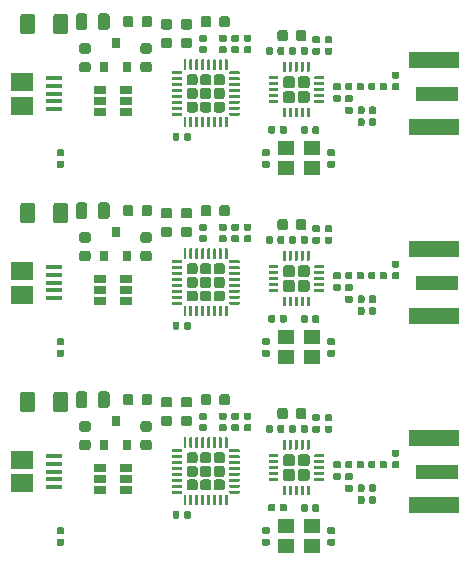
<source format=gbr>
G04 #@! TF.GenerationSoftware,KiCad,Pcbnew,(5.1.5)-3*
G04 #@! TF.CreationDate,2020-05-12T02:25:37+02:00*
G04 #@! TF.ProjectId,STRF,53545246-2e6b-4696-9361-645f70636258,rev?*
G04 #@! TF.SameCoordinates,Original*
G04 #@! TF.FileFunction,Paste,Top*
G04 #@! TF.FilePolarity,Positive*
%FSLAX46Y46*%
G04 Gerber Fmt 4.6, Leading zero omitted, Abs format (unit mm)*
G04 Created by KiCad (PCBNEW (5.1.5)-3) date 2020-05-12 02:25:37*
%MOMM*%
%LPD*%
G04 APERTURE LIST*
%ADD10C,0.100000*%
%ADD11R,1.400000X1.200000*%
%ADD12R,0.800000X0.900000*%
%ADD13R,1.900000X1.500000*%
%ADD14R,1.350000X0.400000*%
%ADD15R,4.200000X1.350000*%
%ADD16R,3.600000X1.270000*%
%ADD17R,1.060000X0.650000*%
G04 APERTURE END LIST*
D10*
G36*
X33477691Y-59926053D02*
G01*
X33498926Y-59929203D01*
X33519750Y-59934419D01*
X33539962Y-59941651D01*
X33559368Y-59950830D01*
X33577781Y-59961866D01*
X33595024Y-59974654D01*
X33610930Y-59989070D01*
X33625346Y-60004976D01*
X33638134Y-60022219D01*
X33649170Y-60040632D01*
X33658349Y-60060038D01*
X33665581Y-60080250D01*
X33670797Y-60101074D01*
X33673947Y-60122309D01*
X33675000Y-60143750D01*
X33675000Y-60656250D01*
X33673947Y-60677691D01*
X33670797Y-60698926D01*
X33665581Y-60719750D01*
X33658349Y-60739962D01*
X33649170Y-60759368D01*
X33638134Y-60777781D01*
X33625346Y-60795024D01*
X33610930Y-60810930D01*
X33595024Y-60825346D01*
X33577781Y-60838134D01*
X33559368Y-60849170D01*
X33539962Y-60858349D01*
X33519750Y-60865581D01*
X33498926Y-60870797D01*
X33477691Y-60873947D01*
X33456250Y-60875000D01*
X33018750Y-60875000D01*
X32997309Y-60873947D01*
X32976074Y-60870797D01*
X32955250Y-60865581D01*
X32935038Y-60858349D01*
X32915632Y-60849170D01*
X32897219Y-60838134D01*
X32879976Y-60825346D01*
X32864070Y-60810930D01*
X32849654Y-60795024D01*
X32836866Y-60777781D01*
X32825830Y-60759368D01*
X32816651Y-60739962D01*
X32809419Y-60719750D01*
X32804203Y-60698926D01*
X32801053Y-60677691D01*
X32800000Y-60656250D01*
X32800000Y-60143750D01*
X32801053Y-60122309D01*
X32804203Y-60101074D01*
X32809419Y-60080250D01*
X32816651Y-60060038D01*
X32825830Y-60040632D01*
X32836866Y-60022219D01*
X32849654Y-60004976D01*
X32864070Y-59989070D01*
X32879976Y-59974654D01*
X32897219Y-59961866D01*
X32915632Y-59950830D01*
X32935038Y-59941651D01*
X32955250Y-59934419D01*
X32976074Y-59929203D01*
X32997309Y-59926053D01*
X33018750Y-59925000D01*
X33456250Y-59925000D01*
X33477691Y-59926053D01*
G37*
G36*
X31902691Y-59926053D02*
G01*
X31923926Y-59929203D01*
X31944750Y-59934419D01*
X31964962Y-59941651D01*
X31984368Y-59950830D01*
X32002781Y-59961866D01*
X32020024Y-59974654D01*
X32035930Y-59989070D01*
X32050346Y-60004976D01*
X32063134Y-60022219D01*
X32074170Y-60040632D01*
X32083349Y-60060038D01*
X32090581Y-60080250D01*
X32095797Y-60101074D01*
X32098947Y-60122309D01*
X32100000Y-60143750D01*
X32100000Y-60656250D01*
X32098947Y-60677691D01*
X32095797Y-60698926D01*
X32090581Y-60719750D01*
X32083349Y-60739962D01*
X32074170Y-60759368D01*
X32063134Y-60777781D01*
X32050346Y-60795024D01*
X32035930Y-60810930D01*
X32020024Y-60825346D01*
X32002781Y-60838134D01*
X31984368Y-60849170D01*
X31964962Y-60858349D01*
X31944750Y-60865581D01*
X31923926Y-60870797D01*
X31902691Y-60873947D01*
X31881250Y-60875000D01*
X31443750Y-60875000D01*
X31422309Y-60873947D01*
X31401074Y-60870797D01*
X31380250Y-60865581D01*
X31360038Y-60858349D01*
X31340632Y-60849170D01*
X31322219Y-60838134D01*
X31304976Y-60825346D01*
X31289070Y-60810930D01*
X31274654Y-60795024D01*
X31261866Y-60777781D01*
X31250830Y-60759368D01*
X31241651Y-60739962D01*
X31234419Y-60719750D01*
X31229203Y-60698926D01*
X31226053Y-60677691D01*
X31225000Y-60656250D01*
X31225000Y-60143750D01*
X31226053Y-60122309D01*
X31229203Y-60101074D01*
X31234419Y-60080250D01*
X31241651Y-60060038D01*
X31250830Y-60040632D01*
X31261866Y-60022219D01*
X31274654Y-60004976D01*
X31289070Y-59989070D01*
X31304976Y-59974654D01*
X31322219Y-59961866D01*
X31340632Y-59950830D01*
X31360038Y-59941651D01*
X31380250Y-59934419D01*
X31401074Y-59929203D01*
X31422309Y-59926053D01*
X31443750Y-59925000D01*
X31881250Y-59925000D01*
X31902691Y-59926053D01*
G37*
G36*
X45554504Y-65021204D02*
G01*
X45578773Y-65024804D01*
X45602571Y-65030765D01*
X45625671Y-65039030D01*
X45647849Y-65049520D01*
X45668893Y-65062133D01*
X45688598Y-65076747D01*
X45706777Y-65093223D01*
X45723253Y-65111402D01*
X45737867Y-65131107D01*
X45750480Y-65152151D01*
X45760970Y-65174329D01*
X45769235Y-65197429D01*
X45775196Y-65221227D01*
X45778796Y-65245496D01*
X45780000Y-65270000D01*
X45780000Y-65780000D01*
X45778796Y-65804504D01*
X45775196Y-65828773D01*
X45769235Y-65852571D01*
X45760970Y-65875671D01*
X45750480Y-65897849D01*
X45737867Y-65918893D01*
X45723253Y-65938598D01*
X45706777Y-65956777D01*
X45688598Y-65973253D01*
X45668893Y-65987867D01*
X45647849Y-66000480D01*
X45625671Y-66010970D01*
X45602571Y-66019235D01*
X45578773Y-66025196D01*
X45554504Y-66028796D01*
X45530000Y-66030000D01*
X45020000Y-66030000D01*
X44995496Y-66028796D01*
X44971227Y-66025196D01*
X44947429Y-66019235D01*
X44924329Y-66010970D01*
X44902151Y-66000480D01*
X44881107Y-65987867D01*
X44861402Y-65973253D01*
X44843223Y-65956777D01*
X44826747Y-65938598D01*
X44812133Y-65918893D01*
X44799520Y-65897849D01*
X44789030Y-65875671D01*
X44780765Y-65852571D01*
X44774804Y-65828773D01*
X44771204Y-65804504D01*
X44770000Y-65780000D01*
X44770000Y-65270000D01*
X44771204Y-65245496D01*
X44774804Y-65221227D01*
X44780765Y-65197429D01*
X44789030Y-65174329D01*
X44799520Y-65152151D01*
X44812133Y-65131107D01*
X44826747Y-65111402D01*
X44843223Y-65093223D01*
X44861402Y-65076747D01*
X44881107Y-65062133D01*
X44902151Y-65049520D01*
X44924329Y-65039030D01*
X44947429Y-65030765D01*
X44971227Y-65024804D01*
X44995496Y-65021204D01*
X45020000Y-65020000D01*
X45530000Y-65020000D01*
X45554504Y-65021204D01*
G37*
G36*
X45554504Y-66271204D02*
G01*
X45578773Y-66274804D01*
X45602571Y-66280765D01*
X45625671Y-66289030D01*
X45647849Y-66299520D01*
X45668893Y-66312133D01*
X45688598Y-66326747D01*
X45706777Y-66343223D01*
X45723253Y-66361402D01*
X45737867Y-66381107D01*
X45750480Y-66402151D01*
X45760970Y-66424329D01*
X45769235Y-66447429D01*
X45775196Y-66471227D01*
X45778796Y-66495496D01*
X45780000Y-66520000D01*
X45780000Y-67030000D01*
X45778796Y-67054504D01*
X45775196Y-67078773D01*
X45769235Y-67102571D01*
X45760970Y-67125671D01*
X45750480Y-67147849D01*
X45737867Y-67168893D01*
X45723253Y-67188598D01*
X45706777Y-67206777D01*
X45688598Y-67223253D01*
X45668893Y-67237867D01*
X45647849Y-67250480D01*
X45625671Y-67260970D01*
X45602571Y-67269235D01*
X45578773Y-67275196D01*
X45554504Y-67278796D01*
X45530000Y-67280000D01*
X45020000Y-67280000D01*
X44995496Y-67278796D01*
X44971227Y-67275196D01*
X44947429Y-67269235D01*
X44924329Y-67260970D01*
X44902151Y-67250480D01*
X44881107Y-67237867D01*
X44861402Y-67223253D01*
X44843223Y-67206777D01*
X44826747Y-67188598D01*
X44812133Y-67168893D01*
X44799520Y-67147849D01*
X44789030Y-67125671D01*
X44780765Y-67102571D01*
X44774804Y-67078773D01*
X44771204Y-67054504D01*
X44770000Y-67030000D01*
X44770000Y-66520000D01*
X44771204Y-66495496D01*
X44774804Y-66471227D01*
X44780765Y-66447429D01*
X44789030Y-66424329D01*
X44799520Y-66402151D01*
X44812133Y-66381107D01*
X44826747Y-66361402D01*
X44843223Y-66343223D01*
X44861402Y-66326747D01*
X44881107Y-66312133D01*
X44902151Y-66299520D01*
X44924329Y-66289030D01*
X44947429Y-66280765D01*
X44971227Y-66274804D01*
X44995496Y-66271204D01*
X45020000Y-66270000D01*
X45530000Y-66270000D01*
X45554504Y-66271204D01*
G37*
G36*
X46804504Y-65021204D02*
G01*
X46828773Y-65024804D01*
X46852571Y-65030765D01*
X46875671Y-65039030D01*
X46897849Y-65049520D01*
X46918893Y-65062133D01*
X46938598Y-65076747D01*
X46956777Y-65093223D01*
X46973253Y-65111402D01*
X46987867Y-65131107D01*
X47000480Y-65152151D01*
X47010970Y-65174329D01*
X47019235Y-65197429D01*
X47025196Y-65221227D01*
X47028796Y-65245496D01*
X47030000Y-65270000D01*
X47030000Y-65780000D01*
X47028796Y-65804504D01*
X47025196Y-65828773D01*
X47019235Y-65852571D01*
X47010970Y-65875671D01*
X47000480Y-65897849D01*
X46987867Y-65918893D01*
X46973253Y-65938598D01*
X46956777Y-65956777D01*
X46938598Y-65973253D01*
X46918893Y-65987867D01*
X46897849Y-66000480D01*
X46875671Y-66010970D01*
X46852571Y-66019235D01*
X46828773Y-66025196D01*
X46804504Y-66028796D01*
X46780000Y-66030000D01*
X46270000Y-66030000D01*
X46245496Y-66028796D01*
X46221227Y-66025196D01*
X46197429Y-66019235D01*
X46174329Y-66010970D01*
X46152151Y-66000480D01*
X46131107Y-65987867D01*
X46111402Y-65973253D01*
X46093223Y-65956777D01*
X46076747Y-65938598D01*
X46062133Y-65918893D01*
X46049520Y-65897849D01*
X46039030Y-65875671D01*
X46030765Y-65852571D01*
X46024804Y-65828773D01*
X46021204Y-65804504D01*
X46020000Y-65780000D01*
X46020000Y-65270000D01*
X46021204Y-65245496D01*
X46024804Y-65221227D01*
X46030765Y-65197429D01*
X46039030Y-65174329D01*
X46049520Y-65152151D01*
X46062133Y-65131107D01*
X46076747Y-65111402D01*
X46093223Y-65093223D01*
X46111402Y-65076747D01*
X46131107Y-65062133D01*
X46152151Y-65049520D01*
X46174329Y-65039030D01*
X46197429Y-65030765D01*
X46221227Y-65024804D01*
X46245496Y-65021204D01*
X46270000Y-65020000D01*
X46780000Y-65020000D01*
X46804504Y-65021204D01*
G37*
G36*
X46804504Y-66271204D02*
G01*
X46828773Y-66274804D01*
X46852571Y-66280765D01*
X46875671Y-66289030D01*
X46897849Y-66299520D01*
X46918893Y-66312133D01*
X46938598Y-66326747D01*
X46956777Y-66343223D01*
X46973253Y-66361402D01*
X46987867Y-66381107D01*
X47000480Y-66402151D01*
X47010970Y-66424329D01*
X47019235Y-66447429D01*
X47025196Y-66471227D01*
X47028796Y-66495496D01*
X47030000Y-66520000D01*
X47030000Y-67030000D01*
X47028796Y-67054504D01*
X47025196Y-67078773D01*
X47019235Y-67102571D01*
X47010970Y-67125671D01*
X47000480Y-67147849D01*
X46987867Y-67168893D01*
X46973253Y-67188598D01*
X46956777Y-67206777D01*
X46938598Y-67223253D01*
X46918893Y-67237867D01*
X46897849Y-67250480D01*
X46875671Y-67260970D01*
X46852571Y-67269235D01*
X46828773Y-67275196D01*
X46804504Y-67278796D01*
X46780000Y-67280000D01*
X46270000Y-67280000D01*
X46245496Y-67278796D01*
X46221227Y-67275196D01*
X46197429Y-67269235D01*
X46174329Y-67260970D01*
X46152151Y-67250480D01*
X46131107Y-67237867D01*
X46111402Y-67223253D01*
X46093223Y-67206777D01*
X46076747Y-67188598D01*
X46062133Y-67168893D01*
X46049520Y-67147849D01*
X46039030Y-67125671D01*
X46030765Y-67102571D01*
X46024804Y-67078773D01*
X46021204Y-67054504D01*
X46020000Y-67030000D01*
X46020000Y-66520000D01*
X46021204Y-66495496D01*
X46024804Y-66471227D01*
X46030765Y-66447429D01*
X46039030Y-66424329D01*
X46049520Y-66402151D01*
X46062133Y-66381107D01*
X46076747Y-66361402D01*
X46093223Y-66343223D01*
X46111402Y-66326747D01*
X46131107Y-66312133D01*
X46152151Y-66299520D01*
X46174329Y-66289030D01*
X46197429Y-66280765D01*
X46221227Y-66274804D01*
X46245496Y-66271204D01*
X46270000Y-66270000D01*
X46780000Y-66270000D01*
X46804504Y-66271204D01*
G37*
G36*
X44318626Y-65025301D02*
G01*
X44324693Y-65026201D01*
X44330643Y-65027691D01*
X44336418Y-65029758D01*
X44341962Y-65032380D01*
X44347223Y-65035533D01*
X44352150Y-65039187D01*
X44356694Y-65043306D01*
X44360813Y-65047850D01*
X44364467Y-65052777D01*
X44367620Y-65058038D01*
X44370242Y-65063582D01*
X44372309Y-65069357D01*
X44373799Y-65075307D01*
X44374699Y-65081374D01*
X44375000Y-65087500D01*
X44375000Y-65212500D01*
X44374699Y-65218626D01*
X44373799Y-65224693D01*
X44372309Y-65230643D01*
X44370242Y-65236418D01*
X44367620Y-65241962D01*
X44364467Y-65247223D01*
X44360813Y-65252150D01*
X44356694Y-65256694D01*
X44352150Y-65260813D01*
X44347223Y-65264467D01*
X44341962Y-65267620D01*
X44336418Y-65270242D01*
X44330643Y-65272309D01*
X44324693Y-65273799D01*
X44318626Y-65274699D01*
X44312500Y-65275000D01*
X43612500Y-65275000D01*
X43606374Y-65274699D01*
X43600307Y-65273799D01*
X43594357Y-65272309D01*
X43588582Y-65270242D01*
X43583038Y-65267620D01*
X43577777Y-65264467D01*
X43572850Y-65260813D01*
X43568306Y-65256694D01*
X43564187Y-65252150D01*
X43560533Y-65247223D01*
X43557380Y-65241962D01*
X43554758Y-65236418D01*
X43552691Y-65230643D01*
X43551201Y-65224693D01*
X43550301Y-65218626D01*
X43550000Y-65212500D01*
X43550000Y-65087500D01*
X43550301Y-65081374D01*
X43551201Y-65075307D01*
X43552691Y-65069357D01*
X43554758Y-65063582D01*
X43557380Y-65058038D01*
X43560533Y-65052777D01*
X43564187Y-65047850D01*
X43568306Y-65043306D01*
X43572850Y-65039187D01*
X43577777Y-65035533D01*
X43583038Y-65032380D01*
X43588582Y-65029758D01*
X43594357Y-65027691D01*
X43600307Y-65026201D01*
X43606374Y-65025301D01*
X43612500Y-65025000D01*
X44312500Y-65025000D01*
X44318626Y-65025301D01*
G37*
G36*
X44318626Y-65525301D02*
G01*
X44324693Y-65526201D01*
X44330643Y-65527691D01*
X44336418Y-65529758D01*
X44341962Y-65532380D01*
X44347223Y-65535533D01*
X44352150Y-65539187D01*
X44356694Y-65543306D01*
X44360813Y-65547850D01*
X44364467Y-65552777D01*
X44367620Y-65558038D01*
X44370242Y-65563582D01*
X44372309Y-65569357D01*
X44373799Y-65575307D01*
X44374699Y-65581374D01*
X44375000Y-65587500D01*
X44375000Y-65712500D01*
X44374699Y-65718626D01*
X44373799Y-65724693D01*
X44372309Y-65730643D01*
X44370242Y-65736418D01*
X44367620Y-65741962D01*
X44364467Y-65747223D01*
X44360813Y-65752150D01*
X44356694Y-65756694D01*
X44352150Y-65760813D01*
X44347223Y-65764467D01*
X44341962Y-65767620D01*
X44336418Y-65770242D01*
X44330643Y-65772309D01*
X44324693Y-65773799D01*
X44318626Y-65774699D01*
X44312500Y-65775000D01*
X43612500Y-65775000D01*
X43606374Y-65774699D01*
X43600307Y-65773799D01*
X43594357Y-65772309D01*
X43588582Y-65770242D01*
X43583038Y-65767620D01*
X43577777Y-65764467D01*
X43572850Y-65760813D01*
X43568306Y-65756694D01*
X43564187Y-65752150D01*
X43560533Y-65747223D01*
X43557380Y-65741962D01*
X43554758Y-65736418D01*
X43552691Y-65730643D01*
X43551201Y-65724693D01*
X43550301Y-65718626D01*
X43550000Y-65712500D01*
X43550000Y-65587500D01*
X43550301Y-65581374D01*
X43551201Y-65575307D01*
X43552691Y-65569357D01*
X43554758Y-65563582D01*
X43557380Y-65558038D01*
X43560533Y-65552777D01*
X43564187Y-65547850D01*
X43568306Y-65543306D01*
X43572850Y-65539187D01*
X43577777Y-65535533D01*
X43583038Y-65532380D01*
X43588582Y-65529758D01*
X43594357Y-65527691D01*
X43600307Y-65526201D01*
X43606374Y-65525301D01*
X43612500Y-65525000D01*
X44312500Y-65525000D01*
X44318626Y-65525301D01*
G37*
G36*
X44318626Y-66025301D02*
G01*
X44324693Y-66026201D01*
X44330643Y-66027691D01*
X44336418Y-66029758D01*
X44341962Y-66032380D01*
X44347223Y-66035533D01*
X44352150Y-66039187D01*
X44356694Y-66043306D01*
X44360813Y-66047850D01*
X44364467Y-66052777D01*
X44367620Y-66058038D01*
X44370242Y-66063582D01*
X44372309Y-66069357D01*
X44373799Y-66075307D01*
X44374699Y-66081374D01*
X44375000Y-66087500D01*
X44375000Y-66212500D01*
X44374699Y-66218626D01*
X44373799Y-66224693D01*
X44372309Y-66230643D01*
X44370242Y-66236418D01*
X44367620Y-66241962D01*
X44364467Y-66247223D01*
X44360813Y-66252150D01*
X44356694Y-66256694D01*
X44352150Y-66260813D01*
X44347223Y-66264467D01*
X44341962Y-66267620D01*
X44336418Y-66270242D01*
X44330643Y-66272309D01*
X44324693Y-66273799D01*
X44318626Y-66274699D01*
X44312500Y-66275000D01*
X43612500Y-66275000D01*
X43606374Y-66274699D01*
X43600307Y-66273799D01*
X43594357Y-66272309D01*
X43588582Y-66270242D01*
X43583038Y-66267620D01*
X43577777Y-66264467D01*
X43572850Y-66260813D01*
X43568306Y-66256694D01*
X43564187Y-66252150D01*
X43560533Y-66247223D01*
X43557380Y-66241962D01*
X43554758Y-66236418D01*
X43552691Y-66230643D01*
X43551201Y-66224693D01*
X43550301Y-66218626D01*
X43550000Y-66212500D01*
X43550000Y-66087500D01*
X43550301Y-66081374D01*
X43551201Y-66075307D01*
X43552691Y-66069357D01*
X43554758Y-66063582D01*
X43557380Y-66058038D01*
X43560533Y-66052777D01*
X43564187Y-66047850D01*
X43568306Y-66043306D01*
X43572850Y-66039187D01*
X43577777Y-66035533D01*
X43583038Y-66032380D01*
X43588582Y-66029758D01*
X43594357Y-66027691D01*
X43600307Y-66026201D01*
X43606374Y-66025301D01*
X43612500Y-66025000D01*
X44312500Y-66025000D01*
X44318626Y-66025301D01*
G37*
G36*
X44318626Y-66525301D02*
G01*
X44324693Y-66526201D01*
X44330643Y-66527691D01*
X44336418Y-66529758D01*
X44341962Y-66532380D01*
X44347223Y-66535533D01*
X44352150Y-66539187D01*
X44356694Y-66543306D01*
X44360813Y-66547850D01*
X44364467Y-66552777D01*
X44367620Y-66558038D01*
X44370242Y-66563582D01*
X44372309Y-66569357D01*
X44373799Y-66575307D01*
X44374699Y-66581374D01*
X44375000Y-66587500D01*
X44375000Y-66712500D01*
X44374699Y-66718626D01*
X44373799Y-66724693D01*
X44372309Y-66730643D01*
X44370242Y-66736418D01*
X44367620Y-66741962D01*
X44364467Y-66747223D01*
X44360813Y-66752150D01*
X44356694Y-66756694D01*
X44352150Y-66760813D01*
X44347223Y-66764467D01*
X44341962Y-66767620D01*
X44336418Y-66770242D01*
X44330643Y-66772309D01*
X44324693Y-66773799D01*
X44318626Y-66774699D01*
X44312500Y-66775000D01*
X43612500Y-66775000D01*
X43606374Y-66774699D01*
X43600307Y-66773799D01*
X43594357Y-66772309D01*
X43588582Y-66770242D01*
X43583038Y-66767620D01*
X43577777Y-66764467D01*
X43572850Y-66760813D01*
X43568306Y-66756694D01*
X43564187Y-66752150D01*
X43560533Y-66747223D01*
X43557380Y-66741962D01*
X43554758Y-66736418D01*
X43552691Y-66730643D01*
X43551201Y-66724693D01*
X43550301Y-66718626D01*
X43550000Y-66712500D01*
X43550000Y-66587500D01*
X43550301Y-66581374D01*
X43551201Y-66575307D01*
X43552691Y-66569357D01*
X43554758Y-66563582D01*
X43557380Y-66558038D01*
X43560533Y-66552777D01*
X43564187Y-66547850D01*
X43568306Y-66543306D01*
X43572850Y-66539187D01*
X43577777Y-66535533D01*
X43583038Y-66532380D01*
X43588582Y-66529758D01*
X43594357Y-66527691D01*
X43600307Y-66526201D01*
X43606374Y-66525301D01*
X43612500Y-66525000D01*
X44312500Y-66525000D01*
X44318626Y-66525301D01*
G37*
G36*
X44318626Y-67025301D02*
G01*
X44324693Y-67026201D01*
X44330643Y-67027691D01*
X44336418Y-67029758D01*
X44341962Y-67032380D01*
X44347223Y-67035533D01*
X44352150Y-67039187D01*
X44356694Y-67043306D01*
X44360813Y-67047850D01*
X44364467Y-67052777D01*
X44367620Y-67058038D01*
X44370242Y-67063582D01*
X44372309Y-67069357D01*
X44373799Y-67075307D01*
X44374699Y-67081374D01*
X44375000Y-67087500D01*
X44375000Y-67212500D01*
X44374699Y-67218626D01*
X44373799Y-67224693D01*
X44372309Y-67230643D01*
X44370242Y-67236418D01*
X44367620Y-67241962D01*
X44364467Y-67247223D01*
X44360813Y-67252150D01*
X44356694Y-67256694D01*
X44352150Y-67260813D01*
X44347223Y-67264467D01*
X44341962Y-67267620D01*
X44336418Y-67270242D01*
X44330643Y-67272309D01*
X44324693Y-67273799D01*
X44318626Y-67274699D01*
X44312500Y-67275000D01*
X43612500Y-67275000D01*
X43606374Y-67274699D01*
X43600307Y-67273799D01*
X43594357Y-67272309D01*
X43588582Y-67270242D01*
X43583038Y-67267620D01*
X43577777Y-67264467D01*
X43572850Y-67260813D01*
X43568306Y-67256694D01*
X43564187Y-67252150D01*
X43560533Y-67247223D01*
X43557380Y-67241962D01*
X43554758Y-67236418D01*
X43552691Y-67230643D01*
X43551201Y-67224693D01*
X43550301Y-67218626D01*
X43550000Y-67212500D01*
X43550000Y-67087500D01*
X43550301Y-67081374D01*
X43551201Y-67075307D01*
X43552691Y-67069357D01*
X43554758Y-67063582D01*
X43557380Y-67058038D01*
X43560533Y-67052777D01*
X43564187Y-67047850D01*
X43568306Y-67043306D01*
X43572850Y-67039187D01*
X43577777Y-67035533D01*
X43583038Y-67032380D01*
X43588582Y-67029758D01*
X43594357Y-67027691D01*
X43600307Y-67026201D01*
X43606374Y-67025301D01*
X43612500Y-67025000D01*
X44312500Y-67025000D01*
X44318626Y-67025301D01*
G37*
G36*
X44968626Y-67675301D02*
G01*
X44974693Y-67676201D01*
X44980643Y-67677691D01*
X44986418Y-67679758D01*
X44991962Y-67682380D01*
X44997223Y-67685533D01*
X45002150Y-67689187D01*
X45006694Y-67693306D01*
X45010813Y-67697850D01*
X45014467Y-67702777D01*
X45017620Y-67708038D01*
X45020242Y-67713582D01*
X45022309Y-67719357D01*
X45023799Y-67725307D01*
X45024699Y-67731374D01*
X45025000Y-67737500D01*
X45025000Y-68437500D01*
X45024699Y-68443626D01*
X45023799Y-68449693D01*
X45022309Y-68455643D01*
X45020242Y-68461418D01*
X45017620Y-68466962D01*
X45014467Y-68472223D01*
X45010813Y-68477150D01*
X45006694Y-68481694D01*
X45002150Y-68485813D01*
X44997223Y-68489467D01*
X44991962Y-68492620D01*
X44986418Y-68495242D01*
X44980643Y-68497309D01*
X44974693Y-68498799D01*
X44968626Y-68499699D01*
X44962500Y-68500000D01*
X44837500Y-68500000D01*
X44831374Y-68499699D01*
X44825307Y-68498799D01*
X44819357Y-68497309D01*
X44813582Y-68495242D01*
X44808038Y-68492620D01*
X44802777Y-68489467D01*
X44797850Y-68485813D01*
X44793306Y-68481694D01*
X44789187Y-68477150D01*
X44785533Y-68472223D01*
X44782380Y-68466962D01*
X44779758Y-68461418D01*
X44777691Y-68455643D01*
X44776201Y-68449693D01*
X44775301Y-68443626D01*
X44775000Y-68437500D01*
X44775000Y-67737500D01*
X44775301Y-67731374D01*
X44776201Y-67725307D01*
X44777691Y-67719357D01*
X44779758Y-67713582D01*
X44782380Y-67708038D01*
X44785533Y-67702777D01*
X44789187Y-67697850D01*
X44793306Y-67693306D01*
X44797850Y-67689187D01*
X44802777Y-67685533D01*
X44808038Y-67682380D01*
X44813582Y-67679758D01*
X44819357Y-67677691D01*
X44825307Y-67676201D01*
X44831374Y-67675301D01*
X44837500Y-67675000D01*
X44962500Y-67675000D01*
X44968626Y-67675301D01*
G37*
G36*
X45468626Y-67675301D02*
G01*
X45474693Y-67676201D01*
X45480643Y-67677691D01*
X45486418Y-67679758D01*
X45491962Y-67682380D01*
X45497223Y-67685533D01*
X45502150Y-67689187D01*
X45506694Y-67693306D01*
X45510813Y-67697850D01*
X45514467Y-67702777D01*
X45517620Y-67708038D01*
X45520242Y-67713582D01*
X45522309Y-67719357D01*
X45523799Y-67725307D01*
X45524699Y-67731374D01*
X45525000Y-67737500D01*
X45525000Y-68437500D01*
X45524699Y-68443626D01*
X45523799Y-68449693D01*
X45522309Y-68455643D01*
X45520242Y-68461418D01*
X45517620Y-68466962D01*
X45514467Y-68472223D01*
X45510813Y-68477150D01*
X45506694Y-68481694D01*
X45502150Y-68485813D01*
X45497223Y-68489467D01*
X45491962Y-68492620D01*
X45486418Y-68495242D01*
X45480643Y-68497309D01*
X45474693Y-68498799D01*
X45468626Y-68499699D01*
X45462500Y-68500000D01*
X45337500Y-68500000D01*
X45331374Y-68499699D01*
X45325307Y-68498799D01*
X45319357Y-68497309D01*
X45313582Y-68495242D01*
X45308038Y-68492620D01*
X45302777Y-68489467D01*
X45297850Y-68485813D01*
X45293306Y-68481694D01*
X45289187Y-68477150D01*
X45285533Y-68472223D01*
X45282380Y-68466962D01*
X45279758Y-68461418D01*
X45277691Y-68455643D01*
X45276201Y-68449693D01*
X45275301Y-68443626D01*
X45275000Y-68437500D01*
X45275000Y-67737500D01*
X45275301Y-67731374D01*
X45276201Y-67725307D01*
X45277691Y-67719357D01*
X45279758Y-67713582D01*
X45282380Y-67708038D01*
X45285533Y-67702777D01*
X45289187Y-67697850D01*
X45293306Y-67693306D01*
X45297850Y-67689187D01*
X45302777Y-67685533D01*
X45308038Y-67682380D01*
X45313582Y-67679758D01*
X45319357Y-67677691D01*
X45325307Y-67676201D01*
X45331374Y-67675301D01*
X45337500Y-67675000D01*
X45462500Y-67675000D01*
X45468626Y-67675301D01*
G37*
G36*
X45968626Y-67675301D02*
G01*
X45974693Y-67676201D01*
X45980643Y-67677691D01*
X45986418Y-67679758D01*
X45991962Y-67682380D01*
X45997223Y-67685533D01*
X46002150Y-67689187D01*
X46006694Y-67693306D01*
X46010813Y-67697850D01*
X46014467Y-67702777D01*
X46017620Y-67708038D01*
X46020242Y-67713582D01*
X46022309Y-67719357D01*
X46023799Y-67725307D01*
X46024699Y-67731374D01*
X46025000Y-67737500D01*
X46025000Y-68437500D01*
X46024699Y-68443626D01*
X46023799Y-68449693D01*
X46022309Y-68455643D01*
X46020242Y-68461418D01*
X46017620Y-68466962D01*
X46014467Y-68472223D01*
X46010813Y-68477150D01*
X46006694Y-68481694D01*
X46002150Y-68485813D01*
X45997223Y-68489467D01*
X45991962Y-68492620D01*
X45986418Y-68495242D01*
X45980643Y-68497309D01*
X45974693Y-68498799D01*
X45968626Y-68499699D01*
X45962500Y-68500000D01*
X45837500Y-68500000D01*
X45831374Y-68499699D01*
X45825307Y-68498799D01*
X45819357Y-68497309D01*
X45813582Y-68495242D01*
X45808038Y-68492620D01*
X45802777Y-68489467D01*
X45797850Y-68485813D01*
X45793306Y-68481694D01*
X45789187Y-68477150D01*
X45785533Y-68472223D01*
X45782380Y-68466962D01*
X45779758Y-68461418D01*
X45777691Y-68455643D01*
X45776201Y-68449693D01*
X45775301Y-68443626D01*
X45775000Y-68437500D01*
X45775000Y-67737500D01*
X45775301Y-67731374D01*
X45776201Y-67725307D01*
X45777691Y-67719357D01*
X45779758Y-67713582D01*
X45782380Y-67708038D01*
X45785533Y-67702777D01*
X45789187Y-67697850D01*
X45793306Y-67693306D01*
X45797850Y-67689187D01*
X45802777Y-67685533D01*
X45808038Y-67682380D01*
X45813582Y-67679758D01*
X45819357Y-67677691D01*
X45825307Y-67676201D01*
X45831374Y-67675301D01*
X45837500Y-67675000D01*
X45962500Y-67675000D01*
X45968626Y-67675301D01*
G37*
G36*
X46468626Y-67675301D02*
G01*
X46474693Y-67676201D01*
X46480643Y-67677691D01*
X46486418Y-67679758D01*
X46491962Y-67682380D01*
X46497223Y-67685533D01*
X46502150Y-67689187D01*
X46506694Y-67693306D01*
X46510813Y-67697850D01*
X46514467Y-67702777D01*
X46517620Y-67708038D01*
X46520242Y-67713582D01*
X46522309Y-67719357D01*
X46523799Y-67725307D01*
X46524699Y-67731374D01*
X46525000Y-67737500D01*
X46525000Y-68437500D01*
X46524699Y-68443626D01*
X46523799Y-68449693D01*
X46522309Y-68455643D01*
X46520242Y-68461418D01*
X46517620Y-68466962D01*
X46514467Y-68472223D01*
X46510813Y-68477150D01*
X46506694Y-68481694D01*
X46502150Y-68485813D01*
X46497223Y-68489467D01*
X46491962Y-68492620D01*
X46486418Y-68495242D01*
X46480643Y-68497309D01*
X46474693Y-68498799D01*
X46468626Y-68499699D01*
X46462500Y-68500000D01*
X46337500Y-68500000D01*
X46331374Y-68499699D01*
X46325307Y-68498799D01*
X46319357Y-68497309D01*
X46313582Y-68495242D01*
X46308038Y-68492620D01*
X46302777Y-68489467D01*
X46297850Y-68485813D01*
X46293306Y-68481694D01*
X46289187Y-68477150D01*
X46285533Y-68472223D01*
X46282380Y-68466962D01*
X46279758Y-68461418D01*
X46277691Y-68455643D01*
X46276201Y-68449693D01*
X46275301Y-68443626D01*
X46275000Y-68437500D01*
X46275000Y-67737500D01*
X46275301Y-67731374D01*
X46276201Y-67725307D01*
X46277691Y-67719357D01*
X46279758Y-67713582D01*
X46282380Y-67708038D01*
X46285533Y-67702777D01*
X46289187Y-67697850D01*
X46293306Y-67693306D01*
X46297850Y-67689187D01*
X46302777Y-67685533D01*
X46308038Y-67682380D01*
X46313582Y-67679758D01*
X46319357Y-67677691D01*
X46325307Y-67676201D01*
X46331374Y-67675301D01*
X46337500Y-67675000D01*
X46462500Y-67675000D01*
X46468626Y-67675301D01*
G37*
G36*
X46968626Y-67675301D02*
G01*
X46974693Y-67676201D01*
X46980643Y-67677691D01*
X46986418Y-67679758D01*
X46991962Y-67682380D01*
X46997223Y-67685533D01*
X47002150Y-67689187D01*
X47006694Y-67693306D01*
X47010813Y-67697850D01*
X47014467Y-67702777D01*
X47017620Y-67708038D01*
X47020242Y-67713582D01*
X47022309Y-67719357D01*
X47023799Y-67725307D01*
X47024699Y-67731374D01*
X47025000Y-67737500D01*
X47025000Y-68437500D01*
X47024699Y-68443626D01*
X47023799Y-68449693D01*
X47022309Y-68455643D01*
X47020242Y-68461418D01*
X47017620Y-68466962D01*
X47014467Y-68472223D01*
X47010813Y-68477150D01*
X47006694Y-68481694D01*
X47002150Y-68485813D01*
X46997223Y-68489467D01*
X46991962Y-68492620D01*
X46986418Y-68495242D01*
X46980643Y-68497309D01*
X46974693Y-68498799D01*
X46968626Y-68499699D01*
X46962500Y-68500000D01*
X46837500Y-68500000D01*
X46831374Y-68499699D01*
X46825307Y-68498799D01*
X46819357Y-68497309D01*
X46813582Y-68495242D01*
X46808038Y-68492620D01*
X46802777Y-68489467D01*
X46797850Y-68485813D01*
X46793306Y-68481694D01*
X46789187Y-68477150D01*
X46785533Y-68472223D01*
X46782380Y-68466962D01*
X46779758Y-68461418D01*
X46777691Y-68455643D01*
X46776201Y-68449693D01*
X46775301Y-68443626D01*
X46775000Y-68437500D01*
X46775000Y-67737500D01*
X46775301Y-67731374D01*
X46776201Y-67725307D01*
X46777691Y-67719357D01*
X46779758Y-67713582D01*
X46782380Y-67708038D01*
X46785533Y-67702777D01*
X46789187Y-67697850D01*
X46793306Y-67693306D01*
X46797850Y-67689187D01*
X46802777Y-67685533D01*
X46808038Y-67682380D01*
X46813582Y-67679758D01*
X46819357Y-67677691D01*
X46825307Y-67676201D01*
X46831374Y-67675301D01*
X46837500Y-67675000D01*
X46962500Y-67675000D01*
X46968626Y-67675301D01*
G37*
G36*
X48193626Y-67025301D02*
G01*
X48199693Y-67026201D01*
X48205643Y-67027691D01*
X48211418Y-67029758D01*
X48216962Y-67032380D01*
X48222223Y-67035533D01*
X48227150Y-67039187D01*
X48231694Y-67043306D01*
X48235813Y-67047850D01*
X48239467Y-67052777D01*
X48242620Y-67058038D01*
X48245242Y-67063582D01*
X48247309Y-67069357D01*
X48248799Y-67075307D01*
X48249699Y-67081374D01*
X48250000Y-67087500D01*
X48250000Y-67212500D01*
X48249699Y-67218626D01*
X48248799Y-67224693D01*
X48247309Y-67230643D01*
X48245242Y-67236418D01*
X48242620Y-67241962D01*
X48239467Y-67247223D01*
X48235813Y-67252150D01*
X48231694Y-67256694D01*
X48227150Y-67260813D01*
X48222223Y-67264467D01*
X48216962Y-67267620D01*
X48211418Y-67270242D01*
X48205643Y-67272309D01*
X48199693Y-67273799D01*
X48193626Y-67274699D01*
X48187500Y-67275000D01*
X47487500Y-67275000D01*
X47481374Y-67274699D01*
X47475307Y-67273799D01*
X47469357Y-67272309D01*
X47463582Y-67270242D01*
X47458038Y-67267620D01*
X47452777Y-67264467D01*
X47447850Y-67260813D01*
X47443306Y-67256694D01*
X47439187Y-67252150D01*
X47435533Y-67247223D01*
X47432380Y-67241962D01*
X47429758Y-67236418D01*
X47427691Y-67230643D01*
X47426201Y-67224693D01*
X47425301Y-67218626D01*
X47425000Y-67212500D01*
X47425000Y-67087500D01*
X47425301Y-67081374D01*
X47426201Y-67075307D01*
X47427691Y-67069357D01*
X47429758Y-67063582D01*
X47432380Y-67058038D01*
X47435533Y-67052777D01*
X47439187Y-67047850D01*
X47443306Y-67043306D01*
X47447850Y-67039187D01*
X47452777Y-67035533D01*
X47458038Y-67032380D01*
X47463582Y-67029758D01*
X47469357Y-67027691D01*
X47475307Y-67026201D01*
X47481374Y-67025301D01*
X47487500Y-67025000D01*
X48187500Y-67025000D01*
X48193626Y-67025301D01*
G37*
G36*
X48193626Y-66525301D02*
G01*
X48199693Y-66526201D01*
X48205643Y-66527691D01*
X48211418Y-66529758D01*
X48216962Y-66532380D01*
X48222223Y-66535533D01*
X48227150Y-66539187D01*
X48231694Y-66543306D01*
X48235813Y-66547850D01*
X48239467Y-66552777D01*
X48242620Y-66558038D01*
X48245242Y-66563582D01*
X48247309Y-66569357D01*
X48248799Y-66575307D01*
X48249699Y-66581374D01*
X48250000Y-66587500D01*
X48250000Y-66712500D01*
X48249699Y-66718626D01*
X48248799Y-66724693D01*
X48247309Y-66730643D01*
X48245242Y-66736418D01*
X48242620Y-66741962D01*
X48239467Y-66747223D01*
X48235813Y-66752150D01*
X48231694Y-66756694D01*
X48227150Y-66760813D01*
X48222223Y-66764467D01*
X48216962Y-66767620D01*
X48211418Y-66770242D01*
X48205643Y-66772309D01*
X48199693Y-66773799D01*
X48193626Y-66774699D01*
X48187500Y-66775000D01*
X47487500Y-66775000D01*
X47481374Y-66774699D01*
X47475307Y-66773799D01*
X47469357Y-66772309D01*
X47463582Y-66770242D01*
X47458038Y-66767620D01*
X47452777Y-66764467D01*
X47447850Y-66760813D01*
X47443306Y-66756694D01*
X47439187Y-66752150D01*
X47435533Y-66747223D01*
X47432380Y-66741962D01*
X47429758Y-66736418D01*
X47427691Y-66730643D01*
X47426201Y-66724693D01*
X47425301Y-66718626D01*
X47425000Y-66712500D01*
X47425000Y-66587500D01*
X47425301Y-66581374D01*
X47426201Y-66575307D01*
X47427691Y-66569357D01*
X47429758Y-66563582D01*
X47432380Y-66558038D01*
X47435533Y-66552777D01*
X47439187Y-66547850D01*
X47443306Y-66543306D01*
X47447850Y-66539187D01*
X47452777Y-66535533D01*
X47458038Y-66532380D01*
X47463582Y-66529758D01*
X47469357Y-66527691D01*
X47475307Y-66526201D01*
X47481374Y-66525301D01*
X47487500Y-66525000D01*
X48187500Y-66525000D01*
X48193626Y-66525301D01*
G37*
G36*
X48193626Y-66025301D02*
G01*
X48199693Y-66026201D01*
X48205643Y-66027691D01*
X48211418Y-66029758D01*
X48216962Y-66032380D01*
X48222223Y-66035533D01*
X48227150Y-66039187D01*
X48231694Y-66043306D01*
X48235813Y-66047850D01*
X48239467Y-66052777D01*
X48242620Y-66058038D01*
X48245242Y-66063582D01*
X48247309Y-66069357D01*
X48248799Y-66075307D01*
X48249699Y-66081374D01*
X48250000Y-66087500D01*
X48250000Y-66212500D01*
X48249699Y-66218626D01*
X48248799Y-66224693D01*
X48247309Y-66230643D01*
X48245242Y-66236418D01*
X48242620Y-66241962D01*
X48239467Y-66247223D01*
X48235813Y-66252150D01*
X48231694Y-66256694D01*
X48227150Y-66260813D01*
X48222223Y-66264467D01*
X48216962Y-66267620D01*
X48211418Y-66270242D01*
X48205643Y-66272309D01*
X48199693Y-66273799D01*
X48193626Y-66274699D01*
X48187500Y-66275000D01*
X47487500Y-66275000D01*
X47481374Y-66274699D01*
X47475307Y-66273799D01*
X47469357Y-66272309D01*
X47463582Y-66270242D01*
X47458038Y-66267620D01*
X47452777Y-66264467D01*
X47447850Y-66260813D01*
X47443306Y-66256694D01*
X47439187Y-66252150D01*
X47435533Y-66247223D01*
X47432380Y-66241962D01*
X47429758Y-66236418D01*
X47427691Y-66230643D01*
X47426201Y-66224693D01*
X47425301Y-66218626D01*
X47425000Y-66212500D01*
X47425000Y-66087500D01*
X47425301Y-66081374D01*
X47426201Y-66075307D01*
X47427691Y-66069357D01*
X47429758Y-66063582D01*
X47432380Y-66058038D01*
X47435533Y-66052777D01*
X47439187Y-66047850D01*
X47443306Y-66043306D01*
X47447850Y-66039187D01*
X47452777Y-66035533D01*
X47458038Y-66032380D01*
X47463582Y-66029758D01*
X47469357Y-66027691D01*
X47475307Y-66026201D01*
X47481374Y-66025301D01*
X47487500Y-66025000D01*
X48187500Y-66025000D01*
X48193626Y-66025301D01*
G37*
G36*
X48193626Y-65525301D02*
G01*
X48199693Y-65526201D01*
X48205643Y-65527691D01*
X48211418Y-65529758D01*
X48216962Y-65532380D01*
X48222223Y-65535533D01*
X48227150Y-65539187D01*
X48231694Y-65543306D01*
X48235813Y-65547850D01*
X48239467Y-65552777D01*
X48242620Y-65558038D01*
X48245242Y-65563582D01*
X48247309Y-65569357D01*
X48248799Y-65575307D01*
X48249699Y-65581374D01*
X48250000Y-65587500D01*
X48250000Y-65712500D01*
X48249699Y-65718626D01*
X48248799Y-65724693D01*
X48247309Y-65730643D01*
X48245242Y-65736418D01*
X48242620Y-65741962D01*
X48239467Y-65747223D01*
X48235813Y-65752150D01*
X48231694Y-65756694D01*
X48227150Y-65760813D01*
X48222223Y-65764467D01*
X48216962Y-65767620D01*
X48211418Y-65770242D01*
X48205643Y-65772309D01*
X48199693Y-65773799D01*
X48193626Y-65774699D01*
X48187500Y-65775000D01*
X47487500Y-65775000D01*
X47481374Y-65774699D01*
X47475307Y-65773799D01*
X47469357Y-65772309D01*
X47463582Y-65770242D01*
X47458038Y-65767620D01*
X47452777Y-65764467D01*
X47447850Y-65760813D01*
X47443306Y-65756694D01*
X47439187Y-65752150D01*
X47435533Y-65747223D01*
X47432380Y-65741962D01*
X47429758Y-65736418D01*
X47427691Y-65730643D01*
X47426201Y-65724693D01*
X47425301Y-65718626D01*
X47425000Y-65712500D01*
X47425000Y-65587500D01*
X47425301Y-65581374D01*
X47426201Y-65575307D01*
X47427691Y-65569357D01*
X47429758Y-65563582D01*
X47432380Y-65558038D01*
X47435533Y-65552777D01*
X47439187Y-65547850D01*
X47443306Y-65543306D01*
X47447850Y-65539187D01*
X47452777Y-65535533D01*
X47458038Y-65532380D01*
X47463582Y-65529758D01*
X47469357Y-65527691D01*
X47475307Y-65526201D01*
X47481374Y-65525301D01*
X47487500Y-65525000D01*
X48187500Y-65525000D01*
X48193626Y-65525301D01*
G37*
G36*
X48193626Y-65025301D02*
G01*
X48199693Y-65026201D01*
X48205643Y-65027691D01*
X48211418Y-65029758D01*
X48216962Y-65032380D01*
X48222223Y-65035533D01*
X48227150Y-65039187D01*
X48231694Y-65043306D01*
X48235813Y-65047850D01*
X48239467Y-65052777D01*
X48242620Y-65058038D01*
X48245242Y-65063582D01*
X48247309Y-65069357D01*
X48248799Y-65075307D01*
X48249699Y-65081374D01*
X48250000Y-65087500D01*
X48250000Y-65212500D01*
X48249699Y-65218626D01*
X48248799Y-65224693D01*
X48247309Y-65230643D01*
X48245242Y-65236418D01*
X48242620Y-65241962D01*
X48239467Y-65247223D01*
X48235813Y-65252150D01*
X48231694Y-65256694D01*
X48227150Y-65260813D01*
X48222223Y-65264467D01*
X48216962Y-65267620D01*
X48211418Y-65270242D01*
X48205643Y-65272309D01*
X48199693Y-65273799D01*
X48193626Y-65274699D01*
X48187500Y-65275000D01*
X47487500Y-65275000D01*
X47481374Y-65274699D01*
X47475307Y-65273799D01*
X47469357Y-65272309D01*
X47463582Y-65270242D01*
X47458038Y-65267620D01*
X47452777Y-65264467D01*
X47447850Y-65260813D01*
X47443306Y-65256694D01*
X47439187Y-65252150D01*
X47435533Y-65247223D01*
X47432380Y-65241962D01*
X47429758Y-65236418D01*
X47427691Y-65230643D01*
X47426201Y-65224693D01*
X47425301Y-65218626D01*
X47425000Y-65212500D01*
X47425000Y-65087500D01*
X47425301Y-65081374D01*
X47426201Y-65075307D01*
X47427691Y-65069357D01*
X47429758Y-65063582D01*
X47432380Y-65058038D01*
X47435533Y-65052777D01*
X47439187Y-65047850D01*
X47443306Y-65043306D01*
X47447850Y-65039187D01*
X47452777Y-65035533D01*
X47458038Y-65032380D01*
X47463582Y-65029758D01*
X47469357Y-65027691D01*
X47475307Y-65026201D01*
X47481374Y-65025301D01*
X47487500Y-65025000D01*
X48187500Y-65025000D01*
X48193626Y-65025301D01*
G37*
G36*
X46968626Y-63800301D02*
G01*
X46974693Y-63801201D01*
X46980643Y-63802691D01*
X46986418Y-63804758D01*
X46991962Y-63807380D01*
X46997223Y-63810533D01*
X47002150Y-63814187D01*
X47006694Y-63818306D01*
X47010813Y-63822850D01*
X47014467Y-63827777D01*
X47017620Y-63833038D01*
X47020242Y-63838582D01*
X47022309Y-63844357D01*
X47023799Y-63850307D01*
X47024699Y-63856374D01*
X47025000Y-63862500D01*
X47025000Y-64562500D01*
X47024699Y-64568626D01*
X47023799Y-64574693D01*
X47022309Y-64580643D01*
X47020242Y-64586418D01*
X47017620Y-64591962D01*
X47014467Y-64597223D01*
X47010813Y-64602150D01*
X47006694Y-64606694D01*
X47002150Y-64610813D01*
X46997223Y-64614467D01*
X46991962Y-64617620D01*
X46986418Y-64620242D01*
X46980643Y-64622309D01*
X46974693Y-64623799D01*
X46968626Y-64624699D01*
X46962500Y-64625000D01*
X46837500Y-64625000D01*
X46831374Y-64624699D01*
X46825307Y-64623799D01*
X46819357Y-64622309D01*
X46813582Y-64620242D01*
X46808038Y-64617620D01*
X46802777Y-64614467D01*
X46797850Y-64610813D01*
X46793306Y-64606694D01*
X46789187Y-64602150D01*
X46785533Y-64597223D01*
X46782380Y-64591962D01*
X46779758Y-64586418D01*
X46777691Y-64580643D01*
X46776201Y-64574693D01*
X46775301Y-64568626D01*
X46775000Y-64562500D01*
X46775000Y-63862500D01*
X46775301Y-63856374D01*
X46776201Y-63850307D01*
X46777691Y-63844357D01*
X46779758Y-63838582D01*
X46782380Y-63833038D01*
X46785533Y-63827777D01*
X46789187Y-63822850D01*
X46793306Y-63818306D01*
X46797850Y-63814187D01*
X46802777Y-63810533D01*
X46808038Y-63807380D01*
X46813582Y-63804758D01*
X46819357Y-63802691D01*
X46825307Y-63801201D01*
X46831374Y-63800301D01*
X46837500Y-63800000D01*
X46962500Y-63800000D01*
X46968626Y-63800301D01*
G37*
G36*
X46468626Y-63800301D02*
G01*
X46474693Y-63801201D01*
X46480643Y-63802691D01*
X46486418Y-63804758D01*
X46491962Y-63807380D01*
X46497223Y-63810533D01*
X46502150Y-63814187D01*
X46506694Y-63818306D01*
X46510813Y-63822850D01*
X46514467Y-63827777D01*
X46517620Y-63833038D01*
X46520242Y-63838582D01*
X46522309Y-63844357D01*
X46523799Y-63850307D01*
X46524699Y-63856374D01*
X46525000Y-63862500D01*
X46525000Y-64562500D01*
X46524699Y-64568626D01*
X46523799Y-64574693D01*
X46522309Y-64580643D01*
X46520242Y-64586418D01*
X46517620Y-64591962D01*
X46514467Y-64597223D01*
X46510813Y-64602150D01*
X46506694Y-64606694D01*
X46502150Y-64610813D01*
X46497223Y-64614467D01*
X46491962Y-64617620D01*
X46486418Y-64620242D01*
X46480643Y-64622309D01*
X46474693Y-64623799D01*
X46468626Y-64624699D01*
X46462500Y-64625000D01*
X46337500Y-64625000D01*
X46331374Y-64624699D01*
X46325307Y-64623799D01*
X46319357Y-64622309D01*
X46313582Y-64620242D01*
X46308038Y-64617620D01*
X46302777Y-64614467D01*
X46297850Y-64610813D01*
X46293306Y-64606694D01*
X46289187Y-64602150D01*
X46285533Y-64597223D01*
X46282380Y-64591962D01*
X46279758Y-64586418D01*
X46277691Y-64580643D01*
X46276201Y-64574693D01*
X46275301Y-64568626D01*
X46275000Y-64562500D01*
X46275000Y-63862500D01*
X46275301Y-63856374D01*
X46276201Y-63850307D01*
X46277691Y-63844357D01*
X46279758Y-63838582D01*
X46282380Y-63833038D01*
X46285533Y-63827777D01*
X46289187Y-63822850D01*
X46293306Y-63818306D01*
X46297850Y-63814187D01*
X46302777Y-63810533D01*
X46308038Y-63807380D01*
X46313582Y-63804758D01*
X46319357Y-63802691D01*
X46325307Y-63801201D01*
X46331374Y-63800301D01*
X46337500Y-63800000D01*
X46462500Y-63800000D01*
X46468626Y-63800301D01*
G37*
G36*
X45968626Y-63800301D02*
G01*
X45974693Y-63801201D01*
X45980643Y-63802691D01*
X45986418Y-63804758D01*
X45991962Y-63807380D01*
X45997223Y-63810533D01*
X46002150Y-63814187D01*
X46006694Y-63818306D01*
X46010813Y-63822850D01*
X46014467Y-63827777D01*
X46017620Y-63833038D01*
X46020242Y-63838582D01*
X46022309Y-63844357D01*
X46023799Y-63850307D01*
X46024699Y-63856374D01*
X46025000Y-63862500D01*
X46025000Y-64562500D01*
X46024699Y-64568626D01*
X46023799Y-64574693D01*
X46022309Y-64580643D01*
X46020242Y-64586418D01*
X46017620Y-64591962D01*
X46014467Y-64597223D01*
X46010813Y-64602150D01*
X46006694Y-64606694D01*
X46002150Y-64610813D01*
X45997223Y-64614467D01*
X45991962Y-64617620D01*
X45986418Y-64620242D01*
X45980643Y-64622309D01*
X45974693Y-64623799D01*
X45968626Y-64624699D01*
X45962500Y-64625000D01*
X45837500Y-64625000D01*
X45831374Y-64624699D01*
X45825307Y-64623799D01*
X45819357Y-64622309D01*
X45813582Y-64620242D01*
X45808038Y-64617620D01*
X45802777Y-64614467D01*
X45797850Y-64610813D01*
X45793306Y-64606694D01*
X45789187Y-64602150D01*
X45785533Y-64597223D01*
X45782380Y-64591962D01*
X45779758Y-64586418D01*
X45777691Y-64580643D01*
X45776201Y-64574693D01*
X45775301Y-64568626D01*
X45775000Y-64562500D01*
X45775000Y-63862500D01*
X45775301Y-63856374D01*
X45776201Y-63850307D01*
X45777691Y-63844357D01*
X45779758Y-63838582D01*
X45782380Y-63833038D01*
X45785533Y-63827777D01*
X45789187Y-63822850D01*
X45793306Y-63818306D01*
X45797850Y-63814187D01*
X45802777Y-63810533D01*
X45808038Y-63807380D01*
X45813582Y-63804758D01*
X45819357Y-63802691D01*
X45825307Y-63801201D01*
X45831374Y-63800301D01*
X45837500Y-63800000D01*
X45962500Y-63800000D01*
X45968626Y-63800301D01*
G37*
G36*
X45468626Y-63800301D02*
G01*
X45474693Y-63801201D01*
X45480643Y-63802691D01*
X45486418Y-63804758D01*
X45491962Y-63807380D01*
X45497223Y-63810533D01*
X45502150Y-63814187D01*
X45506694Y-63818306D01*
X45510813Y-63822850D01*
X45514467Y-63827777D01*
X45517620Y-63833038D01*
X45520242Y-63838582D01*
X45522309Y-63844357D01*
X45523799Y-63850307D01*
X45524699Y-63856374D01*
X45525000Y-63862500D01*
X45525000Y-64562500D01*
X45524699Y-64568626D01*
X45523799Y-64574693D01*
X45522309Y-64580643D01*
X45520242Y-64586418D01*
X45517620Y-64591962D01*
X45514467Y-64597223D01*
X45510813Y-64602150D01*
X45506694Y-64606694D01*
X45502150Y-64610813D01*
X45497223Y-64614467D01*
X45491962Y-64617620D01*
X45486418Y-64620242D01*
X45480643Y-64622309D01*
X45474693Y-64623799D01*
X45468626Y-64624699D01*
X45462500Y-64625000D01*
X45337500Y-64625000D01*
X45331374Y-64624699D01*
X45325307Y-64623799D01*
X45319357Y-64622309D01*
X45313582Y-64620242D01*
X45308038Y-64617620D01*
X45302777Y-64614467D01*
X45297850Y-64610813D01*
X45293306Y-64606694D01*
X45289187Y-64602150D01*
X45285533Y-64597223D01*
X45282380Y-64591962D01*
X45279758Y-64586418D01*
X45277691Y-64580643D01*
X45276201Y-64574693D01*
X45275301Y-64568626D01*
X45275000Y-64562500D01*
X45275000Y-63862500D01*
X45275301Y-63856374D01*
X45276201Y-63850307D01*
X45277691Y-63844357D01*
X45279758Y-63838582D01*
X45282380Y-63833038D01*
X45285533Y-63827777D01*
X45289187Y-63822850D01*
X45293306Y-63818306D01*
X45297850Y-63814187D01*
X45302777Y-63810533D01*
X45308038Y-63807380D01*
X45313582Y-63804758D01*
X45319357Y-63802691D01*
X45325307Y-63801201D01*
X45331374Y-63800301D01*
X45337500Y-63800000D01*
X45462500Y-63800000D01*
X45468626Y-63800301D01*
G37*
G36*
X44968626Y-63800301D02*
G01*
X44974693Y-63801201D01*
X44980643Y-63802691D01*
X44986418Y-63804758D01*
X44991962Y-63807380D01*
X44997223Y-63810533D01*
X45002150Y-63814187D01*
X45006694Y-63818306D01*
X45010813Y-63822850D01*
X45014467Y-63827777D01*
X45017620Y-63833038D01*
X45020242Y-63838582D01*
X45022309Y-63844357D01*
X45023799Y-63850307D01*
X45024699Y-63856374D01*
X45025000Y-63862500D01*
X45025000Y-64562500D01*
X45024699Y-64568626D01*
X45023799Y-64574693D01*
X45022309Y-64580643D01*
X45020242Y-64586418D01*
X45017620Y-64591962D01*
X45014467Y-64597223D01*
X45010813Y-64602150D01*
X45006694Y-64606694D01*
X45002150Y-64610813D01*
X44997223Y-64614467D01*
X44991962Y-64617620D01*
X44986418Y-64620242D01*
X44980643Y-64622309D01*
X44974693Y-64623799D01*
X44968626Y-64624699D01*
X44962500Y-64625000D01*
X44837500Y-64625000D01*
X44831374Y-64624699D01*
X44825307Y-64623799D01*
X44819357Y-64622309D01*
X44813582Y-64620242D01*
X44808038Y-64617620D01*
X44802777Y-64614467D01*
X44797850Y-64610813D01*
X44793306Y-64606694D01*
X44789187Y-64602150D01*
X44785533Y-64597223D01*
X44782380Y-64591962D01*
X44779758Y-64586418D01*
X44777691Y-64580643D01*
X44776201Y-64574693D01*
X44775301Y-64568626D01*
X44775000Y-64562500D01*
X44775000Y-63862500D01*
X44775301Y-63856374D01*
X44776201Y-63850307D01*
X44777691Y-63844357D01*
X44779758Y-63838582D01*
X44782380Y-63833038D01*
X44785533Y-63827777D01*
X44789187Y-63822850D01*
X44793306Y-63818306D01*
X44797850Y-63814187D01*
X44802777Y-63810533D01*
X44808038Y-63807380D01*
X44813582Y-63804758D01*
X44819357Y-63802691D01*
X44825307Y-63801201D01*
X44831374Y-63800301D01*
X44837500Y-63800000D01*
X44962500Y-63800000D01*
X44968626Y-63800301D01*
G37*
D11*
X47200000Y-71125000D03*
X45000000Y-71125000D03*
X45000000Y-72825000D03*
X47200000Y-72825000D03*
D10*
G36*
X35177691Y-60188553D02*
G01*
X35198926Y-60191703D01*
X35219750Y-60196919D01*
X35239962Y-60204151D01*
X35259368Y-60213330D01*
X35277781Y-60224366D01*
X35295024Y-60237154D01*
X35310930Y-60251570D01*
X35325346Y-60267476D01*
X35338134Y-60284719D01*
X35349170Y-60303132D01*
X35358349Y-60322538D01*
X35365581Y-60342750D01*
X35370797Y-60363574D01*
X35373947Y-60384809D01*
X35375000Y-60406250D01*
X35375000Y-60843750D01*
X35373947Y-60865191D01*
X35370797Y-60886426D01*
X35365581Y-60907250D01*
X35358349Y-60927462D01*
X35349170Y-60946868D01*
X35338134Y-60965281D01*
X35325346Y-60982524D01*
X35310930Y-60998430D01*
X35295024Y-61012846D01*
X35277781Y-61025634D01*
X35259368Y-61036670D01*
X35239962Y-61045849D01*
X35219750Y-61053081D01*
X35198926Y-61058297D01*
X35177691Y-61061447D01*
X35156250Y-61062500D01*
X34643750Y-61062500D01*
X34622309Y-61061447D01*
X34601074Y-61058297D01*
X34580250Y-61053081D01*
X34560038Y-61045849D01*
X34540632Y-61036670D01*
X34522219Y-61025634D01*
X34504976Y-61012846D01*
X34489070Y-60998430D01*
X34474654Y-60982524D01*
X34461866Y-60965281D01*
X34450830Y-60946868D01*
X34441651Y-60927462D01*
X34434419Y-60907250D01*
X34429203Y-60886426D01*
X34426053Y-60865191D01*
X34425000Y-60843750D01*
X34425000Y-60406250D01*
X34426053Y-60384809D01*
X34429203Y-60363574D01*
X34434419Y-60342750D01*
X34441651Y-60322538D01*
X34450830Y-60303132D01*
X34461866Y-60284719D01*
X34474654Y-60267476D01*
X34489070Y-60251570D01*
X34504976Y-60237154D01*
X34522219Y-60224366D01*
X34540632Y-60213330D01*
X34560038Y-60204151D01*
X34580250Y-60196919D01*
X34601074Y-60191703D01*
X34622309Y-60188553D01*
X34643750Y-60187500D01*
X35156250Y-60187500D01*
X35177691Y-60188553D01*
G37*
G36*
X35177691Y-61763553D02*
G01*
X35198926Y-61766703D01*
X35219750Y-61771919D01*
X35239962Y-61779151D01*
X35259368Y-61788330D01*
X35277781Y-61799366D01*
X35295024Y-61812154D01*
X35310930Y-61826570D01*
X35325346Y-61842476D01*
X35338134Y-61859719D01*
X35349170Y-61878132D01*
X35358349Y-61897538D01*
X35365581Y-61917750D01*
X35370797Y-61938574D01*
X35373947Y-61959809D01*
X35375000Y-61981250D01*
X35375000Y-62418750D01*
X35373947Y-62440191D01*
X35370797Y-62461426D01*
X35365581Y-62482250D01*
X35358349Y-62502462D01*
X35349170Y-62521868D01*
X35338134Y-62540281D01*
X35325346Y-62557524D01*
X35310930Y-62573430D01*
X35295024Y-62587846D01*
X35277781Y-62600634D01*
X35259368Y-62611670D01*
X35239962Y-62620849D01*
X35219750Y-62628081D01*
X35198926Y-62633297D01*
X35177691Y-62636447D01*
X35156250Y-62637500D01*
X34643750Y-62637500D01*
X34622309Y-62636447D01*
X34601074Y-62633297D01*
X34580250Y-62628081D01*
X34560038Y-62620849D01*
X34540632Y-62611670D01*
X34522219Y-62600634D01*
X34504976Y-62587846D01*
X34489070Y-62573430D01*
X34474654Y-62557524D01*
X34461866Y-62540281D01*
X34450830Y-62521868D01*
X34441651Y-62502462D01*
X34434419Y-62482250D01*
X34429203Y-62461426D01*
X34426053Y-62440191D01*
X34425000Y-62418750D01*
X34425000Y-61981250D01*
X34426053Y-61959809D01*
X34429203Y-61938574D01*
X34434419Y-61917750D01*
X34441651Y-61897538D01*
X34450830Y-61878132D01*
X34461866Y-61859719D01*
X34474654Y-61842476D01*
X34489070Y-61826570D01*
X34504976Y-61812154D01*
X34522219Y-61799366D01*
X34540632Y-61788330D01*
X34560038Y-61779151D01*
X34580250Y-61771919D01*
X34601074Y-61766703D01*
X34622309Y-61763553D01*
X34643750Y-61762500D01*
X35156250Y-61762500D01*
X35177691Y-61763553D01*
G37*
D12*
X29650000Y-64240000D03*
X31550000Y-64240000D03*
X30600000Y-62240000D03*
D10*
G36*
X46751958Y-69255710D02*
G01*
X46766276Y-69257834D01*
X46780317Y-69261351D01*
X46793946Y-69266228D01*
X46807031Y-69272417D01*
X46819447Y-69279858D01*
X46831073Y-69288481D01*
X46841798Y-69298202D01*
X46851519Y-69308927D01*
X46860142Y-69320553D01*
X46867583Y-69332969D01*
X46873772Y-69346054D01*
X46878649Y-69359683D01*
X46882166Y-69373724D01*
X46884290Y-69388042D01*
X46885000Y-69402500D01*
X46885000Y-69747500D01*
X46884290Y-69761958D01*
X46882166Y-69776276D01*
X46878649Y-69790317D01*
X46873772Y-69803946D01*
X46867583Y-69817031D01*
X46860142Y-69829447D01*
X46851519Y-69841073D01*
X46841798Y-69851798D01*
X46831073Y-69861519D01*
X46819447Y-69870142D01*
X46807031Y-69877583D01*
X46793946Y-69883772D01*
X46780317Y-69888649D01*
X46766276Y-69892166D01*
X46751958Y-69894290D01*
X46737500Y-69895000D01*
X46442500Y-69895000D01*
X46428042Y-69894290D01*
X46413724Y-69892166D01*
X46399683Y-69888649D01*
X46386054Y-69883772D01*
X46372969Y-69877583D01*
X46360553Y-69870142D01*
X46348927Y-69861519D01*
X46338202Y-69851798D01*
X46328481Y-69841073D01*
X46319858Y-69829447D01*
X46312417Y-69817031D01*
X46306228Y-69803946D01*
X46301351Y-69790317D01*
X46297834Y-69776276D01*
X46295710Y-69761958D01*
X46295000Y-69747500D01*
X46295000Y-69402500D01*
X46295710Y-69388042D01*
X46297834Y-69373724D01*
X46301351Y-69359683D01*
X46306228Y-69346054D01*
X46312417Y-69332969D01*
X46319858Y-69320553D01*
X46328481Y-69308927D01*
X46338202Y-69298202D01*
X46348927Y-69288481D01*
X46360553Y-69279858D01*
X46372969Y-69272417D01*
X46386054Y-69266228D01*
X46399683Y-69261351D01*
X46413724Y-69257834D01*
X46428042Y-69255710D01*
X46442500Y-69255000D01*
X46737500Y-69255000D01*
X46751958Y-69255710D01*
G37*
G36*
X47721958Y-69255710D02*
G01*
X47736276Y-69257834D01*
X47750317Y-69261351D01*
X47763946Y-69266228D01*
X47777031Y-69272417D01*
X47789447Y-69279858D01*
X47801073Y-69288481D01*
X47811798Y-69298202D01*
X47821519Y-69308927D01*
X47830142Y-69320553D01*
X47837583Y-69332969D01*
X47843772Y-69346054D01*
X47848649Y-69359683D01*
X47852166Y-69373724D01*
X47854290Y-69388042D01*
X47855000Y-69402500D01*
X47855000Y-69747500D01*
X47854290Y-69761958D01*
X47852166Y-69776276D01*
X47848649Y-69790317D01*
X47843772Y-69803946D01*
X47837583Y-69817031D01*
X47830142Y-69829447D01*
X47821519Y-69841073D01*
X47811798Y-69851798D01*
X47801073Y-69861519D01*
X47789447Y-69870142D01*
X47777031Y-69877583D01*
X47763946Y-69883772D01*
X47750317Y-69888649D01*
X47736276Y-69892166D01*
X47721958Y-69894290D01*
X47707500Y-69895000D01*
X47412500Y-69895000D01*
X47398042Y-69894290D01*
X47383724Y-69892166D01*
X47369683Y-69888649D01*
X47356054Y-69883772D01*
X47342969Y-69877583D01*
X47330553Y-69870142D01*
X47318927Y-69861519D01*
X47308202Y-69851798D01*
X47298481Y-69841073D01*
X47289858Y-69829447D01*
X47282417Y-69817031D01*
X47276228Y-69803946D01*
X47271351Y-69790317D01*
X47267834Y-69776276D01*
X47265710Y-69761958D01*
X47265000Y-69747500D01*
X47265000Y-69402500D01*
X47265710Y-69388042D01*
X47267834Y-69373724D01*
X47271351Y-69359683D01*
X47276228Y-69346054D01*
X47282417Y-69332969D01*
X47289858Y-69320553D01*
X47298481Y-69308927D01*
X47308202Y-69298202D01*
X47318927Y-69288481D01*
X47330553Y-69279858D01*
X47342969Y-69272417D01*
X47356054Y-69266228D01*
X47369683Y-69261351D01*
X47383724Y-69257834D01*
X47398042Y-69255710D01*
X47412500Y-69255000D01*
X47707500Y-69255000D01*
X47721958Y-69255710D01*
G37*
G36*
X40065191Y-59926053D02*
G01*
X40086426Y-59929203D01*
X40107250Y-59934419D01*
X40127462Y-59941651D01*
X40146868Y-59950830D01*
X40165281Y-59961866D01*
X40182524Y-59974654D01*
X40198430Y-59989070D01*
X40212846Y-60004976D01*
X40225634Y-60022219D01*
X40236670Y-60040632D01*
X40245849Y-60060038D01*
X40253081Y-60080250D01*
X40258297Y-60101074D01*
X40261447Y-60122309D01*
X40262500Y-60143750D01*
X40262500Y-60656250D01*
X40261447Y-60677691D01*
X40258297Y-60698926D01*
X40253081Y-60719750D01*
X40245849Y-60739962D01*
X40236670Y-60759368D01*
X40225634Y-60777781D01*
X40212846Y-60795024D01*
X40198430Y-60810930D01*
X40182524Y-60825346D01*
X40165281Y-60838134D01*
X40146868Y-60849170D01*
X40127462Y-60858349D01*
X40107250Y-60865581D01*
X40086426Y-60870797D01*
X40065191Y-60873947D01*
X40043750Y-60875000D01*
X39606250Y-60875000D01*
X39584809Y-60873947D01*
X39563574Y-60870797D01*
X39542750Y-60865581D01*
X39522538Y-60858349D01*
X39503132Y-60849170D01*
X39484719Y-60838134D01*
X39467476Y-60825346D01*
X39451570Y-60810930D01*
X39437154Y-60795024D01*
X39424366Y-60777781D01*
X39413330Y-60759368D01*
X39404151Y-60739962D01*
X39396919Y-60719750D01*
X39391703Y-60698926D01*
X39388553Y-60677691D01*
X39387500Y-60656250D01*
X39387500Y-60143750D01*
X39388553Y-60122309D01*
X39391703Y-60101074D01*
X39396919Y-60080250D01*
X39404151Y-60060038D01*
X39413330Y-60040632D01*
X39424366Y-60022219D01*
X39437154Y-60004976D01*
X39451570Y-59989070D01*
X39467476Y-59974654D01*
X39484719Y-59961866D01*
X39503132Y-59950830D01*
X39522538Y-59941651D01*
X39542750Y-59934419D01*
X39563574Y-59929203D01*
X39584809Y-59926053D01*
X39606250Y-59925000D01*
X40043750Y-59925000D01*
X40065191Y-59926053D01*
G37*
G36*
X38490191Y-59926053D02*
G01*
X38511426Y-59929203D01*
X38532250Y-59934419D01*
X38552462Y-59941651D01*
X38571868Y-59950830D01*
X38590281Y-59961866D01*
X38607524Y-59974654D01*
X38623430Y-59989070D01*
X38637846Y-60004976D01*
X38650634Y-60022219D01*
X38661670Y-60040632D01*
X38670849Y-60060038D01*
X38678081Y-60080250D01*
X38683297Y-60101074D01*
X38686447Y-60122309D01*
X38687500Y-60143750D01*
X38687500Y-60656250D01*
X38686447Y-60677691D01*
X38683297Y-60698926D01*
X38678081Y-60719750D01*
X38670849Y-60739962D01*
X38661670Y-60759368D01*
X38650634Y-60777781D01*
X38637846Y-60795024D01*
X38623430Y-60810930D01*
X38607524Y-60825346D01*
X38590281Y-60838134D01*
X38571868Y-60849170D01*
X38552462Y-60858349D01*
X38532250Y-60865581D01*
X38511426Y-60870797D01*
X38490191Y-60873947D01*
X38468750Y-60875000D01*
X38031250Y-60875000D01*
X38009809Y-60873947D01*
X37988574Y-60870797D01*
X37967750Y-60865581D01*
X37947538Y-60858349D01*
X37928132Y-60849170D01*
X37909719Y-60838134D01*
X37892476Y-60825346D01*
X37876570Y-60810930D01*
X37862154Y-60795024D01*
X37849366Y-60777781D01*
X37838330Y-60759368D01*
X37829151Y-60739962D01*
X37821919Y-60719750D01*
X37816703Y-60698926D01*
X37813553Y-60677691D01*
X37812500Y-60656250D01*
X37812500Y-60143750D01*
X37813553Y-60122309D01*
X37816703Y-60101074D01*
X37821919Y-60080250D01*
X37829151Y-60060038D01*
X37838330Y-60040632D01*
X37849366Y-60022219D01*
X37862154Y-60004976D01*
X37876570Y-59989070D01*
X37892476Y-59974654D01*
X37909719Y-59961866D01*
X37928132Y-59950830D01*
X37947538Y-59941651D01*
X37967750Y-59934419D01*
X37988574Y-59929203D01*
X38009809Y-59926053D01*
X38031250Y-59925000D01*
X38468750Y-59925000D01*
X38490191Y-59926053D01*
G37*
G36*
X39630289Y-64861120D02*
G01*
X39652858Y-64864467D01*
X39674991Y-64870011D01*
X39696474Y-64877698D01*
X39717100Y-64887453D01*
X39736670Y-64899183D01*
X39754996Y-64912775D01*
X39771902Y-64928098D01*
X39787225Y-64945004D01*
X39800817Y-64963330D01*
X39812547Y-64982900D01*
X39822302Y-65003526D01*
X39829989Y-65025009D01*
X39835533Y-65047142D01*
X39838880Y-65069711D01*
X39840000Y-65092500D01*
X39840000Y-65557500D01*
X39838880Y-65580289D01*
X39835533Y-65602858D01*
X39829989Y-65624991D01*
X39822302Y-65646474D01*
X39812547Y-65667100D01*
X39800817Y-65686670D01*
X39787225Y-65704996D01*
X39771902Y-65721902D01*
X39754996Y-65737225D01*
X39736670Y-65750817D01*
X39717100Y-65762547D01*
X39696474Y-65772302D01*
X39674991Y-65779989D01*
X39652858Y-65785533D01*
X39630289Y-65788880D01*
X39607500Y-65790000D01*
X39142500Y-65790000D01*
X39119711Y-65788880D01*
X39097142Y-65785533D01*
X39075009Y-65779989D01*
X39053526Y-65772302D01*
X39032900Y-65762547D01*
X39013330Y-65750817D01*
X38995004Y-65737225D01*
X38978098Y-65721902D01*
X38962775Y-65704996D01*
X38949183Y-65686670D01*
X38937453Y-65667100D01*
X38927698Y-65646474D01*
X38920011Y-65624991D01*
X38914467Y-65602858D01*
X38911120Y-65580289D01*
X38910000Y-65557500D01*
X38910000Y-65092500D01*
X38911120Y-65069711D01*
X38914467Y-65047142D01*
X38920011Y-65025009D01*
X38927698Y-65003526D01*
X38937453Y-64982900D01*
X38949183Y-64963330D01*
X38962775Y-64945004D01*
X38978098Y-64928098D01*
X38995004Y-64912775D01*
X39013330Y-64899183D01*
X39032900Y-64887453D01*
X39053526Y-64877698D01*
X39075009Y-64870011D01*
X39097142Y-64864467D01*
X39119711Y-64861120D01*
X39142500Y-64860000D01*
X39607500Y-64860000D01*
X39630289Y-64861120D01*
G37*
G36*
X38480289Y-64861120D02*
G01*
X38502858Y-64864467D01*
X38524991Y-64870011D01*
X38546474Y-64877698D01*
X38567100Y-64887453D01*
X38586670Y-64899183D01*
X38604996Y-64912775D01*
X38621902Y-64928098D01*
X38637225Y-64945004D01*
X38650817Y-64963330D01*
X38662547Y-64982900D01*
X38672302Y-65003526D01*
X38679989Y-65025009D01*
X38685533Y-65047142D01*
X38688880Y-65069711D01*
X38690000Y-65092500D01*
X38690000Y-65557500D01*
X38688880Y-65580289D01*
X38685533Y-65602858D01*
X38679989Y-65624991D01*
X38672302Y-65646474D01*
X38662547Y-65667100D01*
X38650817Y-65686670D01*
X38637225Y-65704996D01*
X38621902Y-65721902D01*
X38604996Y-65737225D01*
X38586670Y-65750817D01*
X38567100Y-65762547D01*
X38546474Y-65772302D01*
X38524991Y-65779989D01*
X38502858Y-65785533D01*
X38480289Y-65788880D01*
X38457500Y-65790000D01*
X37992500Y-65790000D01*
X37969711Y-65788880D01*
X37947142Y-65785533D01*
X37925009Y-65779989D01*
X37903526Y-65772302D01*
X37882900Y-65762547D01*
X37863330Y-65750817D01*
X37845004Y-65737225D01*
X37828098Y-65721902D01*
X37812775Y-65704996D01*
X37799183Y-65686670D01*
X37787453Y-65667100D01*
X37777698Y-65646474D01*
X37770011Y-65624991D01*
X37764467Y-65602858D01*
X37761120Y-65580289D01*
X37760000Y-65557500D01*
X37760000Y-65092500D01*
X37761120Y-65069711D01*
X37764467Y-65047142D01*
X37770011Y-65025009D01*
X37777698Y-65003526D01*
X37787453Y-64982900D01*
X37799183Y-64963330D01*
X37812775Y-64945004D01*
X37828098Y-64928098D01*
X37845004Y-64912775D01*
X37863330Y-64899183D01*
X37882900Y-64887453D01*
X37903526Y-64877698D01*
X37925009Y-64870011D01*
X37947142Y-64864467D01*
X37969711Y-64861120D01*
X37992500Y-64860000D01*
X38457500Y-64860000D01*
X38480289Y-64861120D01*
G37*
G36*
X37330289Y-64861120D02*
G01*
X37352858Y-64864467D01*
X37374991Y-64870011D01*
X37396474Y-64877698D01*
X37417100Y-64887453D01*
X37436670Y-64899183D01*
X37454996Y-64912775D01*
X37471902Y-64928098D01*
X37487225Y-64945004D01*
X37500817Y-64963330D01*
X37512547Y-64982900D01*
X37522302Y-65003526D01*
X37529989Y-65025009D01*
X37535533Y-65047142D01*
X37538880Y-65069711D01*
X37540000Y-65092500D01*
X37540000Y-65557500D01*
X37538880Y-65580289D01*
X37535533Y-65602858D01*
X37529989Y-65624991D01*
X37522302Y-65646474D01*
X37512547Y-65667100D01*
X37500817Y-65686670D01*
X37487225Y-65704996D01*
X37471902Y-65721902D01*
X37454996Y-65737225D01*
X37436670Y-65750817D01*
X37417100Y-65762547D01*
X37396474Y-65772302D01*
X37374991Y-65779989D01*
X37352858Y-65785533D01*
X37330289Y-65788880D01*
X37307500Y-65790000D01*
X36842500Y-65790000D01*
X36819711Y-65788880D01*
X36797142Y-65785533D01*
X36775009Y-65779989D01*
X36753526Y-65772302D01*
X36732900Y-65762547D01*
X36713330Y-65750817D01*
X36695004Y-65737225D01*
X36678098Y-65721902D01*
X36662775Y-65704996D01*
X36649183Y-65686670D01*
X36637453Y-65667100D01*
X36627698Y-65646474D01*
X36620011Y-65624991D01*
X36614467Y-65602858D01*
X36611120Y-65580289D01*
X36610000Y-65557500D01*
X36610000Y-65092500D01*
X36611120Y-65069711D01*
X36614467Y-65047142D01*
X36620011Y-65025009D01*
X36627698Y-65003526D01*
X36637453Y-64982900D01*
X36649183Y-64963330D01*
X36662775Y-64945004D01*
X36678098Y-64928098D01*
X36695004Y-64912775D01*
X36713330Y-64899183D01*
X36732900Y-64887453D01*
X36753526Y-64877698D01*
X36775009Y-64870011D01*
X36797142Y-64864467D01*
X36819711Y-64861120D01*
X36842500Y-64860000D01*
X37307500Y-64860000D01*
X37330289Y-64861120D01*
G37*
G36*
X39630289Y-66011120D02*
G01*
X39652858Y-66014467D01*
X39674991Y-66020011D01*
X39696474Y-66027698D01*
X39717100Y-66037453D01*
X39736670Y-66049183D01*
X39754996Y-66062775D01*
X39771902Y-66078098D01*
X39787225Y-66095004D01*
X39800817Y-66113330D01*
X39812547Y-66132900D01*
X39822302Y-66153526D01*
X39829989Y-66175009D01*
X39835533Y-66197142D01*
X39838880Y-66219711D01*
X39840000Y-66242500D01*
X39840000Y-66707500D01*
X39838880Y-66730289D01*
X39835533Y-66752858D01*
X39829989Y-66774991D01*
X39822302Y-66796474D01*
X39812547Y-66817100D01*
X39800817Y-66836670D01*
X39787225Y-66854996D01*
X39771902Y-66871902D01*
X39754996Y-66887225D01*
X39736670Y-66900817D01*
X39717100Y-66912547D01*
X39696474Y-66922302D01*
X39674991Y-66929989D01*
X39652858Y-66935533D01*
X39630289Y-66938880D01*
X39607500Y-66940000D01*
X39142500Y-66940000D01*
X39119711Y-66938880D01*
X39097142Y-66935533D01*
X39075009Y-66929989D01*
X39053526Y-66922302D01*
X39032900Y-66912547D01*
X39013330Y-66900817D01*
X38995004Y-66887225D01*
X38978098Y-66871902D01*
X38962775Y-66854996D01*
X38949183Y-66836670D01*
X38937453Y-66817100D01*
X38927698Y-66796474D01*
X38920011Y-66774991D01*
X38914467Y-66752858D01*
X38911120Y-66730289D01*
X38910000Y-66707500D01*
X38910000Y-66242500D01*
X38911120Y-66219711D01*
X38914467Y-66197142D01*
X38920011Y-66175009D01*
X38927698Y-66153526D01*
X38937453Y-66132900D01*
X38949183Y-66113330D01*
X38962775Y-66095004D01*
X38978098Y-66078098D01*
X38995004Y-66062775D01*
X39013330Y-66049183D01*
X39032900Y-66037453D01*
X39053526Y-66027698D01*
X39075009Y-66020011D01*
X39097142Y-66014467D01*
X39119711Y-66011120D01*
X39142500Y-66010000D01*
X39607500Y-66010000D01*
X39630289Y-66011120D01*
G37*
G36*
X38480289Y-66011120D02*
G01*
X38502858Y-66014467D01*
X38524991Y-66020011D01*
X38546474Y-66027698D01*
X38567100Y-66037453D01*
X38586670Y-66049183D01*
X38604996Y-66062775D01*
X38621902Y-66078098D01*
X38637225Y-66095004D01*
X38650817Y-66113330D01*
X38662547Y-66132900D01*
X38672302Y-66153526D01*
X38679989Y-66175009D01*
X38685533Y-66197142D01*
X38688880Y-66219711D01*
X38690000Y-66242500D01*
X38690000Y-66707500D01*
X38688880Y-66730289D01*
X38685533Y-66752858D01*
X38679989Y-66774991D01*
X38672302Y-66796474D01*
X38662547Y-66817100D01*
X38650817Y-66836670D01*
X38637225Y-66854996D01*
X38621902Y-66871902D01*
X38604996Y-66887225D01*
X38586670Y-66900817D01*
X38567100Y-66912547D01*
X38546474Y-66922302D01*
X38524991Y-66929989D01*
X38502858Y-66935533D01*
X38480289Y-66938880D01*
X38457500Y-66940000D01*
X37992500Y-66940000D01*
X37969711Y-66938880D01*
X37947142Y-66935533D01*
X37925009Y-66929989D01*
X37903526Y-66922302D01*
X37882900Y-66912547D01*
X37863330Y-66900817D01*
X37845004Y-66887225D01*
X37828098Y-66871902D01*
X37812775Y-66854996D01*
X37799183Y-66836670D01*
X37787453Y-66817100D01*
X37777698Y-66796474D01*
X37770011Y-66774991D01*
X37764467Y-66752858D01*
X37761120Y-66730289D01*
X37760000Y-66707500D01*
X37760000Y-66242500D01*
X37761120Y-66219711D01*
X37764467Y-66197142D01*
X37770011Y-66175009D01*
X37777698Y-66153526D01*
X37787453Y-66132900D01*
X37799183Y-66113330D01*
X37812775Y-66095004D01*
X37828098Y-66078098D01*
X37845004Y-66062775D01*
X37863330Y-66049183D01*
X37882900Y-66037453D01*
X37903526Y-66027698D01*
X37925009Y-66020011D01*
X37947142Y-66014467D01*
X37969711Y-66011120D01*
X37992500Y-66010000D01*
X38457500Y-66010000D01*
X38480289Y-66011120D01*
G37*
G36*
X37330289Y-66011120D02*
G01*
X37352858Y-66014467D01*
X37374991Y-66020011D01*
X37396474Y-66027698D01*
X37417100Y-66037453D01*
X37436670Y-66049183D01*
X37454996Y-66062775D01*
X37471902Y-66078098D01*
X37487225Y-66095004D01*
X37500817Y-66113330D01*
X37512547Y-66132900D01*
X37522302Y-66153526D01*
X37529989Y-66175009D01*
X37535533Y-66197142D01*
X37538880Y-66219711D01*
X37540000Y-66242500D01*
X37540000Y-66707500D01*
X37538880Y-66730289D01*
X37535533Y-66752858D01*
X37529989Y-66774991D01*
X37522302Y-66796474D01*
X37512547Y-66817100D01*
X37500817Y-66836670D01*
X37487225Y-66854996D01*
X37471902Y-66871902D01*
X37454996Y-66887225D01*
X37436670Y-66900817D01*
X37417100Y-66912547D01*
X37396474Y-66922302D01*
X37374991Y-66929989D01*
X37352858Y-66935533D01*
X37330289Y-66938880D01*
X37307500Y-66940000D01*
X36842500Y-66940000D01*
X36819711Y-66938880D01*
X36797142Y-66935533D01*
X36775009Y-66929989D01*
X36753526Y-66922302D01*
X36732900Y-66912547D01*
X36713330Y-66900817D01*
X36695004Y-66887225D01*
X36678098Y-66871902D01*
X36662775Y-66854996D01*
X36649183Y-66836670D01*
X36637453Y-66817100D01*
X36627698Y-66796474D01*
X36620011Y-66774991D01*
X36614467Y-66752858D01*
X36611120Y-66730289D01*
X36610000Y-66707500D01*
X36610000Y-66242500D01*
X36611120Y-66219711D01*
X36614467Y-66197142D01*
X36620011Y-66175009D01*
X36627698Y-66153526D01*
X36637453Y-66132900D01*
X36649183Y-66113330D01*
X36662775Y-66095004D01*
X36678098Y-66078098D01*
X36695004Y-66062775D01*
X36713330Y-66049183D01*
X36732900Y-66037453D01*
X36753526Y-66027698D01*
X36775009Y-66020011D01*
X36797142Y-66014467D01*
X36819711Y-66011120D01*
X36842500Y-66010000D01*
X37307500Y-66010000D01*
X37330289Y-66011120D01*
G37*
G36*
X39630289Y-67161120D02*
G01*
X39652858Y-67164467D01*
X39674991Y-67170011D01*
X39696474Y-67177698D01*
X39717100Y-67187453D01*
X39736670Y-67199183D01*
X39754996Y-67212775D01*
X39771902Y-67228098D01*
X39787225Y-67245004D01*
X39800817Y-67263330D01*
X39812547Y-67282900D01*
X39822302Y-67303526D01*
X39829989Y-67325009D01*
X39835533Y-67347142D01*
X39838880Y-67369711D01*
X39840000Y-67392500D01*
X39840000Y-67857500D01*
X39838880Y-67880289D01*
X39835533Y-67902858D01*
X39829989Y-67924991D01*
X39822302Y-67946474D01*
X39812547Y-67967100D01*
X39800817Y-67986670D01*
X39787225Y-68004996D01*
X39771902Y-68021902D01*
X39754996Y-68037225D01*
X39736670Y-68050817D01*
X39717100Y-68062547D01*
X39696474Y-68072302D01*
X39674991Y-68079989D01*
X39652858Y-68085533D01*
X39630289Y-68088880D01*
X39607500Y-68090000D01*
X39142500Y-68090000D01*
X39119711Y-68088880D01*
X39097142Y-68085533D01*
X39075009Y-68079989D01*
X39053526Y-68072302D01*
X39032900Y-68062547D01*
X39013330Y-68050817D01*
X38995004Y-68037225D01*
X38978098Y-68021902D01*
X38962775Y-68004996D01*
X38949183Y-67986670D01*
X38937453Y-67967100D01*
X38927698Y-67946474D01*
X38920011Y-67924991D01*
X38914467Y-67902858D01*
X38911120Y-67880289D01*
X38910000Y-67857500D01*
X38910000Y-67392500D01*
X38911120Y-67369711D01*
X38914467Y-67347142D01*
X38920011Y-67325009D01*
X38927698Y-67303526D01*
X38937453Y-67282900D01*
X38949183Y-67263330D01*
X38962775Y-67245004D01*
X38978098Y-67228098D01*
X38995004Y-67212775D01*
X39013330Y-67199183D01*
X39032900Y-67187453D01*
X39053526Y-67177698D01*
X39075009Y-67170011D01*
X39097142Y-67164467D01*
X39119711Y-67161120D01*
X39142500Y-67160000D01*
X39607500Y-67160000D01*
X39630289Y-67161120D01*
G37*
G36*
X38480289Y-67161120D02*
G01*
X38502858Y-67164467D01*
X38524991Y-67170011D01*
X38546474Y-67177698D01*
X38567100Y-67187453D01*
X38586670Y-67199183D01*
X38604996Y-67212775D01*
X38621902Y-67228098D01*
X38637225Y-67245004D01*
X38650817Y-67263330D01*
X38662547Y-67282900D01*
X38672302Y-67303526D01*
X38679989Y-67325009D01*
X38685533Y-67347142D01*
X38688880Y-67369711D01*
X38690000Y-67392500D01*
X38690000Y-67857500D01*
X38688880Y-67880289D01*
X38685533Y-67902858D01*
X38679989Y-67924991D01*
X38672302Y-67946474D01*
X38662547Y-67967100D01*
X38650817Y-67986670D01*
X38637225Y-68004996D01*
X38621902Y-68021902D01*
X38604996Y-68037225D01*
X38586670Y-68050817D01*
X38567100Y-68062547D01*
X38546474Y-68072302D01*
X38524991Y-68079989D01*
X38502858Y-68085533D01*
X38480289Y-68088880D01*
X38457500Y-68090000D01*
X37992500Y-68090000D01*
X37969711Y-68088880D01*
X37947142Y-68085533D01*
X37925009Y-68079989D01*
X37903526Y-68072302D01*
X37882900Y-68062547D01*
X37863330Y-68050817D01*
X37845004Y-68037225D01*
X37828098Y-68021902D01*
X37812775Y-68004996D01*
X37799183Y-67986670D01*
X37787453Y-67967100D01*
X37777698Y-67946474D01*
X37770011Y-67924991D01*
X37764467Y-67902858D01*
X37761120Y-67880289D01*
X37760000Y-67857500D01*
X37760000Y-67392500D01*
X37761120Y-67369711D01*
X37764467Y-67347142D01*
X37770011Y-67325009D01*
X37777698Y-67303526D01*
X37787453Y-67282900D01*
X37799183Y-67263330D01*
X37812775Y-67245004D01*
X37828098Y-67228098D01*
X37845004Y-67212775D01*
X37863330Y-67199183D01*
X37882900Y-67187453D01*
X37903526Y-67177698D01*
X37925009Y-67170011D01*
X37947142Y-67164467D01*
X37969711Y-67161120D01*
X37992500Y-67160000D01*
X38457500Y-67160000D01*
X38480289Y-67161120D01*
G37*
G36*
X37330289Y-67161120D02*
G01*
X37352858Y-67164467D01*
X37374991Y-67170011D01*
X37396474Y-67177698D01*
X37417100Y-67187453D01*
X37436670Y-67199183D01*
X37454996Y-67212775D01*
X37471902Y-67228098D01*
X37487225Y-67245004D01*
X37500817Y-67263330D01*
X37512547Y-67282900D01*
X37522302Y-67303526D01*
X37529989Y-67325009D01*
X37535533Y-67347142D01*
X37538880Y-67369711D01*
X37540000Y-67392500D01*
X37540000Y-67857500D01*
X37538880Y-67880289D01*
X37535533Y-67902858D01*
X37529989Y-67924991D01*
X37522302Y-67946474D01*
X37512547Y-67967100D01*
X37500817Y-67986670D01*
X37487225Y-68004996D01*
X37471902Y-68021902D01*
X37454996Y-68037225D01*
X37436670Y-68050817D01*
X37417100Y-68062547D01*
X37396474Y-68072302D01*
X37374991Y-68079989D01*
X37352858Y-68085533D01*
X37330289Y-68088880D01*
X37307500Y-68090000D01*
X36842500Y-68090000D01*
X36819711Y-68088880D01*
X36797142Y-68085533D01*
X36775009Y-68079989D01*
X36753526Y-68072302D01*
X36732900Y-68062547D01*
X36713330Y-68050817D01*
X36695004Y-68037225D01*
X36678098Y-68021902D01*
X36662775Y-68004996D01*
X36649183Y-67986670D01*
X36637453Y-67967100D01*
X36627698Y-67946474D01*
X36620011Y-67924991D01*
X36614467Y-67902858D01*
X36611120Y-67880289D01*
X36610000Y-67857500D01*
X36610000Y-67392500D01*
X36611120Y-67369711D01*
X36614467Y-67347142D01*
X36620011Y-67325009D01*
X36627698Y-67303526D01*
X36637453Y-67282900D01*
X36649183Y-67263330D01*
X36662775Y-67245004D01*
X36678098Y-67228098D01*
X36695004Y-67212775D01*
X36713330Y-67199183D01*
X36732900Y-67187453D01*
X36753526Y-67177698D01*
X36775009Y-67170011D01*
X36797142Y-67164467D01*
X36819711Y-67161120D01*
X36842500Y-67160000D01*
X37307500Y-67160000D01*
X37330289Y-67161120D01*
G37*
G36*
X40043626Y-63600301D02*
G01*
X40049693Y-63601201D01*
X40055643Y-63602691D01*
X40061418Y-63604758D01*
X40066962Y-63607380D01*
X40072223Y-63610533D01*
X40077150Y-63614187D01*
X40081694Y-63618306D01*
X40085813Y-63622850D01*
X40089467Y-63627777D01*
X40092620Y-63633038D01*
X40095242Y-63638582D01*
X40097309Y-63644357D01*
X40098799Y-63650307D01*
X40099699Y-63656374D01*
X40100000Y-63662500D01*
X40100000Y-64412500D01*
X40099699Y-64418626D01*
X40098799Y-64424693D01*
X40097309Y-64430643D01*
X40095242Y-64436418D01*
X40092620Y-64441962D01*
X40089467Y-64447223D01*
X40085813Y-64452150D01*
X40081694Y-64456694D01*
X40077150Y-64460813D01*
X40072223Y-64464467D01*
X40066962Y-64467620D01*
X40061418Y-64470242D01*
X40055643Y-64472309D01*
X40049693Y-64473799D01*
X40043626Y-64474699D01*
X40037500Y-64475000D01*
X39912500Y-64475000D01*
X39906374Y-64474699D01*
X39900307Y-64473799D01*
X39894357Y-64472309D01*
X39888582Y-64470242D01*
X39883038Y-64467620D01*
X39877777Y-64464467D01*
X39872850Y-64460813D01*
X39868306Y-64456694D01*
X39864187Y-64452150D01*
X39860533Y-64447223D01*
X39857380Y-64441962D01*
X39854758Y-64436418D01*
X39852691Y-64430643D01*
X39851201Y-64424693D01*
X39850301Y-64418626D01*
X39850000Y-64412500D01*
X39850000Y-63662500D01*
X39850301Y-63656374D01*
X39851201Y-63650307D01*
X39852691Y-63644357D01*
X39854758Y-63638582D01*
X39857380Y-63633038D01*
X39860533Y-63627777D01*
X39864187Y-63622850D01*
X39868306Y-63618306D01*
X39872850Y-63614187D01*
X39877777Y-63610533D01*
X39883038Y-63607380D01*
X39888582Y-63604758D01*
X39894357Y-63602691D01*
X39900307Y-63601201D01*
X39906374Y-63600301D01*
X39912500Y-63600000D01*
X40037500Y-63600000D01*
X40043626Y-63600301D01*
G37*
G36*
X39543626Y-63600301D02*
G01*
X39549693Y-63601201D01*
X39555643Y-63602691D01*
X39561418Y-63604758D01*
X39566962Y-63607380D01*
X39572223Y-63610533D01*
X39577150Y-63614187D01*
X39581694Y-63618306D01*
X39585813Y-63622850D01*
X39589467Y-63627777D01*
X39592620Y-63633038D01*
X39595242Y-63638582D01*
X39597309Y-63644357D01*
X39598799Y-63650307D01*
X39599699Y-63656374D01*
X39600000Y-63662500D01*
X39600000Y-64412500D01*
X39599699Y-64418626D01*
X39598799Y-64424693D01*
X39597309Y-64430643D01*
X39595242Y-64436418D01*
X39592620Y-64441962D01*
X39589467Y-64447223D01*
X39585813Y-64452150D01*
X39581694Y-64456694D01*
X39577150Y-64460813D01*
X39572223Y-64464467D01*
X39566962Y-64467620D01*
X39561418Y-64470242D01*
X39555643Y-64472309D01*
X39549693Y-64473799D01*
X39543626Y-64474699D01*
X39537500Y-64475000D01*
X39412500Y-64475000D01*
X39406374Y-64474699D01*
X39400307Y-64473799D01*
X39394357Y-64472309D01*
X39388582Y-64470242D01*
X39383038Y-64467620D01*
X39377777Y-64464467D01*
X39372850Y-64460813D01*
X39368306Y-64456694D01*
X39364187Y-64452150D01*
X39360533Y-64447223D01*
X39357380Y-64441962D01*
X39354758Y-64436418D01*
X39352691Y-64430643D01*
X39351201Y-64424693D01*
X39350301Y-64418626D01*
X39350000Y-64412500D01*
X39350000Y-63662500D01*
X39350301Y-63656374D01*
X39351201Y-63650307D01*
X39352691Y-63644357D01*
X39354758Y-63638582D01*
X39357380Y-63633038D01*
X39360533Y-63627777D01*
X39364187Y-63622850D01*
X39368306Y-63618306D01*
X39372850Y-63614187D01*
X39377777Y-63610533D01*
X39383038Y-63607380D01*
X39388582Y-63604758D01*
X39394357Y-63602691D01*
X39400307Y-63601201D01*
X39406374Y-63600301D01*
X39412500Y-63600000D01*
X39537500Y-63600000D01*
X39543626Y-63600301D01*
G37*
G36*
X39043626Y-63600301D02*
G01*
X39049693Y-63601201D01*
X39055643Y-63602691D01*
X39061418Y-63604758D01*
X39066962Y-63607380D01*
X39072223Y-63610533D01*
X39077150Y-63614187D01*
X39081694Y-63618306D01*
X39085813Y-63622850D01*
X39089467Y-63627777D01*
X39092620Y-63633038D01*
X39095242Y-63638582D01*
X39097309Y-63644357D01*
X39098799Y-63650307D01*
X39099699Y-63656374D01*
X39100000Y-63662500D01*
X39100000Y-64412500D01*
X39099699Y-64418626D01*
X39098799Y-64424693D01*
X39097309Y-64430643D01*
X39095242Y-64436418D01*
X39092620Y-64441962D01*
X39089467Y-64447223D01*
X39085813Y-64452150D01*
X39081694Y-64456694D01*
X39077150Y-64460813D01*
X39072223Y-64464467D01*
X39066962Y-64467620D01*
X39061418Y-64470242D01*
X39055643Y-64472309D01*
X39049693Y-64473799D01*
X39043626Y-64474699D01*
X39037500Y-64475000D01*
X38912500Y-64475000D01*
X38906374Y-64474699D01*
X38900307Y-64473799D01*
X38894357Y-64472309D01*
X38888582Y-64470242D01*
X38883038Y-64467620D01*
X38877777Y-64464467D01*
X38872850Y-64460813D01*
X38868306Y-64456694D01*
X38864187Y-64452150D01*
X38860533Y-64447223D01*
X38857380Y-64441962D01*
X38854758Y-64436418D01*
X38852691Y-64430643D01*
X38851201Y-64424693D01*
X38850301Y-64418626D01*
X38850000Y-64412500D01*
X38850000Y-63662500D01*
X38850301Y-63656374D01*
X38851201Y-63650307D01*
X38852691Y-63644357D01*
X38854758Y-63638582D01*
X38857380Y-63633038D01*
X38860533Y-63627777D01*
X38864187Y-63622850D01*
X38868306Y-63618306D01*
X38872850Y-63614187D01*
X38877777Y-63610533D01*
X38883038Y-63607380D01*
X38888582Y-63604758D01*
X38894357Y-63602691D01*
X38900307Y-63601201D01*
X38906374Y-63600301D01*
X38912500Y-63600000D01*
X39037500Y-63600000D01*
X39043626Y-63600301D01*
G37*
G36*
X38543626Y-63600301D02*
G01*
X38549693Y-63601201D01*
X38555643Y-63602691D01*
X38561418Y-63604758D01*
X38566962Y-63607380D01*
X38572223Y-63610533D01*
X38577150Y-63614187D01*
X38581694Y-63618306D01*
X38585813Y-63622850D01*
X38589467Y-63627777D01*
X38592620Y-63633038D01*
X38595242Y-63638582D01*
X38597309Y-63644357D01*
X38598799Y-63650307D01*
X38599699Y-63656374D01*
X38600000Y-63662500D01*
X38600000Y-64412500D01*
X38599699Y-64418626D01*
X38598799Y-64424693D01*
X38597309Y-64430643D01*
X38595242Y-64436418D01*
X38592620Y-64441962D01*
X38589467Y-64447223D01*
X38585813Y-64452150D01*
X38581694Y-64456694D01*
X38577150Y-64460813D01*
X38572223Y-64464467D01*
X38566962Y-64467620D01*
X38561418Y-64470242D01*
X38555643Y-64472309D01*
X38549693Y-64473799D01*
X38543626Y-64474699D01*
X38537500Y-64475000D01*
X38412500Y-64475000D01*
X38406374Y-64474699D01*
X38400307Y-64473799D01*
X38394357Y-64472309D01*
X38388582Y-64470242D01*
X38383038Y-64467620D01*
X38377777Y-64464467D01*
X38372850Y-64460813D01*
X38368306Y-64456694D01*
X38364187Y-64452150D01*
X38360533Y-64447223D01*
X38357380Y-64441962D01*
X38354758Y-64436418D01*
X38352691Y-64430643D01*
X38351201Y-64424693D01*
X38350301Y-64418626D01*
X38350000Y-64412500D01*
X38350000Y-63662500D01*
X38350301Y-63656374D01*
X38351201Y-63650307D01*
X38352691Y-63644357D01*
X38354758Y-63638582D01*
X38357380Y-63633038D01*
X38360533Y-63627777D01*
X38364187Y-63622850D01*
X38368306Y-63618306D01*
X38372850Y-63614187D01*
X38377777Y-63610533D01*
X38383038Y-63607380D01*
X38388582Y-63604758D01*
X38394357Y-63602691D01*
X38400307Y-63601201D01*
X38406374Y-63600301D01*
X38412500Y-63600000D01*
X38537500Y-63600000D01*
X38543626Y-63600301D01*
G37*
G36*
X38043626Y-63600301D02*
G01*
X38049693Y-63601201D01*
X38055643Y-63602691D01*
X38061418Y-63604758D01*
X38066962Y-63607380D01*
X38072223Y-63610533D01*
X38077150Y-63614187D01*
X38081694Y-63618306D01*
X38085813Y-63622850D01*
X38089467Y-63627777D01*
X38092620Y-63633038D01*
X38095242Y-63638582D01*
X38097309Y-63644357D01*
X38098799Y-63650307D01*
X38099699Y-63656374D01*
X38100000Y-63662500D01*
X38100000Y-64412500D01*
X38099699Y-64418626D01*
X38098799Y-64424693D01*
X38097309Y-64430643D01*
X38095242Y-64436418D01*
X38092620Y-64441962D01*
X38089467Y-64447223D01*
X38085813Y-64452150D01*
X38081694Y-64456694D01*
X38077150Y-64460813D01*
X38072223Y-64464467D01*
X38066962Y-64467620D01*
X38061418Y-64470242D01*
X38055643Y-64472309D01*
X38049693Y-64473799D01*
X38043626Y-64474699D01*
X38037500Y-64475000D01*
X37912500Y-64475000D01*
X37906374Y-64474699D01*
X37900307Y-64473799D01*
X37894357Y-64472309D01*
X37888582Y-64470242D01*
X37883038Y-64467620D01*
X37877777Y-64464467D01*
X37872850Y-64460813D01*
X37868306Y-64456694D01*
X37864187Y-64452150D01*
X37860533Y-64447223D01*
X37857380Y-64441962D01*
X37854758Y-64436418D01*
X37852691Y-64430643D01*
X37851201Y-64424693D01*
X37850301Y-64418626D01*
X37850000Y-64412500D01*
X37850000Y-63662500D01*
X37850301Y-63656374D01*
X37851201Y-63650307D01*
X37852691Y-63644357D01*
X37854758Y-63638582D01*
X37857380Y-63633038D01*
X37860533Y-63627777D01*
X37864187Y-63622850D01*
X37868306Y-63618306D01*
X37872850Y-63614187D01*
X37877777Y-63610533D01*
X37883038Y-63607380D01*
X37888582Y-63604758D01*
X37894357Y-63602691D01*
X37900307Y-63601201D01*
X37906374Y-63600301D01*
X37912500Y-63600000D01*
X38037500Y-63600000D01*
X38043626Y-63600301D01*
G37*
G36*
X37543626Y-63600301D02*
G01*
X37549693Y-63601201D01*
X37555643Y-63602691D01*
X37561418Y-63604758D01*
X37566962Y-63607380D01*
X37572223Y-63610533D01*
X37577150Y-63614187D01*
X37581694Y-63618306D01*
X37585813Y-63622850D01*
X37589467Y-63627777D01*
X37592620Y-63633038D01*
X37595242Y-63638582D01*
X37597309Y-63644357D01*
X37598799Y-63650307D01*
X37599699Y-63656374D01*
X37600000Y-63662500D01*
X37600000Y-64412500D01*
X37599699Y-64418626D01*
X37598799Y-64424693D01*
X37597309Y-64430643D01*
X37595242Y-64436418D01*
X37592620Y-64441962D01*
X37589467Y-64447223D01*
X37585813Y-64452150D01*
X37581694Y-64456694D01*
X37577150Y-64460813D01*
X37572223Y-64464467D01*
X37566962Y-64467620D01*
X37561418Y-64470242D01*
X37555643Y-64472309D01*
X37549693Y-64473799D01*
X37543626Y-64474699D01*
X37537500Y-64475000D01*
X37412500Y-64475000D01*
X37406374Y-64474699D01*
X37400307Y-64473799D01*
X37394357Y-64472309D01*
X37388582Y-64470242D01*
X37383038Y-64467620D01*
X37377777Y-64464467D01*
X37372850Y-64460813D01*
X37368306Y-64456694D01*
X37364187Y-64452150D01*
X37360533Y-64447223D01*
X37357380Y-64441962D01*
X37354758Y-64436418D01*
X37352691Y-64430643D01*
X37351201Y-64424693D01*
X37350301Y-64418626D01*
X37350000Y-64412500D01*
X37350000Y-63662500D01*
X37350301Y-63656374D01*
X37351201Y-63650307D01*
X37352691Y-63644357D01*
X37354758Y-63638582D01*
X37357380Y-63633038D01*
X37360533Y-63627777D01*
X37364187Y-63622850D01*
X37368306Y-63618306D01*
X37372850Y-63614187D01*
X37377777Y-63610533D01*
X37383038Y-63607380D01*
X37388582Y-63604758D01*
X37394357Y-63602691D01*
X37400307Y-63601201D01*
X37406374Y-63600301D01*
X37412500Y-63600000D01*
X37537500Y-63600000D01*
X37543626Y-63600301D01*
G37*
G36*
X37043626Y-63600301D02*
G01*
X37049693Y-63601201D01*
X37055643Y-63602691D01*
X37061418Y-63604758D01*
X37066962Y-63607380D01*
X37072223Y-63610533D01*
X37077150Y-63614187D01*
X37081694Y-63618306D01*
X37085813Y-63622850D01*
X37089467Y-63627777D01*
X37092620Y-63633038D01*
X37095242Y-63638582D01*
X37097309Y-63644357D01*
X37098799Y-63650307D01*
X37099699Y-63656374D01*
X37100000Y-63662500D01*
X37100000Y-64412500D01*
X37099699Y-64418626D01*
X37098799Y-64424693D01*
X37097309Y-64430643D01*
X37095242Y-64436418D01*
X37092620Y-64441962D01*
X37089467Y-64447223D01*
X37085813Y-64452150D01*
X37081694Y-64456694D01*
X37077150Y-64460813D01*
X37072223Y-64464467D01*
X37066962Y-64467620D01*
X37061418Y-64470242D01*
X37055643Y-64472309D01*
X37049693Y-64473799D01*
X37043626Y-64474699D01*
X37037500Y-64475000D01*
X36912500Y-64475000D01*
X36906374Y-64474699D01*
X36900307Y-64473799D01*
X36894357Y-64472309D01*
X36888582Y-64470242D01*
X36883038Y-64467620D01*
X36877777Y-64464467D01*
X36872850Y-64460813D01*
X36868306Y-64456694D01*
X36864187Y-64452150D01*
X36860533Y-64447223D01*
X36857380Y-64441962D01*
X36854758Y-64436418D01*
X36852691Y-64430643D01*
X36851201Y-64424693D01*
X36850301Y-64418626D01*
X36850000Y-64412500D01*
X36850000Y-63662500D01*
X36850301Y-63656374D01*
X36851201Y-63650307D01*
X36852691Y-63644357D01*
X36854758Y-63638582D01*
X36857380Y-63633038D01*
X36860533Y-63627777D01*
X36864187Y-63622850D01*
X36868306Y-63618306D01*
X36872850Y-63614187D01*
X36877777Y-63610533D01*
X36883038Y-63607380D01*
X36888582Y-63604758D01*
X36894357Y-63602691D01*
X36900307Y-63601201D01*
X36906374Y-63600301D01*
X36912500Y-63600000D01*
X37037500Y-63600000D01*
X37043626Y-63600301D01*
G37*
G36*
X36543626Y-63600301D02*
G01*
X36549693Y-63601201D01*
X36555643Y-63602691D01*
X36561418Y-63604758D01*
X36566962Y-63607380D01*
X36572223Y-63610533D01*
X36577150Y-63614187D01*
X36581694Y-63618306D01*
X36585813Y-63622850D01*
X36589467Y-63627777D01*
X36592620Y-63633038D01*
X36595242Y-63638582D01*
X36597309Y-63644357D01*
X36598799Y-63650307D01*
X36599699Y-63656374D01*
X36600000Y-63662500D01*
X36600000Y-64412500D01*
X36599699Y-64418626D01*
X36598799Y-64424693D01*
X36597309Y-64430643D01*
X36595242Y-64436418D01*
X36592620Y-64441962D01*
X36589467Y-64447223D01*
X36585813Y-64452150D01*
X36581694Y-64456694D01*
X36577150Y-64460813D01*
X36572223Y-64464467D01*
X36566962Y-64467620D01*
X36561418Y-64470242D01*
X36555643Y-64472309D01*
X36549693Y-64473799D01*
X36543626Y-64474699D01*
X36537500Y-64475000D01*
X36412500Y-64475000D01*
X36406374Y-64474699D01*
X36400307Y-64473799D01*
X36394357Y-64472309D01*
X36388582Y-64470242D01*
X36383038Y-64467620D01*
X36377777Y-64464467D01*
X36372850Y-64460813D01*
X36368306Y-64456694D01*
X36364187Y-64452150D01*
X36360533Y-64447223D01*
X36357380Y-64441962D01*
X36354758Y-64436418D01*
X36352691Y-64430643D01*
X36351201Y-64424693D01*
X36350301Y-64418626D01*
X36350000Y-64412500D01*
X36350000Y-63662500D01*
X36350301Y-63656374D01*
X36351201Y-63650307D01*
X36352691Y-63644357D01*
X36354758Y-63638582D01*
X36357380Y-63633038D01*
X36360533Y-63627777D01*
X36364187Y-63622850D01*
X36368306Y-63618306D01*
X36372850Y-63614187D01*
X36377777Y-63610533D01*
X36383038Y-63607380D01*
X36388582Y-63604758D01*
X36394357Y-63602691D01*
X36400307Y-63601201D01*
X36406374Y-63600301D01*
X36412500Y-63600000D01*
X36537500Y-63600000D01*
X36543626Y-63600301D01*
G37*
G36*
X36168626Y-64600301D02*
G01*
X36174693Y-64601201D01*
X36180643Y-64602691D01*
X36186418Y-64604758D01*
X36191962Y-64607380D01*
X36197223Y-64610533D01*
X36202150Y-64614187D01*
X36206694Y-64618306D01*
X36210813Y-64622850D01*
X36214467Y-64627777D01*
X36217620Y-64633038D01*
X36220242Y-64638582D01*
X36222309Y-64644357D01*
X36223799Y-64650307D01*
X36224699Y-64656374D01*
X36225000Y-64662500D01*
X36225000Y-64787500D01*
X36224699Y-64793626D01*
X36223799Y-64799693D01*
X36222309Y-64805643D01*
X36220242Y-64811418D01*
X36217620Y-64816962D01*
X36214467Y-64822223D01*
X36210813Y-64827150D01*
X36206694Y-64831694D01*
X36202150Y-64835813D01*
X36197223Y-64839467D01*
X36191962Y-64842620D01*
X36186418Y-64845242D01*
X36180643Y-64847309D01*
X36174693Y-64848799D01*
X36168626Y-64849699D01*
X36162500Y-64850000D01*
X35412500Y-64850000D01*
X35406374Y-64849699D01*
X35400307Y-64848799D01*
X35394357Y-64847309D01*
X35388582Y-64845242D01*
X35383038Y-64842620D01*
X35377777Y-64839467D01*
X35372850Y-64835813D01*
X35368306Y-64831694D01*
X35364187Y-64827150D01*
X35360533Y-64822223D01*
X35357380Y-64816962D01*
X35354758Y-64811418D01*
X35352691Y-64805643D01*
X35351201Y-64799693D01*
X35350301Y-64793626D01*
X35350000Y-64787500D01*
X35350000Y-64662500D01*
X35350301Y-64656374D01*
X35351201Y-64650307D01*
X35352691Y-64644357D01*
X35354758Y-64638582D01*
X35357380Y-64633038D01*
X35360533Y-64627777D01*
X35364187Y-64622850D01*
X35368306Y-64618306D01*
X35372850Y-64614187D01*
X35377777Y-64610533D01*
X35383038Y-64607380D01*
X35388582Y-64604758D01*
X35394357Y-64602691D01*
X35400307Y-64601201D01*
X35406374Y-64600301D01*
X35412500Y-64600000D01*
X36162500Y-64600000D01*
X36168626Y-64600301D01*
G37*
G36*
X36168626Y-65100301D02*
G01*
X36174693Y-65101201D01*
X36180643Y-65102691D01*
X36186418Y-65104758D01*
X36191962Y-65107380D01*
X36197223Y-65110533D01*
X36202150Y-65114187D01*
X36206694Y-65118306D01*
X36210813Y-65122850D01*
X36214467Y-65127777D01*
X36217620Y-65133038D01*
X36220242Y-65138582D01*
X36222309Y-65144357D01*
X36223799Y-65150307D01*
X36224699Y-65156374D01*
X36225000Y-65162500D01*
X36225000Y-65287500D01*
X36224699Y-65293626D01*
X36223799Y-65299693D01*
X36222309Y-65305643D01*
X36220242Y-65311418D01*
X36217620Y-65316962D01*
X36214467Y-65322223D01*
X36210813Y-65327150D01*
X36206694Y-65331694D01*
X36202150Y-65335813D01*
X36197223Y-65339467D01*
X36191962Y-65342620D01*
X36186418Y-65345242D01*
X36180643Y-65347309D01*
X36174693Y-65348799D01*
X36168626Y-65349699D01*
X36162500Y-65350000D01*
X35412500Y-65350000D01*
X35406374Y-65349699D01*
X35400307Y-65348799D01*
X35394357Y-65347309D01*
X35388582Y-65345242D01*
X35383038Y-65342620D01*
X35377777Y-65339467D01*
X35372850Y-65335813D01*
X35368306Y-65331694D01*
X35364187Y-65327150D01*
X35360533Y-65322223D01*
X35357380Y-65316962D01*
X35354758Y-65311418D01*
X35352691Y-65305643D01*
X35351201Y-65299693D01*
X35350301Y-65293626D01*
X35350000Y-65287500D01*
X35350000Y-65162500D01*
X35350301Y-65156374D01*
X35351201Y-65150307D01*
X35352691Y-65144357D01*
X35354758Y-65138582D01*
X35357380Y-65133038D01*
X35360533Y-65127777D01*
X35364187Y-65122850D01*
X35368306Y-65118306D01*
X35372850Y-65114187D01*
X35377777Y-65110533D01*
X35383038Y-65107380D01*
X35388582Y-65104758D01*
X35394357Y-65102691D01*
X35400307Y-65101201D01*
X35406374Y-65100301D01*
X35412500Y-65100000D01*
X36162500Y-65100000D01*
X36168626Y-65100301D01*
G37*
G36*
X36168626Y-65600301D02*
G01*
X36174693Y-65601201D01*
X36180643Y-65602691D01*
X36186418Y-65604758D01*
X36191962Y-65607380D01*
X36197223Y-65610533D01*
X36202150Y-65614187D01*
X36206694Y-65618306D01*
X36210813Y-65622850D01*
X36214467Y-65627777D01*
X36217620Y-65633038D01*
X36220242Y-65638582D01*
X36222309Y-65644357D01*
X36223799Y-65650307D01*
X36224699Y-65656374D01*
X36225000Y-65662500D01*
X36225000Y-65787500D01*
X36224699Y-65793626D01*
X36223799Y-65799693D01*
X36222309Y-65805643D01*
X36220242Y-65811418D01*
X36217620Y-65816962D01*
X36214467Y-65822223D01*
X36210813Y-65827150D01*
X36206694Y-65831694D01*
X36202150Y-65835813D01*
X36197223Y-65839467D01*
X36191962Y-65842620D01*
X36186418Y-65845242D01*
X36180643Y-65847309D01*
X36174693Y-65848799D01*
X36168626Y-65849699D01*
X36162500Y-65850000D01*
X35412500Y-65850000D01*
X35406374Y-65849699D01*
X35400307Y-65848799D01*
X35394357Y-65847309D01*
X35388582Y-65845242D01*
X35383038Y-65842620D01*
X35377777Y-65839467D01*
X35372850Y-65835813D01*
X35368306Y-65831694D01*
X35364187Y-65827150D01*
X35360533Y-65822223D01*
X35357380Y-65816962D01*
X35354758Y-65811418D01*
X35352691Y-65805643D01*
X35351201Y-65799693D01*
X35350301Y-65793626D01*
X35350000Y-65787500D01*
X35350000Y-65662500D01*
X35350301Y-65656374D01*
X35351201Y-65650307D01*
X35352691Y-65644357D01*
X35354758Y-65638582D01*
X35357380Y-65633038D01*
X35360533Y-65627777D01*
X35364187Y-65622850D01*
X35368306Y-65618306D01*
X35372850Y-65614187D01*
X35377777Y-65610533D01*
X35383038Y-65607380D01*
X35388582Y-65604758D01*
X35394357Y-65602691D01*
X35400307Y-65601201D01*
X35406374Y-65600301D01*
X35412500Y-65600000D01*
X36162500Y-65600000D01*
X36168626Y-65600301D01*
G37*
G36*
X36168626Y-66100301D02*
G01*
X36174693Y-66101201D01*
X36180643Y-66102691D01*
X36186418Y-66104758D01*
X36191962Y-66107380D01*
X36197223Y-66110533D01*
X36202150Y-66114187D01*
X36206694Y-66118306D01*
X36210813Y-66122850D01*
X36214467Y-66127777D01*
X36217620Y-66133038D01*
X36220242Y-66138582D01*
X36222309Y-66144357D01*
X36223799Y-66150307D01*
X36224699Y-66156374D01*
X36225000Y-66162500D01*
X36225000Y-66287500D01*
X36224699Y-66293626D01*
X36223799Y-66299693D01*
X36222309Y-66305643D01*
X36220242Y-66311418D01*
X36217620Y-66316962D01*
X36214467Y-66322223D01*
X36210813Y-66327150D01*
X36206694Y-66331694D01*
X36202150Y-66335813D01*
X36197223Y-66339467D01*
X36191962Y-66342620D01*
X36186418Y-66345242D01*
X36180643Y-66347309D01*
X36174693Y-66348799D01*
X36168626Y-66349699D01*
X36162500Y-66350000D01*
X35412500Y-66350000D01*
X35406374Y-66349699D01*
X35400307Y-66348799D01*
X35394357Y-66347309D01*
X35388582Y-66345242D01*
X35383038Y-66342620D01*
X35377777Y-66339467D01*
X35372850Y-66335813D01*
X35368306Y-66331694D01*
X35364187Y-66327150D01*
X35360533Y-66322223D01*
X35357380Y-66316962D01*
X35354758Y-66311418D01*
X35352691Y-66305643D01*
X35351201Y-66299693D01*
X35350301Y-66293626D01*
X35350000Y-66287500D01*
X35350000Y-66162500D01*
X35350301Y-66156374D01*
X35351201Y-66150307D01*
X35352691Y-66144357D01*
X35354758Y-66138582D01*
X35357380Y-66133038D01*
X35360533Y-66127777D01*
X35364187Y-66122850D01*
X35368306Y-66118306D01*
X35372850Y-66114187D01*
X35377777Y-66110533D01*
X35383038Y-66107380D01*
X35388582Y-66104758D01*
X35394357Y-66102691D01*
X35400307Y-66101201D01*
X35406374Y-66100301D01*
X35412500Y-66100000D01*
X36162500Y-66100000D01*
X36168626Y-66100301D01*
G37*
G36*
X36168626Y-66600301D02*
G01*
X36174693Y-66601201D01*
X36180643Y-66602691D01*
X36186418Y-66604758D01*
X36191962Y-66607380D01*
X36197223Y-66610533D01*
X36202150Y-66614187D01*
X36206694Y-66618306D01*
X36210813Y-66622850D01*
X36214467Y-66627777D01*
X36217620Y-66633038D01*
X36220242Y-66638582D01*
X36222309Y-66644357D01*
X36223799Y-66650307D01*
X36224699Y-66656374D01*
X36225000Y-66662500D01*
X36225000Y-66787500D01*
X36224699Y-66793626D01*
X36223799Y-66799693D01*
X36222309Y-66805643D01*
X36220242Y-66811418D01*
X36217620Y-66816962D01*
X36214467Y-66822223D01*
X36210813Y-66827150D01*
X36206694Y-66831694D01*
X36202150Y-66835813D01*
X36197223Y-66839467D01*
X36191962Y-66842620D01*
X36186418Y-66845242D01*
X36180643Y-66847309D01*
X36174693Y-66848799D01*
X36168626Y-66849699D01*
X36162500Y-66850000D01*
X35412500Y-66850000D01*
X35406374Y-66849699D01*
X35400307Y-66848799D01*
X35394357Y-66847309D01*
X35388582Y-66845242D01*
X35383038Y-66842620D01*
X35377777Y-66839467D01*
X35372850Y-66835813D01*
X35368306Y-66831694D01*
X35364187Y-66827150D01*
X35360533Y-66822223D01*
X35357380Y-66816962D01*
X35354758Y-66811418D01*
X35352691Y-66805643D01*
X35351201Y-66799693D01*
X35350301Y-66793626D01*
X35350000Y-66787500D01*
X35350000Y-66662500D01*
X35350301Y-66656374D01*
X35351201Y-66650307D01*
X35352691Y-66644357D01*
X35354758Y-66638582D01*
X35357380Y-66633038D01*
X35360533Y-66627777D01*
X35364187Y-66622850D01*
X35368306Y-66618306D01*
X35372850Y-66614187D01*
X35377777Y-66610533D01*
X35383038Y-66607380D01*
X35388582Y-66604758D01*
X35394357Y-66602691D01*
X35400307Y-66601201D01*
X35406374Y-66600301D01*
X35412500Y-66600000D01*
X36162500Y-66600000D01*
X36168626Y-66600301D01*
G37*
G36*
X36168626Y-67100301D02*
G01*
X36174693Y-67101201D01*
X36180643Y-67102691D01*
X36186418Y-67104758D01*
X36191962Y-67107380D01*
X36197223Y-67110533D01*
X36202150Y-67114187D01*
X36206694Y-67118306D01*
X36210813Y-67122850D01*
X36214467Y-67127777D01*
X36217620Y-67133038D01*
X36220242Y-67138582D01*
X36222309Y-67144357D01*
X36223799Y-67150307D01*
X36224699Y-67156374D01*
X36225000Y-67162500D01*
X36225000Y-67287500D01*
X36224699Y-67293626D01*
X36223799Y-67299693D01*
X36222309Y-67305643D01*
X36220242Y-67311418D01*
X36217620Y-67316962D01*
X36214467Y-67322223D01*
X36210813Y-67327150D01*
X36206694Y-67331694D01*
X36202150Y-67335813D01*
X36197223Y-67339467D01*
X36191962Y-67342620D01*
X36186418Y-67345242D01*
X36180643Y-67347309D01*
X36174693Y-67348799D01*
X36168626Y-67349699D01*
X36162500Y-67350000D01*
X35412500Y-67350000D01*
X35406374Y-67349699D01*
X35400307Y-67348799D01*
X35394357Y-67347309D01*
X35388582Y-67345242D01*
X35383038Y-67342620D01*
X35377777Y-67339467D01*
X35372850Y-67335813D01*
X35368306Y-67331694D01*
X35364187Y-67327150D01*
X35360533Y-67322223D01*
X35357380Y-67316962D01*
X35354758Y-67311418D01*
X35352691Y-67305643D01*
X35351201Y-67299693D01*
X35350301Y-67293626D01*
X35350000Y-67287500D01*
X35350000Y-67162500D01*
X35350301Y-67156374D01*
X35351201Y-67150307D01*
X35352691Y-67144357D01*
X35354758Y-67138582D01*
X35357380Y-67133038D01*
X35360533Y-67127777D01*
X35364187Y-67122850D01*
X35368306Y-67118306D01*
X35372850Y-67114187D01*
X35377777Y-67110533D01*
X35383038Y-67107380D01*
X35388582Y-67104758D01*
X35394357Y-67102691D01*
X35400307Y-67101201D01*
X35406374Y-67100301D01*
X35412500Y-67100000D01*
X36162500Y-67100000D01*
X36168626Y-67100301D01*
G37*
G36*
X36168626Y-67600301D02*
G01*
X36174693Y-67601201D01*
X36180643Y-67602691D01*
X36186418Y-67604758D01*
X36191962Y-67607380D01*
X36197223Y-67610533D01*
X36202150Y-67614187D01*
X36206694Y-67618306D01*
X36210813Y-67622850D01*
X36214467Y-67627777D01*
X36217620Y-67633038D01*
X36220242Y-67638582D01*
X36222309Y-67644357D01*
X36223799Y-67650307D01*
X36224699Y-67656374D01*
X36225000Y-67662500D01*
X36225000Y-67787500D01*
X36224699Y-67793626D01*
X36223799Y-67799693D01*
X36222309Y-67805643D01*
X36220242Y-67811418D01*
X36217620Y-67816962D01*
X36214467Y-67822223D01*
X36210813Y-67827150D01*
X36206694Y-67831694D01*
X36202150Y-67835813D01*
X36197223Y-67839467D01*
X36191962Y-67842620D01*
X36186418Y-67845242D01*
X36180643Y-67847309D01*
X36174693Y-67848799D01*
X36168626Y-67849699D01*
X36162500Y-67850000D01*
X35412500Y-67850000D01*
X35406374Y-67849699D01*
X35400307Y-67848799D01*
X35394357Y-67847309D01*
X35388582Y-67845242D01*
X35383038Y-67842620D01*
X35377777Y-67839467D01*
X35372850Y-67835813D01*
X35368306Y-67831694D01*
X35364187Y-67827150D01*
X35360533Y-67822223D01*
X35357380Y-67816962D01*
X35354758Y-67811418D01*
X35352691Y-67805643D01*
X35351201Y-67799693D01*
X35350301Y-67793626D01*
X35350000Y-67787500D01*
X35350000Y-67662500D01*
X35350301Y-67656374D01*
X35351201Y-67650307D01*
X35352691Y-67644357D01*
X35354758Y-67638582D01*
X35357380Y-67633038D01*
X35360533Y-67627777D01*
X35364187Y-67622850D01*
X35368306Y-67618306D01*
X35372850Y-67614187D01*
X35377777Y-67610533D01*
X35383038Y-67607380D01*
X35388582Y-67604758D01*
X35394357Y-67602691D01*
X35400307Y-67601201D01*
X35406374Y-67600301D01*
X35412500Y-67600000D01*
X36162500Y-67600000D01*
X36168626Y-67600301D01*
G37*
G36*
X36168626Y-68100301D02*
G01*
X36174693Y-68101201D01*
X36180643Y-68102691D01*
X36186418Y-68104758D01*
X36191962Y-68107380D01*
X36197223Y-68110533D01*
X36202150Y-68114187D01*
X36206694Y-68118306D01*
X36210813Y-68122850D01*
X36214467Y-68127777D01*
X36217620Y-68133038D01*
X36220242Y-68138582D01*
X36222309Y-68144357D01*
X36223799Y-68150307D01*
X36224699Y-68156374D01*
X36225000Y-68162500D01*
X36225000Y-68287500D01*
X36224699Y-68293626D01*
X36223799Y-68299693D01*
X36222309Y-68305643D01*
X36220242Y-68311418D01*
X36217620Y-68316962D01*
X36214467Y-68322223D01*
X36210813Y-68327150D01*
X36206694Y-68331694D01*
X36202150Y-68335813D01*
X36197223Y-68339467D01*
X36191962Y-68342620D01*
X36186418Y-68345242D01*
X36180643Y-68347309D01*
X36174693Y-68348799D01*
X36168626Y-68349699D01*
X36162500Y-68350000D01*
X35412500Y-68350000D01*
X35406374Y-68349699D01*
X35400307Y-68348799D01*
X35394357Y-68347309D01*
X35388582Y-68345242D01*
X35383038Y-68342620D01*
X35377777Y-68339467D01*
X35372850Y-68335813D01*
X35368306Y-68331694D01*
X35364187Y-68327150D01*
X35360533Y-68322223D01*
X35357380Y-68316962D01*
X35354758Y-68311418D01*
X35352691Y-68305643D01*
X35351201Y-68299693D01*
X35350301Y-68293626D01*
X35350000Y-68287500D01*
X35350000Y-68162500D01*
X35350301Y-68156374D01*
X35351201Y-68150307D01*
X35352691Y-68144357D01*
X35354758Y-68138582D01*
X35357380Y-68133038D01*
X35360533Y-68127777D01*
X35364187Y-68122850D01*
X35368306Y-68118306D01*
X35372850Y-68114187D01*
X35377777Y-68110533D01*
X35383038Y-68107380D01*
X35388582Y-68104758D01*
X35394357Y-68102691D01*
X35400307Y-68101201D01*
X35406374Y-68100301D01*
X35412500Y-68100000D01*
X36162500Y-68100000D01*
X36168626Y-68100301D01*
G37*
G36*
X36543626Y-68475301D02*
G01*
X36549693Y-68476201D01*
X36555643Y-68477691D01*
X36561418Y-68479758D01*
X36566962Y-68482380D01*
X36572223Y-68485533D01*
X36577150Y-68489187D01*
X36581694Y-68493306D01*
X36585813Y-68497850D01*
X36589467Y-68502777D01*
X36592620Y-68508038D01*
X36595242Y-68513582D01*
X36597309Y-68519357D01*
X36598799Y-68525307D01*
X36599699Y-68531374D01*
X36600000Y-68537500D01*
X36600000Y-69287500D01*
X36599699Y-69293626D01*
X36598799Y-69299693D01*
X36597309Y-69305643D01*
X36595242Y-69311418D01*
X36592620Y-69316962D01*
X36589467Y-69322223D01*
X36585813Y-69327150D01*
X36581694Y-69331694D01*
X36577150Y-69335813D01*
X36572223Y-69339467D01*
X36566962Y-69342620D01*
X36561418Y-69345242D01*
X36555643Y-69347309D01*
X36549693Y-69348799D01*
X36543626Y-69349699D01*
X36537500Y-69350000D01*
X36412500Y-69350000D01*
X36406374Y-69349699D01*
X36400307Y-69348799D01*
X36394357Y-69347309D01*
X36388582Y-69345242D01*
X36383038Y-69342620D01*
X36377777Y-69339467D01*
X36372850Y-69335813D01*
X36368306Y-69331694D01*
X36364187Y-69327150D01*
X36360533Y-69322223D01*
X36357380Y-69316962D01*
X36354758Y-69311418D01*
X36352691Y-69305643D01*
X36351201Y-69299693D01*
X36350301Y-69293626D01*
X36350000Y-69287500D01*
X36350000Y-68537500D01*
X36350301Y-68531374D01*
X36351201Y-68525307D01*
X36352691Y-68519357D01*
X36354758Y-68513582D01*
X36357380Y-68508038D01*
X36360533Y-68502777D01*
X36364187Y-68497850D01*
X36368306Y-68493306D01*
X36372850Y-68489187D01*
X36377777Y-68485533D01*
X36383038Y-68482380D01*
X36388582Y-68479758D01*
X36394357Y-68477691D01*
X36400307Y-68476201D01*
X36406374Y-68475301D01*
X36412500Y-68475000D01*
X36537500Y-68475000D01*
X36543626Y-68475301D01*
G37*
G36*
X37043626Y-68475301D02*
G01*
X37049693Y-68476201D01*
X37055643Y-68477691D01*
X37061418Y-68479758D01*
X37066962Y-68482380D01*
X37072223Y-68485533D01*
X37077150Y-68489187D01*
X37081694Y-68493306D01*
X37085813Y-68497850D01*
X37089467Y-68502777D01*
X37092620Y-68508038D01*
X37095242Y-68513582D01*
X37097309Y-68519357D01*
X37098799Y-68525307D01*
X37099699Y-68531374D01*
X37100000Y-68537500D01*
X37100000Y-69287500D01*
X37099699Y-69293626D01*
X37098799Y-69299693D01*
X37097309Y-69305643D01*
X37095242Y-69311418D01*
X37092620Y-69316962D01*
X37089467Y-69322223D01*
X37085813Y-69327150D01*
X37081694Y-69331694D01*
X37077150Y-69335813D01*
X37072223Y-69339467D01*
X37066962Y-69342620D01*
X37061418Y-69345242D01*
X37055643Y-69347309D01*
X37049693Y-69348799D01*
X37043626Y-69349699D01*
X37037500Y-69350000D01*
X36912500Y-69350000D01*
X36906374Y-69349699D01*
X36900307Y-69348799D01*
X36894357Y-69347309D01*
X36888582Y-69345242D01*
X36883038Y-69342620D01*
X36877777Y-69339467D01*
X36872850Y-69335813D01*
X36868306Y-69331694D01*
X36864187Y-69327150D01*
X36860533Y-69322223D01*
X36857380Y-69316962D01*
X36854758Y-69311418D01*
X36852691Y-69305643D01*
X36851201Y-69299693D01*
X36850301Y-69293626D01*
X36850000Y-69287500D01*
X36850000Y-68537500D01*
X36850301Y-68531374D01*
X36851201Y-68525307D01*
X36852691Y-68519357D01*
X36854758Y-68513582D01*
X36857380Y-68508038D01*
X36860533Y-68502777D01*
X36864187Y-68497850D01*
X36868306Y-68493306D01*
X36872850Y-68489187D01*
X36877777Y-68485533D01*
X36883038Y-68482380D01*
X36888582Y-68479758D01*
X36894357Y-68477691D01*
X36900307Y-68476201D01*
X36906374Y-68475301D01*
X36912500Y-68475000D01*
X37037500Y-68475000D01*
X37043626Y-68475301D01*
G37*
G36*
X37543626Y-68475301D02*
G01*
X37549693Y-68476201D01*
X37555643Y-68477691D01*
X37561418Y-68479758D01*
X37566962Y-68482380D01*
X37572223Y-68485533D01*
X37577150Y-68489187D01*
X37581694Y-68493306D01*
X37585813Y-68497850D01*
X37589467Y-68502777D01*
X37592620Y-68508038D01*
X37595242Y-68513582D01*
X37597309Y-68519357D01*
X37598799Y-68525307D01*
X37599699Y-68531374D01*
X37600000Y-68537500D01*
X37600000Y-69287500D01*
X37599699Y-69293626D01*
X37598799Y-69299693D01*
X37597309Y-69305643D01*
X37595242Y-69311418D01*
X37592620Y-69316962D01*
X37589467Y-69322223D01*
X37585813Y-69327150D01*
X37581694Y-69331694D01*
X37577150Y-69335813D01*
X37572223Y-69339467D01*
X37566962Y-69342620D01*
X37561418Y-69345242D01*
X37555643Y-69347309D01*
X37549693Y-69348799D01*
X37543626Y-69349699D01*
X37537500Y-69350000D01*
X37412500Y-69350000D01*
X37406374Y-69349699D01*
X37400307Y-69348799D01*
X37394357Y-69347309D01*
X37388582Y-69345242D01*
X37383038Y-69342620D01*
X37377777Y-69339467D01*
X37372850Y-69335813D01*
X37368306Y-69331694D01*
X37364187Y-69327150D01*
X37360533Y-69322223D01*
X37357380Y-69316962D01*
X37354758Y-69311418D01*
X37352691Y-69305643D01*
X37351201Y-69299693D01*
X37350301Y-69293626D01*
X37350000Y-69287500D01*
X37350000Y-68537500D01*
X37350301Y-68531374D01*
X37351201Y-68525307D01*
X37352691Y-68519357D01*
X37354758Y-68513582D01*
X37357380Y-68508038D01*
X37360533Y-68502777D01*
X37364187Y-68497850D01*
X37368306Y-68493306D01*
X37372850Y-68489187D01*
X37377777Y-68485533D01*
X37383038Y-68482380D01*
X37388582Y-68479758D01*
X37394357Y-68477691D01*
X37400307Y-68476201D01*
X37406374Y-68475301D01*
X37412500Y-68475000D01*
X37537500Y-68475000D01*
X37543626Y-68475301D01*
G37*
G36*
X38043626Y-68475301D02*
G01*
X38049693Y-68476201D01*
X38055643Y-68477691D01*
X38061418Y-68479758D01*
X38066962Y-68482380D01*
X38072223Y-68485533D01*
X38077150Y-68489187D01*
X38081694Y-68493306D01*
X38085813Y-68497850D01*
X38089467Y-68502777D01*
X38092620Y-68508038D01*
X38095242Y-68513582D01*
X38097309Y-68519357D01*
X38098799Y-68525307D01*
X38099699Y-68531374D01*
X38100000Y-68537500D01*
X38100000Y-69287500D01*
X38099699Y-69293626D01*
X38098799Y-69299693D01*
X38097309Y-69305643D01*
X38095242Y-69311418D01*
X38092620Y-69316962D01*
X38089467Y-69322223D01*
X38085813Y-69327150D01*
X38081694Y-69331694D01*
X38077150Y-69335813D01*
X38072223Y-69339467D01*
X38066962Y-69342620D01*
X38061418Y-69345242D01*
X38055643Y-69347309D01*
X38049693Y-69348799D01*
X38043626Y-69349699D01*
X38037500Y-69350000D01*
X37912500Y-69350000D01*
X37906374Y-69349699D01*
X37900307Y-69348799D01*
X37894357Y-69347309D01*
X37888582Y-69345242D01*
X37883038Y-69342620D01*
X37877777Y-69339467D01*
X37872850Y-69335813D01*
X37868306Y-69331694D01*
X37864187Y-69327150D01*
X37860533Y-69322223D01*
X37857380Y-69316962D01*
X37854758Y-69311418D01*
X37852691Y-69305643D01*
X37851201Y-69299693D01*
X37850301Y-69293626D01*
X37850000Y-69287500D01*
X37850000Y-68537500D01*
X37850301Y-68531374D01*
X37851201Y-68525307D01*
X37852691Y-68519357D01*
X37854758Y-68513582D01*
X37857380Y-68508038D01*
X37860533Y-68502777D01*
X37864187Y-68497850D01*
X37868306Y-68493306D01*
X37872850Y-68489187D01*
X37877777Y-68485533D01*
X37883038Y-68482380D01*
X37888582Y-68479758D01*
X37894357Y-68477691D01*
X37900307Y-68476201D01*
X37906374Y-68475301D01*
X37912500Y-68475000D01*
X38037500Y-68475000D01*
X38043626Y-68475301D01*
G37*
G36*
X38543626Y-68475301D02*
G01*
X38549693Y-68476201D01*
X38555643Y-68477691D01*
X38561418Y-68479758D01*
X38566962Y-68482380D01*
X38572223Y-68485533D01*
X38577150Y-68489187D01*
X38581694Y-68493306D01*
X38585813Y-68497850D01*
X38589467Y-68502777D01*
X38592620Y-68508038D01*
X38595242Y-68513582D01*
X38597309Y-68519357D01*
X38598799Y-68525307D01*
X38599699Y-68531374D01*
X38600000Y-68537500D01*
X38600000Y-69287500D01*
X38599699Y-69293626D01*
X38598799Y-69299693D01*
X38597309Y-69305643D01*
X38595242Y-69311418D01*
X38592620Y-69316962D01*
X38589467Y-69322223D01*
X38585813Y-69327150D01*
X38581694Y-69331694D01*
X38577150Y-69335813D01*
X38572223Y-69339467D01*
X38566962Y-69342620D01*
X38561418Y-69345242D01*
X38555643Y-69347309D01*
X38549693Y-69348799D01*
X38543626Y-69349699D01*
X38537500Y-69350000D01*
X38412500Y-69350000D01*
X38406374Y-69349699D01*
X38400307Y-69348799D01*
X38394357Y-69347309D01*
X38388582Y-69345242D01*
X38383038Y-69342620D01*
X38377777Y-69339467D01*
X38372850Y-69335813D01*
X38368306Y-69331694D01*
X38364187Y-69327150D01*
X38360533Y-69322223D01*
X38357380Y-69316962D01*
X38354758Y-69311418D01*
X38352691Y-69305643D01*
X38351201Y-69299693D01*
X38350301Y-69293626D01*
X38350000Y-69287500D01*
X38350000Y-68537500D01*
X38350301Y-68531374D01*
X38351201Y-68525307D01*
X38352691Y-68519357D01*
X38354758Y-68513582D01*
X38357380Y-68508038D01*
X38360533Y-68502777D01*
X38364187Y-68497850D01*
X38368306Y-68493306D01*
X38372850Y-68489187D01*
X38377777Y-68485533D01*
X38383038Y-68482380D01*
X38388582Y-68479758D01*
X38394357Y-68477691D01*
X38400307Y-68476201D01*
X38406374Y-68475301D01*
X38412500Y-68475000D01*
X38537500Y-68475000D01*
X38543626Y-68475301D01*
G37*
G36*
X39043626Y-68475301D02*
G01*
X39049693Y-68476201D01*
X39055643Y-68477691D01*
X39061418Y-68479758D01*
X39066962Y-68482380D01*
X39072223Y-68485533D01*
X39077150Y-68489187D01*
X39081694Y-68493306D01*
X39085813Y-68497850D01*
X39089467Y-68502777D01*
X39092620Y-68508038D01*
X39095242Y-68513582D01*
X39097309Y-68519357D01*
X39098799Y-68525307D01*
X39099699Y-68531374D01*
X39100000Y-68537500D01*
X39100000Y-69287500D01*
X39099699Y-69293626D01*
X39098799Y-69299693D01*
X39097309Y-69305643D01*
X39095242Y-69311418D01*
X39092620Y-69316962D01*
X39089467Y-69322223D01*
X39085813Y-69327150D01*
X39081694Y-69331694D01*
X39077150Y-69335813D01*
X39072223Y-69339467D01*
X39066962Y-69342620D01*
X39061418Y-69345242D01*
X39055643Y-69347309D01*
X39049693Y-69348799D01*
X39043626Y-69349699D01*
X39037500Y-69350000D01*
X38912500Y-69350000D01*
X38906374Y-69349699D01*
X38900307Y-69348799D01*
X38894357Y-69347309D01*
X38888582Y-69345242D01*
X38883038Y-69342620D01*
X38877777Y-69339467D01*
X38872850Y-69335813D01*
X38868306Y-69331694D01*
X38864187Y-69327150D01*
X38860533Y-69322223D01*
X38857380Y-69316962D01*
X38854758Y-69311418D01*
X38852691Y-69305643D01*
X38851201Y-69299693D01*
X38850301Y-69293626D01*
X38850000Y-69287500D01*
X38850000Y-68537500D01*
X38850301Y-68531374D01*
X38851201Y-68525307D01*
X38852691Y-68519357D01*
X38854758Y-68513582D01*
X38857380Y-68508038D01*
X38860533Y-68502777D01*
X38864187Y-68497850D01*
X38868306Y-68493306D01*
X38872850Y-68489187D01*
X38877777Y-68485533D01*
X38883038Y-68482380D01*
X38888582Y-68479758D01*
X38894357Y-68477691D01*
X38900307Y-68476201D01*
X38906374Y-68475301D01*
X38912500Y-68475000D01*
X39037500Y-68475000D01*
X39043626Y-68475301D01*
G37*
G36*
X39543626Y-68475301D02*
G01*
X39549693Y-68476201D01*
X39555643Y-68477691D01*
X39561418Y-68479758D01*
X39566962Y-68482380D01*
X39572223Y-68485533D01*
X39577150Y-68489187D01*
X39581694Y-68493306D01*
X39585813Y-68497850D01*
X39589467Y-68502777D01*
X39592620Y-68508038D01*
X39595242Y-68513582D01*
X39597309Y-68519357D01*
X39598799Y-68525307D01*
X39599699Y-68531374D01*
X39600000Y-68537500D01*
X39600000Y-69287500D01*
X39599699Y-69293626D01*
X39598799Y-69299693D01*
X39597309Y-69305643D01*
X39595242Y-69311418D01*
X39592620Y-69316962D01*
X39589467Y-69322223D01*
X39585813Y-69327150D01*
X39581694Y-69331694D01*
X39577150Y-69335813D01*
X39572223Y-69339467D01*
X39566962Y-69342620D01*
X39561418Y-69345242D01*
X39555643Y-69347309D01*
X39549693Y-69348799D01*
X39543626Y-69349699D01*
X39537500Y-69350000D01*
X39412500Y-69350000D01*
X39406374Y-69349699D01*
X39400307Y-69348799D01*
X39394357Y-69347309D01*
X39388582Y-69345242D01*
X39383038Y-69342620D01*
X39377777Y-69339467D01*
X39372850Y-69335813D01*
X39368306Y-69331694D01*
X39364187Y-69327150D01*
X39360533Y-69322223D01*
X39357380Y-69316962D01*
X39354758Y-69311418D01*
X39352691Y-69305643D01*
X39351201Y-69299693D01*
X39350301Y-69293626D01*
X39350000Y-69287500D01*
X39350000Y-68537500D01*
X39350301Y-68531374D01*
X39351201Y-68525307D01*
X39352691Y-68519357D01*
X39354758Y-68513582D01*
X39357380Y-68508038D01*
X39360533Y-68502777D01*
X39364187Y-68497850D01*
X39368306Y-68493306D01*
X39372850Y-68489187D01*
X39377777Y-68485533D01*
X39383038Y-68482380D01*
X39388582Y-68479758D01*
X39394357Y-68477691D01*
X39400307Y-68476201D01*
X39406374Y-68475301D01*
X39412500Y-68475000D01*
X39537500Y-68475000D01*
X39543626Y-68475301D01*
G37*
G36*
X40043626Y-68475301D02*
G01*
X40049693Y-68476201D01*
X40055643Y-68477691D01*
X40061418Y-68479758D01*
X40066962Y-68482380D01*
X40072223Y-68485533D01*
X40077150Y-68489187D01*
X40081694Y-68493306D01*
X40085813Y-68497850D01*
X40089467Y-68502777D01*
X40092620Y-68508038D01*
X40095242Y-68513582D01*
X40097309Y-68519357D01*
X40098799Y-68525307D01*
X40099699Y-68531374D01*
X40100000Y-68537500D01*
X40100000Y-69287500D01*
X40099699Y-69293626D01*
X40098799Y-69299693D01*
X40097309Y-69305643D01*
X40095242Y-69311418D01*
X40092620Y-69316962D01*
X40089467Y-69322223D01*
X40085813Y-69327150D01*
X40081694Y-69331694D01*
X40077150Y-69335813D01*
X40072223Y-69339467D01*
X40066962Y-69342620D01*
X40061418Y-69345242D01*
X40055643Y-69347309D01*
X40049693Y-69348799D01*
X40043626Y-69349699D01*
X40037500Y-69350000D01*
X39912500Y-69350000D01*
X39906374Y-69349699D01*
X39900307Y-69348799D01*
X39894357Y-69347309D01*
X39888582Y-69345242D01*
X39883038Y-69342620D01*
X39877777Y-69339467D01*
X39872850Y-69335813D01*
X39868306Y-69331694D01*
X39864187Y-69327150D01*
X39860533Y-69322223D01*
X39857380Y-69316962D01*
X39854758Y-69311418D01*
X39852691Y-69305643D01*
X39851201Y-69299693D01*
X39850301Y-69293626D01*
X39850000Y-69287500D01*
X39850000Y-68537500D01*
X39850301Y-68531374D01*
X39851201Y-68525307D01*
X39852691Y-68519357D01*
X39854758Y-68513582D01*
X39857380Y-68508038D01*
X39860533Y-68502777D01*
X39864187Y-68497850D01*
X39868306Y-68493306D01*
X39872850Y-68489187D01*
X39877777Y-68485533D01*
X39883038Y-68482380D01*
X39888582Y-68479758D01*
X39894357Y-68477691D01*
X39900307Y-68476201D01*
X39906374Y-68475301D01*
X39912500Y-68475000D01*
X40037500Y-68475000D01*
X40043626Y-68475301D01*
G37*
G36*
X41043626Y-68100301D02*
G01*
X41049693Y-68101201D01*
X41055643Y-68102691D01*
X41061418Y-68104758D01*
X41066962Y-68107380D01*
X41072223Y-68110533D01*
X41077150Y-68114187D01*
X41081694Y-68118306D01*
X41085813Y-68122850D01*
X41089467Y-68127777D01*
X41092620Y-68133038D01*
X41095242Y-68138582D01*
X41097309Y-68144357D01*
X41098799Y-68150307D01*
X41099699Y-68156374D01*
X41100000Y-68162500D01*
X41100000Y-68287500D01*
X41099699Y-68293626D01*
X41098799Y-68299693D01*
X41097309Y-68305643D01*
X41095242Y-68311418D01*
X41092620Y-68316962D01*
X41089467Y-68322223D01*
X41085813Y-68327150D01*
X41081694Y-68331694D01*
X41077150Y-68335813D01*
X41072223Y-68339467D01*
X41066962Y-68342620D01*
X41061418Y-68345242D01*
X41055643Y-68347309D01*
X41049693Y-68348799D01*
X41043626Y-68349699D01*
X41037500Y-68350000D01*
X40287500Y-68350000D01*
X40281374Y-68349699D01*
X40275307Y-68348799D01*
X40269357Y-68347309D01*
X40263582Y-68345242D01*
X40258038Y-68342620D01*
X40252777Y-68339467D01*
X40247850Y-68335813D01*
X40243306Y-68331694D01*
X40239187Y-68327150D01*
X40235533Y-68322223D01*
X40232380Y-68316962D01*
X40229758Y-68311418D01*
X40227691Y-68305643D01*
X40226201Y-68299693D01*
X40225301Y-68293626D01*
X40225000Y-68287500D01*
X40225000Y-68162500D01*
X40225301Y-68156374D01*
X40226201Y-68150307D01*
X40227691Y-68144357D01*
X40229758Y-68138582D01*
X40232380Y-68133038D01*
X40235533Y-68127777D01*
X40239187Y-68122850D01*
X40243306Y-68118306D01*
X40247850Y-68114187D01*
X40252777Y-68110533D01*
X40258038Y-68107380D01*
X40263582Y-68104758D01*
X40269357Y-68102691D01*
X40275307Y-68101201D01*
X40281374Y-68100301D01*
X40287500Y-68100000D01*
X41037500Y-68100000D01*
X41043626Y-68100301D01*
G37*
G36*
X41043626Y-67600301D02*
G01*
X41049693Y-67601201D01*
X41055643Y-67602691D01*
X41061418Y-67604758D01*
X41066962Y-67607380D01*
X41072223Y-67610533D01*
X41077150Y-67614187D01*
X41081694Y-67618306D01*
X41085813Y-67622850D01*
X41089467Y-67627777D01*
X41092620Y-67633038D01*
X41095242Y-67638582D01*
X41097309Y-67644357D01*
X41098799Y-67650307D01*
X41099699Y-67656374D01*
X41100000Y-67662500D01*
X41100000Y-67787500D01*
X41099699Y-67793626D01*
X41098799Y-67799693D01*
X41097309Y-67805643D01*
X41095242Y-67811418D01*
X41092620Y-67816962D01*
X41089467Y-67822223D01*
X41085813Y-67827150D01*
X41081694Y-67831694D01*
X41077150Y-67835813D01*
X41072223Y-67839467D01*
X41066962Y-67842620D01*
X41061418Y-67845242D01*
X41055643Y-67847309D01*
X41049693Y-67848799D01*
X41043626Y-67849699D01*
X41037500Y-67850000D01*
X40287500Y-67850000D01*
X40281374Y-67849699D01*
X40275307Y-67848799D01*
X40269357Y-67847309D01*
X40263582Y-67845242D01*
X40258038Y-67842620D01*
X40252777Y-67839467D01*
X40247850Y-67835813D01*
X40243306Y-67831694D01*
X40239187Y-67827150D01*
X40235533Y-67822223D01*
X40232380Y-67816962D01*
X40229758Y-67811418D01*
X40227691Y-67805643D01*
X40226201Y-67799693D01*
X40225301Y-67793626D01*
X40225000Y-67787500D01*
X40225000Y-67662500D01*
X40225301Y-67656374D01*
X40226201Y-67650307D01*
X40227691Y-67644357D01*
X40229758Y-67638582D01*
X40232380Y-67633038D01*
X40235533Y-67627777D01*
X40239187Y-67622850D01*
X40243306Y-67618306D01*
X40247850Y-67614187D01*
X40252777Y-67610533D01*
X40258038Y-67607380D01*
X40263582Y-67604758D01*
X40269357Y-67602691D01*
X40275307Y-67601201D01*
X40281374Y-67600301D01*
X40287500Y-67600000D01*
X41037500Y-67600000D01*
X41043626Y-67600301D01*
G37*
G36*
X41043626Y-67100301D02*
G01*
X41049693Y-67101201D01*
X41055643Y-67102691D01*
X41061418Y-67104758D01*
X41066962Y-67107380D01*
X41072223Y-67110533D01*
X41077150Y-67114187D01*
X41081694Y-67118306D01*
X41085813Y-67122850D01*
X41089467Y-67127777D01*
X41092620Y-67133038D01*
X41095242Y-67138582D01*
X41097309Y-67144357D01*
X41098799Y-67150307D01*
X41099699Y-67156374D01*
X41100000Y-67162500D01*
X41100000Y-67287500D01*
X41099699Y-67293626D01*
X41098799Y-67299693D01*
X41097309Y-67305643D01*
X41095242Y-67311418D01*
X41092620Y-67316962D01*
X41089467Y-67322223D01*
X41085813Y-67327150D01*
X41081694Y-67331694D01*
X41077150Y-67335813D01*
X41072223Y-67339467D01*
X41066962Y-67342620D01*
X41061418Y-67345242D01*
X41055643Y-67347309D01*
X41049693Y-67348799D01*
X41043626Y-67349699D01*
X41037500Y-67350000D01*
X40287500Y-67350000D01*
X40281374Y-67349699D01*
X40275307Y-67348799D01*
X40269357Y-67347309D01*
X40263582Y-67345242D01*
X40258038Y-67342620D01*
X40252777Y-67339467D01*
X40247850Y-67335813D01*
X40243306Y-67331694D01*
X40239187Y-67327150D01*
X40235533Y-67322223D01*
X40232380Y-67316962D01*
X40229758Y-67311418D01*
X40227691Y-67305643D01*
X40226201Y-67299693D01*
X40225301Y-67293626D01*
X40225000Y-67287500D01*
X40225000Y-67162500D01*
X40225301Y-67156374D01*
X40226201Y-67150307D01*
X40227691Y-67144357D01*
X40229758Y-67138582D01*
X40232380Y-67133038D01*
X40235533Y-67127777D01*
X40239187Y-67122850D01*
X40243306Y-67118306D01*
X40247850Y-67114187D01*
X40252777Y-67110533D01*
X40258038Y-67107380D01*
X40263582Y-67104758D01*
X40269357Y-67102691D01*
X40275307Y-67101201D01*
X40281374Y-67100301D01*
X40287500Y-67100000D01*
X41037500Y-67100000D01*
X41043626Y-67100301D01*
G37*
G36*
X41043626Y-66600301D02*
G01*
X41049693Y-66601201D01*
X41055643Y-66602691D01*
X41061418Y-66604758D01*
X41066962Y-66607380D01*
X41072223Y-66610533D01*
X41077150Y-66614187D01*
X41081694Y-66618306D01*
X41085813Y-66622850D01*
X41089467Y-66627777D01*
X41092620Y-66633038D01*
X41095242Y-66638582D01*
X41097309Y-66644357D01*
X41098799Y-66650307D01*
X41099699Y-66656374D01*
X41100000Y-66662500D01*
X41100000Y-66787500D01*
X41099699Y-66793626D01*
X41098799Y-66799693D01*
X41097309Y-66805643D01*
X41095242Y-66811418D01*
X41092620Y-66816962D01*
X41089467Y-66822223D01*
X41085813Y-66827150D01*
X41081694Y-66831694D01*
X41077150Y-66835813D01*
X41072223Y-66839467D01*
X41066962Y-66842620D01*
X41061418Y-66845242D01*
X41055643Y-66847309D01*
X41049693Y-66848799D01*
X41043626Y-66849699D01*
X41037500Y-66850000D01*
X40287500Y-66850000D01*
X40281374Y-66849699D01*
X40275307Y-66848799D01*
X40269357Y-66847309D01*
X40263582Y-66845242D01*
X40258038Y-66842620D01*
X40252777Y-66839467D01*
X40247850Y-66835813D01*
X40243306Y-66831694D01*
X40239187Y-66827150D01*
X40235533Y-66822223D01*
X40232380Y-66816962D01*
X40229758Y-66811418D01*
X40227691Y-66805643D01*
X40226201Y-66799693D01*
X40225301Y-66793626D01*
X40225000Y-66787500D01*
X40225000Y-66662500D01*
X40225301Y-66656374D01*
X40226201Y-66650307D01*
X40227691Y-66644357D01*
X40229758Y-66638582D01*
X40232380Y-66633038D01*
X40235533Y-66627777D01*
X40239187Y-66622850D01*
X40243306Y-66618306D01*
X40247850Y-66614187D01*
X40252777Y-66610533D01*
X40258038Y-66607380D01*
X40263582Y-66604758D01*
X40269357Y-66602691D01*
X40275307Y-66601201D01*
X40281374Y-66600301D01*
X40287500Y-66600000D01*
X41037500Y-66600000D01*
X41043626Y-66600301D01*
G37*
G36*
X41043626Y-66100301D02*
G01*
X41049693Y-66101201D01*
X41055643Y-66102691D01*
X41061418Y-66104758D01*
X41066962Y-66107380D01*
X41072223Y-66110533D01*
X41077150Y-66114187D01*
X41081694Y-66118306D01*
X41085813Y-66122850D01*
X41089467Y-66127777D01*
X41092620Y-66133038D01*
X41095242Y-66138582D01*
X41097309Y-66144357D01*
X41098799Y-66150307D01*
X41099699Y-66156374D01*
X41100000Y-66162500D01*
X41100000Y-66287500D01*
X41099699Y-66293626D01*
X41098799Y-66299693D01*
X41097309Y-66305643D01*
X41095242Y-66311418D01*
X41092620Y-66316962D01*
X41089467Y-66322223D01*
X41085813Y-66327150D01*
X41081694Y-66331694D01*
X41077150Y-66335813D01*
X41072223Y-66339467D01*
X41066962Y-66342620D01*
X41061418Y-66345242D01*
X41055643Y-66347309D01*
X41049693Y-66348799D01*
X41043626Y-66349699D01*
X41037500Y-66350000D01*
X40287500Y-66350000D01*
X40281374Y-66349699D01*
X40275307Y-66348799D01*
X40269357Y-66347309D01*
X40263582Y-66345242D01*
X40258038Y-66342620D01*
X40252777Y-66339467D01*
X40247850Y-66335813D01*
X40243306Y-66331694D01*
X40239187Y-66327150D01*
X40235533Y-66322223D01*
X40232380Y-66316962D01*
X40229758Y-66311418D01*
X40227691Y-66305643D01*
X40226201Y-66299693D01*
X40225301Y-66293626D01*
X40225000Y-66287500D01*
X40225000Y-66162500D01*
X40225301Y-66156374D01*
X40226201Y-66150307D01*
X40227691Y-66144357D01*
X40229758Y-66138582D01*
X40232380Y-66133038D01*
X40235533Y-66127777D01*
X40239187Y-66122850D01*
X40243306Y-66118306D01*
X40247850Y-66114187D01*
X40252777Y-66110533D01*
X40258038Y-66107380D01*
X40263582Y-66104758D01*
X40269357Y-66102691D01*
X40275307Y-66101201D01*
X40281374Y-66100301D01*
X40287500Y-66100000D01*
X41037500Y-66100000D01*
X41043626Y-66100301D01*
G37*
G36*
X41043626Y-65600301D02*
G01*
X41049693Y-65601201D01*
X41055643Y-65602691D01*
X41061418Y-65604758D01*
X41066962Y-65607380D01*
X41072223Y-65610533D01*
X41077150Y-65614187D01*
X41081694Y-65618306D01*
X41085813Y-65622850D01*
X41089467Y-65627777D01*
X41092620Y-65633038D01*
X41095242Y-65638582D01*
X41097309Y-65644357D01*
X41098799Y-65650307D01*
X41099699Y-65656374D01*
X41100000Y-65662500D01*
X41100000Y-65787500D01*
X41099699Y-65793626D01*
X41098799Y-65799693D01*
X41097309Y-65805643D01*
X41095242Y-65811418D01*
X41092620Y-65816962D01*
X41089467Y-65822223D01*
X41085813Y-65827150D01*
X41081694Y-65831694D01*
X41077150Y-65835813D01*
X41072223Y-65839467D01*
X41066962Y-65842620D01*
X41061418Y-65845242D01*
X41055643Y-65847309D01*
X41049693Y-65848799D01*
X41043626Y-65849699D01*
X41037500Y-65850000D01*
X40287500Y-65850000D01*
X40281374Y-65849699D01*
X40275307Y-65848799D01*
X40269357Y-65847309D01*
X40263582Y-65845242D01*
X40258038Y-65842620D01*
X40252777Y-65839467D01*
X40247850Y-65835813D01*
X40243306Y-65831694D01*
X40239187Y-65827150D01*
X40235533Y-65822223D01*
X40232380Y-65816962D01*
X40229758Y-65811418D01*
X40227691Y-65805643D01*
X40226201Y-65799693D01*
X40225301Y-65793626D01*
X40225000Y-65787500D01*
X40225000Y-65662500D01*
X40225301Y-65656374D01*
X40226201Y-65650307D01*
X40227691Y-65644357D01*
X40229758Y-65638582D01*
X40232380Y-65633038D01*
X40235533Y-65627777D01*
X40239187Y-65622850D01*
X40243306Y-65618306D01*
X40247850Y-65614187D01*
X40252777Y-65610533D01*
X40258038Y-65607380D01*
X40263582Y-65604758D01*
X40269357Y-65602691D01*
X40275307Y-65601201D01*
X40281374Y-65600301D01*
X40287500Y-65600000D01*
X41037500Y-65600000D01*
X41043626Y-65600301D01*
G37*
G36*
X41043626Y-65100301D02*
G01*
X41049693Y-65101201D01*
X41055643Y-65102691D01*
X41061418Y-65104758D01*
X41066962Y-65107380D01*
X41072223Y-65110533D01*
X41077150Y-65114187D01*
X41081694Y-65118306D01*
X41085813Y-65122850D01*
X41089467Y-65127777D01*
X41092620Y-65133038D01*
X41095242Y-65138582D01*
X41097309Y-65144357D01*
X41098799Y-65150307D01*
X41099699Y-65156374D01*
X41100000Y-65162500D01*
X41100000Y-65287500D01*
X41099699Y-65293626D01*
X41098799Y-65299693D01*
X41097309Y-65305643D01*
X41095242Y-65311418D01*
X41092620Y-65316962D01*
X41089467Y-65322223D01*
X41085813Y-65327150D01*
X41081694Y-65331694D01*
X41077150Y-65335813D01*
X41072223Y-65339467D01*
X41066962Y-65342620D01*
X41061418Y-65345242D01*
X41055643Y-65347309D01*
X41049693Y-65348799D01*
X41043626Y-65349699D01*
X41037500Y-65350000D01*
X40287500Y-65350000D01*
X40281374Y-65349699D01*
X40275307Y-65348799D01*
X40269357Y-65347309D01*
X40263582Y-65345242D01*
X40258038Y-65342620D01*
X40252777Y-65339467D01*
X40247850Y-65335813D01*
X40243306Y-65331694D01*
X40239187Y-65327150D01*
X40235533Y-65322223D01*
X40232380Y-65316962D01*
X40229758Y-65311418D01*
X40227691Y-65305643D01*
X40226201Y-65299693D01*
X40225301Y-65293626D01*
X40225000Y-65287500D01*
X40225000Y-65162500D01*
X40225301Y-65156374D01*
X40226201Y-65150307D01*
X40227691Y-65144357D01*
X40229758Y-65138582D01*
X40232380Y-65133038D01*
X40235533Y-65127777D01*
X40239187Y-65122850D01*
X40243306Y-65118306D01*
X40247850Y-65114187D01*
X40252777Y-65110533D01*
X40258038Y-65107380D01*
X40263582Y-65104758D01*
X40269357Y-65102691D01*
X40275307Y-65101201D01*
X40281374Y-65100301D01*
X40287500Y-65100000D01*
X41037500Y-65100000D01*
X41043626Y-65100301D01*
G37*
G36*
X41043626Y-64600301D02*
G01*
X41049693Y-64601201D01*
X41055643Y-64602691D01*
X41061418Y-64604758D01*
X41066962Y-64607380D01*
X41072223Y-64610533D01*
X41077150Y-64614187D01*
X41081694Y-64618306D01*
X41085813Y-64622850D01*
X41089467Y-64627777D01*
X41092620Y-64633038D01*
X41095242Y-64638582D01*
X41097309Y-64644357D01*
X41098799Y-64650307D01*
X41099699Y-64656374D01*
X41100000Y-64662500D01*
X41100000Y-64787500D01*
X41099699Y-64793626D01*
X41098799Y-64799693D01*
X41097309Y-64805643D01*
X41095242Y-64811418D01*
X41092620Y-64816962D01*
X41089467Y-64822223D01*
X41085813Y-64827150D01*
X41081694Y-64831694D01*
X41077150Y-64835813D01*
X41072223Y-64839467D01*
X41066962Y-64842620D01*
X41061418Y-64845242D01*
X41055643Y-64847309D01*
X41049693Y-64848799D01*
X41043626Y-64849699D01*
X41037500Y-64850000D01*
X40287500Y-64850000D01*
X40281374Y-64849699D01*
X40275307Y-64848799D01*
X40269357Y-64847309D01*
X40263582Y-64845242D01*
X40258038Y-64842620D01*
X40252777Y-64839467D01*
X40247850Y-64835813D01*
X40243306Y-64831694D01*
X40239187Y-64827150D01*
X40235533Y-64822223D01*
X40232380Y-64816962D01*
X40229758Y-64811418D01*
X40227691Y-64805643D01*
X40226201Y-64799693D01*
X40225301Y-64793626D01*
X40225000Y-64787500D01*
X40225000Y-64662500D01*
X40225301Y-64656374D01*
X40226201Y-64650307D01*
X40227691Y-64644357D01*
X40229758Y-64638582D01*
X40232380Y-64633038D01*
X40235533Y-64627777D01*
X40239187Y-64622850D01*
X40243306Y-64618306D01*
X40247850Y-64614187D01*
X40252777Y-64610533D01*
X40258038Y-64607380D01*
X40263582Y-64604758D01*
X40269357Y-64602691D01*
X40275307Y-64601201D01*
X40281374Y-64600301D01*
X40287500Y-64600000D01*
X41037500Y-64600000D01*
X41043626Y-64600301D01*
G37*
G36*
X47761958Y-62600710D02*
G01*
X47776276Y-62602834D01*
X47790317Y-62606351D01*
X47803946Y-62611228D01*
X47817031Y-62617417D01*
X47829447Y-62624858D01*
X47841073Y-62633481D01*
X47851798Y-62643202D01*
X47861519Y-62653927D01*
X47870142Y-62665553D01*
X47877583Y-62677969D01*
X47883772Y-62691054D01*
X47888649Y-62704683D01*
X47892166Y-62718724D01*
X47894290Y-62733042D01*
X47895000Y-62747500D01*
X47895000Y-63042500D01*
X47894290Y-63056958D01*
X47892166Y-63071276D01*
X47888649Y-63085317D01*
X47883772Y-63098946D01*
X47877583Y-63112031D01*
X47870142Y-63124447D01*
X47861519Y-63136073D01*
X47851798Y-63146798D01*
X47841073Y-63156519D01*
X47829447Y-63165142D01*
X47817031Y-63172583D01*
X47803946Y-63178772D01*
X47790317Y-63183649D01*
X47776276Y-63187166D01*
X47761958Y-63189290D01*
X47747500Y-63190000D01*
X47402500Y-63190000D01*
X47388042Y-63189290D01*
X47373724Y-63187166D01*
X47359683Y-63183649D01*
X47346054Y-63178772D01*
X47332969Y-63172583D01*
X47320553Y-63165142D01*
X47308927Y-63156519D01*
X47298202Y-63146798D01*
X47288481Y-63136073D01*
X47279858Y-63124447D01*
X47272417Y-63112031D01*
X47266228Y-63098946D01*
X47261351Y-63085317D01*
X47257834Y-63071276D01*
X47255710Y-63056958D01*
X47255000Y-63042500D01*
X47255000Y-62747500D01*
X47255710Y-62733042D01*
X47257834Y-62718724D01*
X47261351Y-62704683D01*
X47266228Y-62691054D01*
X47272417Y-62677969D01*
X47279858Y-62665553D01*
X47288481Y-62653927D01*
X47298202Y-62643202D01*
X47308927Y-62633481D01*
X47320553Y-62624858D01*
X47332969Y-62617417D01*
X47346054Y-62611228D01*
X47359683Y-62606351D01*
X47373724Y-62602834D01*
X47388042Y-62600710D01*
X47402500Y-62600000D01*
X47747500Y-62600000D01*
X47761958Y-62600710D01*
G37*
G36*
X47761958Y-61630710D02*
G01*
X47776276Y-61632834D01*
X47790317Y-61636351D01*
X47803946Y-61641228D01*
X47817031Y-61647417D01*
X47829447Y-61654858D01*
X47841073Y-61663481D01*
X47851798Y-61673202D01*
X47861519Y-61683927D01*
X47870142Y-61695553D01*
X47877583Y-61707969D01*
X47883772Y-61721054D01*
X47888649Y-61734683D01*
X47892166Y-61748724D01*
X47894290Y-61763042D01*
X47895000Y-61777500D01*
X47895000Y-62072500D01*
X47894290Y-62086958D01*
X47892166Y-62101276D01*
X47888649Y-62115317D01*
X47883772Y-62128946D01*
X47877583Y-62142031D01*
X47870142Y-62154447D01*
X47861519Y-62166073D01*
X47851798Y-62176798D01*
X47841073Y-62186519D01*
X47829447Y-62195142D01*
X47817031Y-62202583D01*
X47803946Y-62208772D01*
X47790317Y-62213649D01*
X47776276Y-62217166D01*
X47761958Y-62219290D01*
X47747500Y-62220000D01*
X47402500Y-62220000D01*
X47388042Y-62219290D01*
X47373724Y-62217166D01*
X47359683Y-62213649D01*
X47346054Y-62208772D01*
X47332969Y-62202583D01*
X47320553Y-62195142D01*
X47308927Y-62186519D01*
X47298202Y-62176798D01*
X47288481Y-62166073D01*
X47279858Y-62154447D01*
X47272417Y-62142031D01*
X47266228Y-62128946D01*
X47261351Y-62115317D01*
X47257834Y-62101276D01*
X47255710Y-62086958D01*
X47255000Y-62072500D01*
X47255000Y-61777500D01*
X47255710Y-61763042D01*
X47257834Y-61748724D01*
X47261351Y-61734683D01*
X47266228Y-61721054D01*
X47272417Y-61707969D01*
X47279858Y-61695553D01*
X47288481Y-61683927D01*
X47298202Y-61673202D01*
X47308927Y-61663481D01*
X47320553Y-61654858D01*
X47332969Y-61647417D01*
X47346054Y-61641228D01*
X47359683Y-61636351D01*
X47373724Y-61632834D01*
X47388042Y-61630710D01*
X47402500Y-61630000D01*
X47747500Y-61630000D01*
X47761958Y-61630710D01*
G37*
G36*
X48811958Y-62605710D02*
G01*
X48826276Y-62607834D01*
X48840317Y-62611351D01*
X48853946Y-62616228D01*
X48867031Y-62622417D01*
X48879447Y-62629858D01*
X48891073Y-62638481D01*
X48901798Y-62648202D01*
X48911519Y-62658927D01*
X48920142Y-62670553D01*
X48927583Y-62682969D01*
X48933772Y-62696054D01*
X48938649Y-62709683D01*
X48942166Y-62723724D01*
X48944290Y-62738042D01*
X48945000Y-62752500D01*
X48945000Y-63047500D01*
X48944290Y-63061958D01*
X48942166Y-63076276D01*
X48938649Y-63090317D01*
X48933772Y-63103946D01*
X48927583Y-63117031D01*
X48920142Y-63129447D01*
X48911519Y-63141073D01*
X48901798Y-63151798D01*
X48891073Y-63161519D01*
X48879447Y-63170142D01*
X48867031Y-63177583D01*
X48853946Y-63183772D01*
X48840317Y-63188649D01*
X48826276Y-63192166D01*
X48811958Y-63194290D01*
X48797500Y-63195000D01*
X48452500Y-63195000D01*
X48438042Y-63194290D01*
X48423724Y-63192166D01*
X48409683Y-63188649D01*
X48396054Y-63183772D01*
X48382969Y-63177583D01*
X48370553Y-63170142D01*
X48358927Y-63161519D01*
X48348202Y-63151798D01*
X48338481Y-63141073D01*
X48329858Y-63129447D01*
X48322417Y-63117031D01*
X48316228Y-63103946D01*
X48311351Y-63090317D01*
X48307834Y-63076276D01*
X48305710Y-63061958D01*
X48305000Y-63047500D01*
X48305000Y-62752500D01*
X48305710Y-62738042D01*
X48307834Y-62723724D01*
X48311351Y-62709683D01*
X48316228Y-62696054D01*
X48322417Y-62682969D01*
X48329858Y-62670553D01*
X48338481Y-62658927D01*
X48348202Y-62648202D01*
X48358927Y-62638481D01*
X48370553Y-62629858D01*
X48382969Y-62622417D01*
X48396054Y-62616228D01*
X48409683Y-62611351D01*
X48423724Y-62607834D01*
X48438042Y-62605710D01*
X48452500Y-62605000D01*
X48797500Y-62605000D01*
X48811958Y-62605710D01*
G37*
G36*
X48811958Y-61635710D02*
G01*
X48826276Y-61637834D01*
X48840317Y-61641351D01*
X48853946Y-61646228D01*
X48867031Y-61652417D01*
X48879447Y-61659858D01*
X48891073Y-61668481D01*
X48901798Y-61678202D01*
X48911519Y-61688927D01*
X48920142Y-61700553D01*
X48927583Y-61712969D01*
X48933772Y-61726054D01*
X48938649Y-61739683D01*
X48942166Y-61753724D01*
X48944290Y-61768042D01*
X48945000Y-61782500D01*
X48945000Y-62077500D01*
X48944290Y-62091958D01*
X48942166Y-62106276D01*
X48938649Y-62120317D01*
X48933772Y-62133946D01*
X48927583Y-62147031D01*
X48920142Y-62159447D01*
X48911519Y-62171073D01*
X48901798Y-62181798D01*
X48891073Y-62191519D01*
X48879447Y-62200142D01*
X48867031Y-62207583D01*
X48853946Y-62213772D01*
X48840317Y-62218649D01*
X48826276Y-62222166D01*
X48811958Y-62224290D01*
X48797500Y-62225000D01*
X48452500Y-62225000D01*
X48438042Y-62224290D01*
X48423724Y-62222166D01*
X48409683Y-62218649D01*
X48396054Y-62213772D01*
X48382969Y-62207583D01*
X48370553Y-62200142D01*
X48358927Y-62191519D01*
X48348202Y-62181798D01*
X48338481Y-62171073D01*
X48329858Y-62159447D01*
X48322417Y-62147031D01*
X48316228Y-62133946D01*
X48311351Y-62120317D01*
X48307834Y-62106276D01*
X48305710Y-62091958D01*
X48305000Y-62077500D01*
X48305000Y-61782500D01*
X48305710Y-61768042D01*
X48307834Y-61753724D01*
X48311351Y-61739683D01*
X48316228Y-61726054D01*
X48322417Y-61712969D01*
X48329858Y-61700553D01*
X48338481Y-61688927D01*
X48348202Y-61678202D01*
X48358927Y-61668481D01*
X48370553Y-61659858D01*
X48382969Y-61652417D01*
X48396054Y-61646228D01*
X48409683Y-61641351D01*
X48423724Y-61637834D01*
X48438042Y-61635710D01*
X48452500Y-61635000D01*
X48797500Y-61635000D01*
X48811958Y-61635710D01*
G37*
G36*
X50536958Y-67600710D02*
G01*
X50551276Y-67602834D01*
X50565317Y-67606351D01*
X50578946Y-67611228D01*
X50592031Y-67617417D01*
X50604447Y-67624858D01*
X50616073Y-67633481D01*
X50626798Y-67643202D01*
X50636519Y-67653927D01*
X50645142Y-67665553D01*
X50652583Y-67677969D01*
X50658772Y-67691054D01*
X50663649Y-67704683D01*
X50667166Y-67718724D01*
X50669290Y-67733042D01*
X50670000Y-67747500D01*
X50670000Y-68042500D01*
X50669290Y-68056958D01*
X50667166Y-68071276D01*
X50663649Y-68085317D01*
X50658772Y-68098946D01*
X50652583Y-68112031D01*
X50645142Y-68124447D01*
X50636519Y-68136073D01*
X50626798Y-68146798D01*
X50616073Y-68156519D01*
X50604447Y-68165142D01*
X50592031Y-68172583D01*
X50578946Y-68178772D01*
X50565317Y-68183649D01*
X50551276Y-68187166D01*
X50536958Y-68189290D01*
X50522500Y-68190000D01*
X50177500Y-68190000D01*
X50163042Y-68189290D01*
X50148724Y-68187166D01*
X50134683Y-68183649D01*
X50121054Y-68178772D01*
X50107969Y-68172583D01*
X50095553Y-68165142D01*
X50083927Y-68156519D01*
X50073202Y-68146798D01*
X50063481Y-68136073D01*
X50054858Y-68124447D01*
X50047417Y-68112031D01*
X50041228Y-68098946D01*
X50036351Y-68085317D01*
X50032834Y-68071276D01*
X50030710Y-68056958D01*
X50030000Y-68042500D01*
X50030000Y-67747500D01*
X50030710Y-67733042D01*
X50032834Y-67718724D01*
X50036351Y-67704683D01*
X50041228Y-67691054D01*
X50047417Y-67677969D01*
X50054858Y-67665553D01*
X50063481Y-67653927D01*
X50073202Y-67643202D01*
X50083927Y-67633481D01*
X50095553Y-67624858D01*
X50107969Y-67617417D01*
X50121054Y-67611228D01*
X50134683Y-67606351D01*
X50148724Y-67602834D01*
X50163042Y-67600710D01*
X50177500Y-67600000D01*
X50522500Y-67600000D01*
X50536958Y-67600710D01*
G37*
G36*
X50536958Y-66630710D02*
G01*
X50551276Y-66632834D01*
X50565317Y-66636351D01*
X50578946Y-66641228D01*
X50592031Y-66647417D01*
X50604447Y-66654858D01*
X50616073Y-66663481D01*
X50626798Y-66673202D01*
X50636519Y-66683927D01*
X50645142Y-66695553D01*
X50652583Y-66707969D01*
X50658772Y-66721054D01*
X50663649Y-66734683D01*
X50667166Y-66748724D01*
X50669290Y-66763042D01*
X50670000Y-66777500D01*
X50670000Y-67072500D01*
X50669290Y-67086958D01*
X50667166Y-67101276D01*
X50663649Y-67115317D01*
X50658772Y-67128946D01*
X50652583Y-67142031D01*
X50645142Y-67154447D01*
X50636519Y-67166073D01*
X50626798Y-67176798D01*
X50616073Y-67186519D01*
X50604447Y-67195142D01*
X50592031Y-67202583D01*
X50578946Y-67208772D01*
X50565317Y-67213649D01*
X50551276Y-67217166D01*
X50536958Y-67219290D01*
X50522500Y-67220000D01*
X50177500Y-67220000D01*
X50163042Y-67219290D01*
X50148724Y-67217166D01*
X50134683Y-67213649D01*
X50121054Y-67208772D01*
X50107969Y-67202583D01*
X50095553Y-67195142D01*
X50083927Y-67186519D01*
X50073202Y-67176798D01*
X50063481Y-67166073D01*
X50054858Y-67154447D01*
X50047417Y-67142031D01*
X50041228Y-67128946D01*
X50036351Y-67115317D01*
X50032834Y-67101276D01*
X50030710Y-67086958D01*
X50030000Y-67072500D01*
X50030000Y-66777500D01*
X50030710Y-66763042D01*
X50032834Y-66748724D01*
X50036351Y-66734683D01*
X50041228Y-66721054D01*
X50047417Y-66707969D01*
X50054858Y-66695553D01*
X50063481Y-66683927D01*
X50073202Y-66673202D01*
X50083927Y-66663481D01*
X50095553Y-66654858D01*
X50107969Y-66647417D01*
X50121054Y-66641228D01*
X50134683Y-66636351D01*
X50148724Y-66632834D01*
X50163042Y-66630710D01*
X50177500Y-66630000D01*
X50522500Y-66630000D01*
X50536958Y-66630710D01*
G37*
D13*
X22712500Y-67500000D03*
D14*
X25412500Y-65850000D03*
X25412500Y-65200000D03*
X25412500Y-67800000D03*
X25412500Y-67150000D03*
X25412500Y-66500000D03*
D13*
X22712500Y-65500000D03*
D10*
G36*
X51481958Y-65580710D02*
G01*
X51496276Y-65582834D01*
X51510317Y-65586351D01*
X51523946Y-65591228D01*
X51537031Y-65597417D01*
X51549447Y-65604858D01*
X51561073Y-65613481D01*
X51571798Y-65623202D01*
X51581519Y-65633927D01*
X51590142Y-65645553D01*
X51597583Y-65657969D01*
X51603772Y-65671054D01*
X51608649Y-65684683D01*
X51612166Y-65698724D01*
X51614290Y-65713042D01*
X51615000Y-65727500D01*
X51615000Y-66072500D01*
X51614290Y-66086958D01*
X51612166Y-66101276D01*
X51608649Y-66115317D01*
X51603772Y-66128946D01*
X51597583Y-66142031D01*
X51590142Y-66154447D01*
X51581519Y-66166073D01*
X51571798Y-66176798D01*
X51561073Y-66186519D01*
X51549447Y-66195142D01*
X51537031Y-66202583D01*
X51523946Y-66208772D01*
X51510317Y-66213649D01*
X51496276Y-66217166D01*
X51481958Y-66219290D01*
X51467500Y-66220000D01*
X51172500Y-66220000D01*
X51158042Y-66219290D01*
X51143724Y-66217166D01*
X51129683Y-66213649D01*
X51116054Y-66208772D01*
X51102969Y-66202583D01*
X51090553Y-66195142D01*
X51078927Y-66186519D01*
X51068202Y-66176798D01*
X51058481Y-66166073D01*
X51049858Y-66154447D01*
X51042417Y-66142031D01*
X51036228Y-66128946D01*
X51031351Y-66115317D01*
X51027834Y-66101276D01*
X51025710Y-66086958D01*
X51025000Y-66072500D01*
X51025000Y-65727500D01*
X51025710Y-65713042D01*
X51027834Y-65698724D01*
X51031351Y-65684683D01*
X51036228Y-65671054D01*
X51042417Y-65657969D01*
X51049858Y-65645553D01*
X51058481Y-65633927D01*
X51068202Y-65623202D01*
X51078927Y-65613481D01*
X51090553Y-65604858D01*
X51102969Y-65597417D01*
X51116054Y-65591228D01*
X51129683Y-65586351D01*
X51143724Y-65582834D01*
X51158042Y-65580710D01*
X51172500Y-65580000D01*
X51467500Y-65580000D01*
X51481958Y-65580710D01*
G37*
G36*
X50511958Y-65580710D02*
G01*
X50526276Y-65582834D01*
X50540317Y-65586351D01*
X50553946Y-65591228D01*
X50567031Y-65597417D01*
X50579447Y-65604858D01*
X50591073Y-65613481D01*
X50601798Y-65623202D01*
X50611519Y-65633927D01*
X50620142Y-65645553D01*
X50627583Y-65657969D01*
X50633772Y-65671054D01*
X50638649Y-65684683D01*
X50642166Y-65698724D01*
X50644290Y-65713042D01*
X50645000Y-65727500D01*
X50645000Y-66072500D01*
X50644290Y-66086958D01*
X50642166Y-66101276D01*
X50638649Y-66115317D01*
X50633772Y-66128946D01*
X50627583Y-66142031D01*
X50620142Y-66154447D01*
X50611519Y-66166073D01*
X50601798Y-66176798D01*
X50591073Y-66186519D01*
X50579447Y-66195142D01*
X50567031Y-66202583D01*
X50553946Y-66208772D01*
X50540317Y-66213649D01*
X50526276Y-66217166D01*
X50511958Y-66219290D01*
X50497500Y-66220000D01*
X50202500Y-66220000D01*
X50188042Y-66219290D01*
X50173724Y-66217166D01*
X50159683Y-66213649D01*
X50146054Y-66208772D01*
X50132969Y-66202583D01*
X50120553Y-66195142D01*
X50108927Y-66186519D01*
X50098202Y-66176798D01*
X50088481Y-66166073D01*
X50079858Y-66154447D01*
X50072417Y-66142031D01*
X50066228Y-66128946D01*
X50061351Y-66115317D01*
X50057834Y-66101276D01*
X50055710Y-66086958D01*
X50055000Y-66072500D01*
X50055000Y-65727500D01*
X50055710Y-65713042D01*
X50057834Y-65698724D01*
X50061351Y-65684683D01*
X50066228Y-65671054D01*
X50072417Y-65657969D01*
X50079858Y-65645553D01*
X50088481Y-65633927D01*
X50098202Y-65623202D01*
X50108927Y-65613481D01*
X50120553Y-65604858D01*
X50132969Y-65597417D01*
X50146054Y-65591228D01*
X50159683Y-65586351D01*
X50173724Y-65582834D01*
X50188042Y-65580710D01*
X50202500Y-65580000D01*
X50497500Y-65580000D01*
X50511958Y-65580710D01*
G37*
G36*
X36877691Y-61763553D02*
G01*
X36898926Y-61766703D01*
X36919750Y-61771919D01*
X36939962Y-61779151D01*
X36959368Y-61788330D01*
X36977781Y-61799366D01*
X36995024Y-61812154D01*
X37010930Y-61826570D01*
X37025346Y-61842476D01*
X37038134Y-61859719D01*
X37049170Y-61878132D01*
X37058349Y-61897538D01*
X37065581Y-61917750D01*
X37070797Y-61938574D01*
X37073947Y-61959809D01*
X37075000Y-61981250D01*
X37075000Y-62418750D01*
X37073947Y-62440191D01*
X37070797Y-62461426D01*
X37065581Y-62482250D01*
X37058349Y-62502462D01*
X37049170Y-62521868D01*
X37038134Y-62540281D01*
X37025346Y-62557524D01*
X37010930Y-62573430D01*
X36995024Y-62587846D01*
X36977781Y-62600634D01*
X36959368Y-62611670D01*
X36939962Y-62620849D01*
X36919750Y-62628081D01*
X36898926Y-62633297D01*
X36877691Y-62636447D01*
X36856250Y-62637500D01*
X36343750Y-62637500D01*
X36322309Y-62636447D01*
X36301074Y-62633297D01*
X36280250Y-62628081D01*
X36260038Y-62620849D01*
X36240632Y-62611670D01*
X36222219Y-62600634D01*
X36204976Y-62587846D01*
X36189070Y-62573430D01*
X36174654Y-62557524D01*
X36161866Y-62540281D01*
X36150830Y-62521868D01*
X36141651Y-62502462D01*
X36134419Y-62482250D01*
X36129203Y-62461426D01*
X36126053Y-62440191D01*
X36125000Y-62418750D01*
X36125000Y-61981250D01*
X36126053Y-61959809D01*
X36129203Y-61938574D01*
X36134419Y-61917750D01*
X36141651Y-61897538D01*
X36150830Y-61878132D01*
X36161866Y-61859719D01*
X36174654Y-61842476D01*
X36189070Y-61826570D01*
X36204976Y-61812154D01*
X36222219Y-61799366D01*
X36240632Y-61788330D01*
X36260038Y-61779151D01*
X36280250Y-61771919D01*
X36301074Y-61766703D01*
X36322309Y-61763553D01*
X36343750Y-61762500D01*
X36856250Y-61762500D01*
X36877691Y-61763553D01*
G37*
G36*
X36877691Y-60188553D02*
G01*
X36898926Y-60191703D01*
X36919750Y-60196919D01*
X36939962Y-60204151D01*
X36959368Y-60213330D01*
X36977781Y-60224366D01*
X36995024Y-60237154D01*
X37010930Y-60251570D01*
X37025346Y-60267476D01*
X37038134Y-60284719D01*
X37049170Y-60303132D01*
X37058349Y-60322538D01*
X37065581Y-60342750D01*
X37070797Y-60363574D01*
X37073947Y-60384809D01*
X37075000Y-60406250D01*
X37075000Y-60843750D01*
X37073947Y-60865191D01*
X37070797Y-60886426D01*
X37065581Y-60907250D01*
X37058349Y-60927462D01*
X37049170Y-60946868D01*
X37038134Y-60965281D01*
X37025346Y-60982524D01*
X37010930Y-60998430D01*
X36995024Y-61012846D01*
X36977781Y-61025634D01*
X36959368Y-61036670D01*
X36939962Y-61045849D01*
X36919750Y-61053081D01*
X36898926Y-61058297D01*
X36877691Y-61061447D01*
X36856250Y-61062500D01*
X36343750Y-61062500D01*
X36322309Y-61061447D01*
X36301074Y-61058297D01*
X36280250Y-61053081D01*
X36260038Y-61045849D01*
X36240632Y-61036670D01*
X36222219Y-61025634D01*
X36204976Y-61012846D01*
X36189070Y-60998430D01*
X36174654Y-60982524D01*
X36161866Y-60965281D01*
X36150830Y-60946868D01*
X36141651Y-60927462D01*
X36134419Y-60907250D01*
X36129203Y-60886426D01*
X36126053Y-60865191D01*
X36125000Y-60843750D01*
X36125000Y-60406250D01*
X36126053Y-60384809D01*
X36129203Y-60363574D01*
X36134419Y-60342750D01*
X36141651Y-60322538D01*
X36150830Y-60303132D01*
X36161866Y-60284719D01*
X36174654Y-60267476D01*
X36189070Y-60251570D01*
X36204976Y-60237154D01*
X36222219Y-60224366D01*
X36240632Y-60213330D01*
X36260038Y-60204151D01*
X36280250Y-60196919D01*
X36301074Y-60191703D01*
X36322309Y-60188553D01*
X36343750Y-60187500D01*
X36856250Y-60187500D01*
X36877691Y-60188553D01*
G37*
G36*
X49036958Y-72165710D02*
G01*
X49051276Y-72167834D01*
X49065317Y-72171351D01*
X49078946Y-72176228D01*
X49092031Y-72182417D01*
X49104447Y-72189858D01*
X49116073Y-72198481D01*
X49126798Y-72208202D01*
X49136519Y-72218927D01*
X49145142Y-72230553D01*
X49152583Y-72242969D01*
X49158772Y-72256054D01*
X49163649Y-72269683D01*
X49167166Y-72283724D01*
X49169290Y-72298042D01*
X49170000Y-72312500D01*
X49170000Y-72607500D01*
X49169290Y-72621958D01*
X49167166Y-72636276D01*
X49163649Y-72650317D01*
X49158772Y-72663946D01*
X49152583Y-72677031D01*
X49145142Y-72689447D01*
X49136519Y-72701073D01*
X49126798Y-72711798D01*
X49116073Y-72721519D01*
X49104447Y-72730142D01*
X49092031Y-72737583D01*
X49078946Y-72743772D01*
X49065317Y-72748649D01*
X49051276Y-72752166D01*
X49036958Y-72754290D01*
X49022500Y-72755000D01*
X48677500Y-72755000D01*
X48663042Y-72754290D01*
X48648724Y-72752166D01*
X48634683Y-72748649D01*
X48621054Y-72743772D01*
X48607969Y-72737583D01*
X48595553Y-72730142D01*
X48583927Y-72721519D01*
X48573202Y-72711798D01*
X48563481Y-72701073D01*
X48554858Y-72689447D01*
X48547417Y-72677031D01*
X48541228Y-72663946D01*
X48536351Y-72650317D01*
X48532834Y-72636276D01*
X48530710Y-72621958D01*
X48530000Y-72607500D01*
X48530000Y-72312500D01*
X48530710Y-72298042D01*
X48532834Y-72283724D01*
X48536351Y-72269683D01*
X48541228Y-72256054D01*
X48547417Y-72242969D01*
X48554858Y-72230553D01*
X48563481Y-72218927D01*
X48573202Y-72208202D01*
X48583927Y-72198481D01*
X48595553Y-72189858D01*
X48607969Y-72182417D01*
X48621054Y-72176228D01*
X48634683Y-72171351D01*
X48648724Y-72167834D01*
X48663042Y-72165710D01*
X48677500Y-72165000D01*
X49022500Y-72165000D01*
X49036958Y-72165710D01*
G37*
G36*
X49036958Y-71195710D02*
G01*
X49051276Y-71197834D01*
X49065317Y-71201351D01*
X49078946Y-71206228D01*
X49092031Y-71212417D01*
X49104447Y-71219858D01*
X49116073Y-71228481D01*
X49126798Y-71238202D01*
X49136519Y-71248927D01*
X49145142Y-71260553D01*
X49152583Y-71272969D01*
X49158772Y-71286054D01*
X49163649Y-71299683D01*
X49167166Y-71313724D01*
X49169290Y-71328042D01*
X49170000Y-71342500D01*
X49170000Y-71637500D01*
X49169290Y-71651958D01*
X49167166Y-71666276D01*
X49163649Y-71680317D01*
X49158772Y-71693946D01*
X49152583Y-71707031D01*
X49145142Y-71719447D01*
X49136519Y-71731073D01*
X49126798Y-71741798D01*
X49116073Y-71751519D01*
X49104447Y-71760142D01*
X49092031Y-71767583D01*
X49078946Y-71773772D01*
X49065317Y-71778649D01*
X49051276Y-71782166D01*
X49036958Y-71784290D01*
X49022500Y-71785000D01*
X48677500Y-71785000D01*
X48663042Y-71784290D01*
X48648724Y-71782166D01*
X48634683Y-71778649D01*
X48621054Y-71773772D01*
X48607969Y-71767583D01*
X48595553Y-71760142D01*
X48583927Y-71751519D01*
X48573202Y-71741798D01*
X48563481Y-71731073D01*
X48554858Y-71719447D01*
X48547417Y-71707031D01*
X48541228Y-71693946D01*
X48536351Y-71680317D01*
X48532834Y-71666276D01*
X48530710Y-71651958D01*
X48530000Y-71637500D01*
X48530000Y-71342500D01*
X48530710Y-71328042D01*
X48532834Y-71313724D01*
X48536351Y-71299683D01*
X48541228Y-71286054D01*
X48547417Y-71272969D01*
X48554858Y-71260553D01*
X48563481Y-71248927D01*
X48573202Y-71238202D01*
X48583927Y-71228481D01*
X48595553Y-71219858D01*
X48607969Y-71212417D01*
X48621054Y-71206228D01*
X48634683Y-71201351D01*
X48648724Y-71197834D01*
X48663042Y-71195710D01*
X48677500Y-71195000D01*
X49022500Y-71195000D01*
X49036958Y-71195710D01*
G37*
G36*
X29867642Y-59701174D02*
G01*
X29891303Y-59704684D01*
X29914507Y-59710496D01*
X29937029Y-59718554D01*
X29958653Y-59728782D01*
X29979170Y-59741079D01*
X29998383Y-59755329D01*
X30016107Y-59771393D01*
X30032171Y-59789117D01*
X30046421Y-59808330D01*
X30058718Y-59828847D01*
X30068946Y-59850471D01*
X30077004Y-59872993D01*
X30082816Y-59896197D01*
X30086326Y-59919858D01*
X30087500Y-59943750D01*
X30087500Y-60856250D01*
X30086326Y-60880142D01*
X30082816Y-60903803D01*
X30077004Y-60927007D01*
X30068946Y-60949529D01*
X30058718Y-60971153D01*
X30046421Y-60991670D01*
X30032171Y-61010883D01*
X30016107Y-61028607D01*
X29998383Y-61044671D01*
X29979170Y-61058921D01*
X29958653Y-61071218D01*
X29937029Y-61081446D01*
X29914507Y-61089504D01*
X29891303Y-61095316D01*
X29867642Y-61098826D01*
X29843750Y-61100000D01*
X29356250Y-61100000D01*
X29332358Y-61098826D01*
X29308697Y-61095316D01*
X29285493Y-61089504D01*
X29262971Y-61081446D01*
X29241347Y-61071218D01*
X29220830Y-61058921D01*
X29201617Y-61044671D01*
X29183893Y-61028607D01*
X29167829Y-61010883D01*
X29153579Y-60991670D01*
X29141282Y-60971153D01*
X29131054Y-60949529D01*
X29122996Y-60927007D01*
X29117184Y-60903803D01*
X29113674Y-60880142D01*
X29112500Y-60856250D01*
X29112500Y-59943750D01*
X29113674Y-59919858D01*
X29117184Y-59896197D01*
X29122996Y-59872993D01*
X29131054Y-59850471D01*
X29141282Y-59828847D01*
X29153579Y-59808330D01*
X29167829Y-59789117D01*
X29183893Y-59771393D01*
X29201617Y-59755329D01*
X29220830Y-59741079D01*
X29241347Y-59728782D01*
X29262971Y-59718554D01*
X29285493Y-59710496D01*
X29308697Y-59704684D01*
X29332358Y-59701174D01*
X29356250Y-59700000D01*
X29843750Y-59700000D01*
X29867642Y-59701174D01*
G37*
G36*
X27992642Y-59701174D02*
G01*
X28016303Y-59704684D01*
X28039507Y-59710496D01*
X28062029Y-59718554D01*
X28083653Y-59728782D01*
X28104170Y-59741079D01*
X28123383Y-59755329D01*
X28141107Y-59771393D01*
X28157171Y-59789117D01*
X28171421Y-59808330D01*
X28183718Y-59828847D01*
X28193946Y-59850471D01*
X28202004Y-59872993D01*
X28207816Y-59896197D01*
X28211326Y-59919858D01*
X28212500Y-59943750D01*
X28212500Y-60856250D01*
X28211326Y-60880142D01*
X28207816Y-60903803D01*
X28202004Y-60927007D01*
X28193946Y-60949529D01*
X28183718Y-60971153D01*
X28171421Y-60991670D01*
X28157171Y-61010883D01*
X28141107Y-61028607D01*
X28123383Y-61044671D01*
X28104170Y-61058921D01*
X28083653Y-61071218D01*
X28062029Y-61081446D01*
X28039507Y-61089504D01*
X28016303Y-61095316D01*
X27992642Y-61098826D01*
X27968750Y-61100000D01*
X27481250Y-61100000D01*
X27457358Y-61098826D01*
X27433697Y-61095316D01*
X27410493Y-61089504D01*
X27387971Y-61081446D01*
X27366347Y-61071218D01*
X27345830Y-61058921D01*
X27326617Y-61044671D01*
X27308893Y-61028607D01*
X27292829Y-61010883D01*
X27278579Y-60991670D01*
X27266282Y-60971153D01*
X27256054Y-60949529D01*
X27247996Y-60927007D01*
X27242184Y-60903803D01*
X27238674Y-60880142D01*
X27237500Y-60856250D01*
X27237500Y-59943750D01*
X27238674Y-59919858D01*
X27242184Y-59896197D01*
X27247996Y-59872993D01*
X27256054Y-59850471D01*
X27266282Y-59828847D01*
X27278579Y-59808330D01*
X27292829Y-59789117D01*
X27308893Y-59771393D01*
X27326617Y-59755329D01*
X27345830Y-59741079D01*
X27366347Y-59728782D01*
X27387971Y-59718554D01*
X27410493Y-59710496D01*
X27433697Y-59704684D01*
X27457358Y-59701174D01*
X27481250Y-59700000D01*
X27968750Y-59700000D01*
X27992642Y-59701174D01*
G37*
G36*
X49536958Y-65620710D02*
G01*
X49551276Y-65622834D01*
X49565317Y-65626351D01*
X49578946Y-65631228D01*
X49592031Y-65637417D01*
X49604447Y-65644858D01*
X49616073Y-65653481D01*
X49626798Y-65663202D01*
X49636519Y-65673927D01*
X49645142Y-65685553D01*
X49652583Y-65697969D01*
X49658772Y-65711054D01*
X49663649Y-65724683D01*
X49667166Y-65738724D01*
X49669290Y-65753042D01*
X49670000Y-65767500D01*
X49670000Y-66062500D01*
X49669290Y-66076958D01*
X49667166Y-66091276D01*
X49663649Y-66105317D01*
X49658772Y-66118946D01*
X49652583Y-66132031D01*
X49645142Y-66144447D01*
X49636519Y-66156073D01*
X49626798Y-66166798D01*
X49616073Y-66176519D01*
X49604447Y-66185142D01*
X49592031Y-66192583D01*
X49578946Y-66198772D01*
X49565317Y-66203649D01*
X49551276Y-66207166D01*
X49536958Y-66209290D01*
X49522500Y-66210000D01*
X49177500Y-66210000D01*
X49163042Y-66209290D01*
X49148724Y-66207166D01*
X49134683Y-66203649D01*
X49121054Y-66198772D01*
X49107969Y-66192583D01*
X49095553Y-66185142D01*
X49083927Y-66176519D01*
X49073202Y-66166798D01*
X49063481Y-66156073D01*
X49054858Y-66144447D01*
X49047417Y-66132031D01*
X49041228Y-66118946D01*
X49036351Y-66105317D01*
X49032834Y-66091276D01*
X49030710Y-66076958D01*
X49030000Y-66062500D01*
X49030000Y-65767500D01*
X49030710Y-65753042D01*
X49032834Y-65738724D01*
X49036351Y-65724683D01*
X49041228Y-65711054D01*
X49047417Y-65697969D01*
X49054858Y-65685553D01*
X49063481Y-65673927D01*
X49073202Y-65663202D01*
X49083927Y-65653481D01*
X49095553Y-65644858D01*
X49107969Y-65637417D01*
X49121054Y-65631228D01*
X49134683Y-65626351D01*
X49148724Y-65622834D01*
X49163042Y-65620710D01*
X49177500Y-65620000D01*
X49522500Y-65620000D01*
X49536958Y-65620710D01*
G37*
G36*
X49536958Y-66590710D02*
G01*
X49551276Y-66592834D01*
X49565317Y-66596351D01*
X49578946Y-66601228D01*
X49592031Y-66607417D01*
X49604447Y-66614858D01*
X49616073Y-66623481D01*
X49626798Y-66633202D01*
X49636519Y-66643927D01*
X49645142Y-66655553D01*
X49652583Y-66667969D01*
X49658772Y-66681054D01*
X49663649Y-66694683D01*
X49667166Y-66708724D01*
X49669290Y-66723042D01*
X49670000Y-66737500D01*
X49670000Y-67032500D01*
X49669290Y-67046958D01*
X49667166Y-67061276D01*
X49663649Y-67075317D01*
X49658772Y-67088946D01*
X49652583Y-67102031D01*
X49645142Y-67114447D01*
X49636519Y-67126073D01*
X49626798Y-67136798D01*
X49616073Y-67146519D01*
X49604447Y-67155142D01*
X49592031Y-67162583D01*
X49578946Y-67168772D01*
X49565317Y-67173649D01*
X49551276Y-67177166D01*
X49536958Y-67179290D01*
X49522500Y-67180000D01*
X49177500Y-67180000D01*
X49163042Y-67179290D01*
X49148724Y-67177166D01*
X49134683Y-67173649D01*
X49121054Y-67168772D01*
X49107969Y-67162583D01*
X49095553Y-67155142D01*
X49083927Y-67146519D01*
X49073202Y-67136798D01*
X49063481Y-67126073D01*
X49054858Y-67114447D01*
X49047417Y-67102031D01*
X49041228Y-67088946D01*
X49036351Y-67075317D01*
X49032834Y-67061276D01*
X49030710Y-67046958D01*
X49030000Y-67032500D01*
X49030000Y-66737500D01*
X49030710Y-66723042D01*
X49032834Y-66708724D01*
X49036351Y-66694683D01*
X49041228Y-66681054D01*
X49047417Y-66667969D01*
X49054858Y-66655553D01*
X49063481Y-66643927D01*
X49073202Y-66633202D01*
X49083927Y-66623481D01*
X49095553Y-66614858D01*
X49107969Y-66607417D01*
X49121054Y-66601228D01*
X49134683Y-66596351D01*
X49148724Y-66592834D01*
X49163042Y-66590710D01*
X49177500Y-66590000D01*
X49522500Y-66590000D01*
X49536958Y-66590710D01*
G37*
G36*
X36846958Y-69830710D02*
G01*
X36861276Y-69832834D01*
X36875317Y-69836351D01*
X36888946Y-69841228D01*
X36902031Y-69847417D01*
X36914447Y-69854858D01*
X36926073Y-69863481D01*
X36936798Y-69873202D01*
X36946519Y-69883927D01*
X36955142Y-69895553D01*
X36962583Y-69907969D01*
X36968772Y-69921054D01*
X36973649Y-69934683D01*
X36977166Y-69948724D01*
X36979290Y-69963042D01*
X36980000Y-69977500D01*
X36980000Y-70322500D01*
X36979290Y-70336958D01*
X36977166Y-70351276D01*
X36973649Y-70365317D01*
X36968772Y-70378946D01*
X36962583Y-70392031D01*
X36955142Y-70404447D01*
X36946519Y-70416073D01*
X36936798Y-70426798D01*
X36926073Y-70436519D01*
X36914447Y-70445142D01*
X36902031Y-70452583D01*
X36888946Y-70458772D01*
X36875317Y-70463649D01*
X36861276Y-70467166D01*
X36846958Y-70469290D01*
X36832500Y-70470000D01*
X36537500Y-70470000D01*
X36523042Y-70469290D01*
X36508724Y-70467166D01*
X36494683Y-70463649D01*
X36481054Y-70458772D01*
X36467969Y-70452583D01*
X36455553Y-70445142D01*
X36443927Y-70436519D01*
X36433202Y-70426798D01*
X36423481Y-70416073D01*
X36414858Y-70404447D01*
X36407417Y-70392031D01*
X36401228Y-70378946D01*
X36396351Y-70365317D01*
X36392834Y-70351276D01*
X36390710Y-70336958D01*
X36390000Y-70322500D01*
X36390000Y-69977500D01*
X36390710Y-69963042D01*
X36392834Y-69948724D01*
X36396351Y-69934683D01*
X36401228Y-69921054D01*
X36407417Y-69907969D01*
X36414858Y-69895553D01*
X36423481Y-69883927D01*
X36433202Y-69873202D01*
X36443927Y-69863481D01*
X36455553Y-69854858D01*
X36467969Y-69847417D01*
X36481054Y-69841228D01*
X36494683Y-69836351D01*
X36508724Y-69832834D01*
X36523042Y-69830710D01*
X36537500Y-69830000D01*
X36832500Y-69830000D01*
X36846958Y-69830710D01*
G37*
G36*
X35876958Y-69830710D02*
G01*
X35891276Y-69832834D01*
X35905317Y-69836351D01*
X35918946Y-69841228D01*
X35932031Y-69847417D01*
X35944447Y-69854858D01*
X35956073Y-69863481D01*
X35966798Y-69873202D01*
X35976519Y-69883927D01*
X35985142Y-69895553D01*
X35992583Y-69907969D01*
X35998772Y-69921054D01*
X36003649Y-69934683D01*
X36007166Y-69948724D01*
X36009290Y-69963042D01*
X36010000Y-69977500D01*
X36010000Y-70322500D01*
X36009290Y-70336958D01*
X36007166Y-70351276D01*
X36003649Y-70365317D01*
X35998772Y-70378946D01*
X35992583Y-70392031D01*
X35985142Y-70404447D01*
X35976519Y-70416073D01*
X35966798Y-70426798D01*
X35956073Y-70436519D01*
X35944447Y-70445142D01*
X35932031Y-70452583D01*
X35918946Y-70458772D01*
X35905317Y-70463649D01*
X35891276Y-70467166D01*
X35876958Y-70469290D01*
X35862500Y-70470000D01*
X35567500Y-70470000D01*
X35553042Y-70469290D01*
X35538724Y-70467166D01*
X35524683Y-70463649D01*
X35511054Y-70458772D01*
X35497969Y-70452583D01*
X35485553Y-70445142D01*
X35473927Y-70436519D01*
X35463202Y-70426798D01*
X35453481Y-70416073D01*
X35444858Y-70404447D01*
X35437417Y-70392031D01*
X35431228Y-70378946D01*
X35426351Y-70365317D01*
X35422834Y-70351276D01*
X35420710Y-70336958D01*
X35420000Y-70322500D01*
X35420000Y-69977500D01*
X35420710Y-69963042D01*
X35422834Y-69948724D01*
X35426351Y-69934683D01*
X35431228Y-69921054D01*
X35437417Y-69907969D01*
X35444858Y-69895553D01*
X35453481Y-69883927D01*
X35463202Y-69873202D01*
X35473927Y-69863481D01*
X35485553Y-69854858D01*
X35497969Y-69847417D01*
X35511054Y-69841228D01*
X35524683Y-69836351D01*
X35538724Y-69832834D01*
X35553042Y-69830710D01*
X35567500Y-69830000D01*
X35862500Y-69830000D01*
X35876958Y-69830710D01*
G37*
G36*
X28287691Y-62233553D02*
G01*
X28308926Y-62236703D01*
X28329750Y-62241919D01*
X28349962Y-62249151D01*
X28369368Y-62258330D01*
X28387781Y-62269366D01*
X28405024Y-62282154D01*
X28420930Y-62296570D01*
X28435346Y-62312476D01*
X28448134Y-62329719D01*
X28459170Y-62348132D01*
X28468349Y-62367538D01*
X28475581Y-62387750D01*
X28480797Y-62408574D01*
X28483947Y-62429809D01*
X28485000Y-62451250D01*
X28485000Y-62888750D01*
X28483947Y-62910191D01*
X28480797Y-62931426D01*
X28475581Y-62952250D01*
X28468349Y-62972462D01*
X28459170Y-62991868D01*
X28448134Y-63010281D01*
X28435346Y-63027524D01*
X28420930Y-63043430D01*
X28405024Y-63057846D01*
X28387781Y-63070634D01*
X28369368Y-63081670D01*
X28349962Y-63090849D01*
X28329750Y-63098081D01*
X28308926Y-63103297D01*
X28287691Y-63106447D01*
X28266250Y-63107500D01*
X27753750Y-63107500D01*
X27732309Y-63106447D01*
X27711074Y-63103297D01*
X27690250Y-63098081D01*
X27670038Y-63090849D01*
X27650632Y-63081670D01*
X27632219Y-63070634D01*
X27614976Y-63057846D01*
X27599070Y-63043430D01*
X27584654Y-63027524D01*
X27571866Y-63010281D01*
X27560830Y-62991868D01*
X27551651Y-62972462D01*
X27544419Y-62952250D01*
X27539203Y-62931426D01*
X27536053Y-62910191D01*
X27535000Y-62888750D01*
X27535000Y-62451250D01*
X27536053Y-62429809D01*
X27539203Y-62408574D01*
X27544419Y-62387750D01*
X27551651Y-62367538D01*
X27560830Y-62348132D01*
X27571866Y-62329719D01*
X27584654Y-62312476D01*
X27599070Y-62296570D01*
X27614976Y-62282154D01*
X27632219Y-62269366D01*
X27650632Y-62258330D01*
X27670038Y-62249151D01*
X27690250Y-62241919D01*
X27711074Y-62236703D01*
X27732309Y-62233553D01*
X27753750Y-62232500D01*
X28266250Y-62232500D01*
X28287691Y-62233553D01*
G37*
G36*
X28287691Y-63808553D02*
G01*
X28308926Y-63811703D01*
X28329750Y-63816919D01*
X28349962Y-63824151D01*
X28369368Y-63833330D01*
X28387781Y-63844366D01*
X28405024Y-63857154D01*
X28420930Y-63871570D01*
X28435346Y-63887476D01*
X28448134Y-63904719D01*
X28459170Y-63923132D01*
X28468349Y-63942538D01*
X28475581Y-63962750D01*
X28480797Y-63983574D01*
X28483947Y-64004809D01*
X28485000Y-64026250D01*
X28485000Y-64463750D01*
X28483947Y-64485191D01*
X28480797Y-64506426D01*
X28475581Y-64527250D01*
X28468349Y-64547462D01*
X28459170Y-64566868D01*
X28448134Y-64585281D01*
X28435346Y-64602524D01*
X28420930Y-64618430D01*
X28405024Y-64632846D01*
X28387781Y-64645634D01*
X28369368Y-64656670D01*
X28349962Y-64665849D01*
X28329750Y-64673081D01*
X28308926Y-64678297D01*
X28287691Y-64681447D01*
X28266250Y-64682500D01*
X27753750Y-64682500D01*
X27732309Y-64681447D01*
X27711074Y-64678297D01*
X27690250Y-64673081D01*
X27670038Y-64665849D01*
X27650632Y-64656670D01*
X27632219Y-64645634D01*
X27614976Y-64632846D01*
X27599070Y-64618430D01*
X27584654Y-64602524D01*
X27571866Y-64585281D01*
X27560830Y-64566868D01*
X27551651Y-64547462D01*
X27544419Y-64527250D01*
X27539203Y-64506426D01*
X27536053Y-64485191D01*
X27535000Y-64463750D01*
X27535000Y-64026250D01*
X27536053Y-64004809D01*
X27539203Y-63983574D01*
X27544419Y-63962750D01*
X27551651Y-63942538D01*
X27560830Y-63923132D01*
X27571866Y-63904719D01*
X27584654Y-63887476D01*
X27599070Y-63871570D01*
X27614976Y-63857154D01*
X27632219Y-63844366D01*
X27650632Y-63833330D01*
X27670038Y-63824151D01*
X27690250Y-63816919D01*
X27711074Y-63811703D01*
X27732309Y-63808553D01*
X27753750Y-63807500D01*
X28266250Y-63807500D01*
X28287691Y-63808553D01*
G37*
G36*
X52511958Y-67580710D02*
G01*
X52526276Y-67582834D01*
X52540317Y-67586351D01*
X52553946Y-67591228D01*
X52567031Y-67597417D01*
X52579447Y-67604858D01*
X52591073Y-67613481D01*
X52601798Y-67623202D01*
X52611519Y-67633927D01*
X52620142Y-67645553D01*
X52627583Y-67657969D01*
X52633772Y-67671054D01*
X52638649Y-67684683D01*
X52642166Y-67698724D01*
X52644290Y-67713042D01*
X52645000Y-67727500D01*
X52645000Y-68072500D01*
X52644290Y-68086958D01*
X52642166Y-68101276D01*
X52638649Y-68115317D01*
X52633772Y-68128946D01*
X52627583Y-68142031D01*
X52620142Y-68154447D01*
X52611519Y-68166073D01*
X52601798Y-68176798D01*
X52591073Y-68186519D01*
X52579447Y-68195142D01*
X52567031Y-68202583D01*
X52553946Y-68208772D01*
X52540317Y-68213649D01*
X52526276Y-68217166D01*
X52511958Y-68219290D01*
X52497500Y-68220000D01*
X52202500Y-68220000D01*
X52188042Y-68219290D01*
X52173724Y-68217166D01*
X52159683Y-68213649D01*
X52146054Y-68208772D01*
X52132969Y-68202583D01*
X52120553Y-68195142D01*
X52108927Y-68186519D01*
X52098202Y-68176798D01*
X52088481Y-68166073D01*
X52079858Y-68154447D01*
X52072417Y-68142031D01*
X52066228Y-68128946D01*
X52061351Y-68115317D01*
X52057834Y-68101276D01*
X52055710Y-68086958D01*
X52055000Y-68072500D01*
X52055000Y-67727500D01*
X52055710Y-67713042D01*
X52057834Y-67698724D01*
X52061351Y-67684683D01*
X52066228Y-67671054D01*
X52072417Y-67657969D01*
X52079858Y-67645553D01*
X52088481Y-67633927D01*
X52098202Y-67623202D01*
X52108927Y-67613481D01*
X52120553Y-67604858D01*
X52132969Y-67597417D01*
X52146054Y-67591228D01*
X52159683Y-67586351D01*
X52173724Y-67582834D01*
X52188042Y-67580710D01*
X52202500Y-67580000D01*
X52497500Y-67580000D01*
X52511958Y-67580710D01*
G37*
G36*
X51541958Y-67580710D02*
G01*
X51556276Y-67582834D01*
X51570317Y-67586351D01*
X51583946Y-67591228D01*
X51597031Y-67597417D01*
X51609447Y-67604858D01*
X51621073Y-67613481D01*
X51631798Y-67623202D01*
X51641519Y-67633927D01*
X51650142Y-67645553D01*
X51657583Y-67657969D01*
X51663772Y-67671054D01*
X51668649Y-67684683D01*
X51672166Y-67698724D01*
X51674290Y-67713042D01*
X51675000Y-67727500D01*
X51675000Y-68072500D01*
X51674290Y-68086958D01*
X51672166Y-68101276D01*
X51668649Y-68115317D01*
X51663772Y-68128946D01*
X51657583Y-68142031D01*
X51650142Y-68154447D01*
X51641519Y-68166073D01*
X51631798Y-68176798D01*
X51621073Y-68186519D01*
X51609447Y-68195142D01*
X51597031Y-68202583D01*
X51583946Y-68208772D01*
X51570317Y-68213649D01*
X51556276Y-68217166D01*
X51541958Y-68219290D01*
X51527500Y-68220000D01*
X51232500Y-68220000D01*
X51218042Y-68219290D01*
X51203724Y-68217166D01*
X51189683Y-68213649D01*
X51176054Y-68208772D01*
X51162969Y-68202583D01*
X51150553Y-68195142D01*
X51138927Y-68186519D01*
X51128202Y-68176798D01*
X51118481Y-68166073D01*
X51109858Y-68154447D01*
X51102417Y-68142031D01*
X51096228Y-68128946D01*
X51091351Y-68115317D01*
X51087834Y-68101276D01*
X51085710Y-68086958D01*
X51085000Y-68072500D01*
X51085000Y-67727500D01*
X51085710Y-67713042D01*
X51087834Y-67698724D01*
X51091351Y-67684683D01*
X51096228Y-67671054D01*
X51102417Y-67657969D01*
X51109858Y-67645553D01*
X51118481Y-67633927D01*
X51128202Y-67623202D01*
X51138927Y-67613481D01*
X51150553Y-67604858D01*
X51162969Y-67597417D01*
X51176054Y-67591228D01*
X51189683Y-67586351D01*
X51203724Y-67582834D01*
X51218042Y-67580710D01*
X51232500Y-67580000D01*
X51527500Y-67580000D01*
X51541958Y-67580710D01*
G37*
D15*
X57600000Y-69325000D03*
X57600000Y-63675000D03*
D16*
X57800000Y-66500000D03*
D10*
G36*
X38186958Y-61510710D02*
G01*
X38201276Y-61512834D01*
X38215317Y-61516351D01*
X38228946Y-61521228D01*
X38242031Y-61527417D01*
X38254447Y-61534858D01*
X38266073Y-61543481D01*
X38276798Y-61553202D01*
X38286519Y-61563927D01*
X38295142Y-61575553D01*
X38302583Y-61587969D01*
X38308772Y-61601054D01*
X38313649Y-61614683D01*
X38317166Y-61628724D01*
X38319290Y-61643042D01*
X38320000Y-61657500D01*
X38320000Y-61952500D01*
X38319290Y-61966958D01*
X38317166Y-61981276D01*
X38313649Y-61995317D01*
X38308772Y-62008946D01*
X38302583Y-62022031D01*
X38295142Y-62034447D01*
X38286519Y-62046073D01*
X38276798Y-62056798D01*
X38266073Y-62066519D01*
X38254447Y-62075142D01*
X38242031Y-62082583D01*
X38228946Y-62088772D01*
X38215317Y-62093649D01*
X38201276Y-62097166D01*
X38186958Y-62099290D01*
X38172500Y-62100000D01*
X37827500Y-62100000D01*
X37813042Y-62099290D01*
X37798724Y-62097166D01*
X37784683Y-62093649D01*
X37771054Y-62088772D01*
X37757969Y-62082583D01*
X37745553Y-62075142D01*
X37733927Y-62066519D01*
X37723202Y-62056798D01*
X37713481Y-62046073D01*
X37704858Y-62034447D01*
X37697417Y-62022031D01*
X37691228Y-62008946D01*
X37686351Y-61995317D01*
X37682834Y-61981276D01*
X37680710Y-61966958D01*
X37680000Y-61952500D01*
X37680000Y-61657500D01*
X37680710Y-61643042D01*
X37682834Y-61628724D01*
X37686351Y-61614683D01*
X37691228Y-61601054D01*
X37697417Y-61587969D01*
X37704858Y-61575553D01*
X37713481Y-61563927D01*
X37723202Y-61553202D01*
X37733927Y-61543481D01*
X37745553Y-61534858D01*
X37757969Y-61527417D01*
X37771054Y-61521228D01*
X37784683Y-61516351D01*
X37798724Y-61512834D01*
X37813042Y-61510710D01*
X37827500Y-61510000D01*
X38172500Y-61510000D01*
X38186958Y-61510710D01*
G37*
G36*
X38186958Y-62480710D02*
G01*
X38201276Y-62482834D01*
X38215317Y-62486351D01*
X38228946Y-62491228D01*
X38242031Y-62497417D01*
X38254447Y-62504858D01*
X38266073Y-62513481D01*
X38276798Y-62523202D01*
X38286519Y-62533927D01*
X38295142Y-62545553D01*
X38302583Y-62557969D01*
X38308772Y-62571054D01*
X38313649Y-62584683D01*
X38317166Y-62598724D01*
X38319290Y-62613042D01*
X38320000Y-62627500D01*
X38320000Y-62922500D01*
X38319290Y-62936958D01*
X38317166Y-62951276D01*
X38313649Y-62965317D01*
X38308772Y-62978946D01*
X38302583Y-62992031D01*
X38295142Y-63004447D01*
X38286519Y-63016073D01*
X38276798Y-63026798D01*
X38266073Y-63036519D01*
X38254447Y-63045142D01*
X38242031Y-63052583D01*
X38228946Y-63058772D01*
X38215317Y-63063649D01*
X38201276Y-63067166D01*
X38186958Y-63069290D01*
X38172500Y-63070000D01*
X37827500Y-63070000D01*
X37813042Y-63069290D01*
X37798724Y-63067166D01*
X37784683Y-63063649D01*
X37771054Y-63058772D01*
X37757969Y-63052583D01*
X37745553Y-63045142D01*
X37733927Y-63036519D01*
X37723202Y-63026798D01*
X37713481Y-63016073D01*
X37704858Y-63004447D01*
X37697417Y-62992031D01*
X37691228Y-62978946D01*
X37686351Y-62965317D01*
X37682834Y-62951276D01*
X37680710Y-62936958D01*
X37680000Y-62922500D01*
X37680000Y-62627500D01*
X37680710Y-62613042D01*
X37682834Y-62598724D01*
X37686351Y-62584683D01*
X37691228Y-62571054D01*
X37697417Y-62557969D01*
X37704858Y-62545553D01*
X37713481Y-62533927D01*
X37723202Y-62523202D01*
X37733927Y-62513481D01*
X37745553Y-62504858D01*
X37757969Y-62497417D01*
X37771054Y-62491228D01*
X37784683Y-62486351D01*
X37798724Y-62482834D01*
X37813042Y-62480710D01*
X37827500Y-62480000D01*
X38172500Y-62480000D01*
X38186958Y-62480710D01*
G37*
G36*
X39861958Y-62480710D02*
G01*
X39876276Y-62482834D01*
X39890317Y-62486351D01*
X39903946Y-62491228D01*
X39917031Y-62497417D01*
X39929447Y-62504858D01*
X39941073Y-62513481D01*
X39951798Y-62523202D01*
X39961519Y-62533927D01*
X39970142Y-62545553D01*
X39977583Y-62557969D01*
X39983772Y-62571054D01*
X39988649Y-62584683D01*
X39992166Y-62598724D01*
X39994290Y-62613042D01*
X39995000Y-62627500D01*
X39995000Y-62922500D01*
X39994290Y-62936958D01*
X39992166Y-62951276D01*
X39988649Y-62965317D01*
X39983772Y-62978946D01*
X39977583Y-62992031D01*
X39970142Y-63004447D01*
X39961519Y-63016073D01*
X39951798Y-63026798D01*
X39941073Y-63036519D01*
X39929447Y-63045142D01*
X39917031Y-63052583D01*
X39903946Y-63058772D01*
X39890317Y-63063649D01*
X39876276Y-63067166D01*
X39861958Y-63069290D01*
X39847500Y-63070000D01*
X39502500Y-63070000D01*
X39488042Y-63069290D01*
X39473724Y-63067166D01*
X39459683Y-63063649D01*
X39446054Y-63058772D01*
X39432969Y-63052583D01*
X39420553Y-63045142D01*
X39408927Y-63036519D01*
X39398202Y-63026798D01*
X39388481Y-63016073D01*
X39379858Y-63004447D01*
X39372417Y-62992031D01*
X39366228Y-62978946D01*
X39361351Y-62965317D01*
X39357834Y-62951276D01*
X39355710Y-62936958D01*
X39355000Y-62922500D01*
X39355000Y-62627500D01*
X39355710Y-62613042D01*
X39357834Y-62598724D01*
X39361351Y-62584683D01*
X39366228Y-62571054D01*
X39372417Y-62557969D01*
X39379858Y-62545553D01*
X39388481Y-62533927D01*
X39398202Y-62523202D01*
X39408927Y-62513481D01*
X39420553Y-62504858D01*
X39432969Y-62497417D01*
X39446054Y-62491228D01*
X39459683Y-62486351D01*
X39473724Y-62482834D01*
X39488042Y-62480710D01*
X39502500Y-62480000D01*
X39847500Y-62480000D01*
X39861958Y-62480710D01*
G37*
G36*
X39861958Y-61510710D02*
G01*
X39876276Y-61512834D01*
X39890317Y-61516351D01*
X39903946Y-61521228D01*
X39917031Y-61527417D01*
X39929447Y-61534858D01*
X39941073Y-61543481D01*
X39951798Y-61553202D01*
X39961519Y-61563927D01*
X39970142Y-61575553D01*
X39977583Y-61587969D01*
X39983772Y-61601054D01*
X39988649Y-61614683D01*
X39992166Y-61628724D01*
X39994290Y-61643042D01*
X39995000Y-61657500D01*
X39995000Y-61952500D01*
X39994290Y-61966958D01*
X39992166Y-61981276D01*
X39988649Y-61995317D01*
X39983772Y-62008946D01*
X39977583Y-62022031D01*
X39970142Y-62034447D01*
X39961519Y-62046073D01*
X39951798Y-62056798D01*
X39941073Y-62066519D01*
X39929447Y-62075142D01*
X39917031Y-62082583D01*
X39903946Y-62088772D01*
X39890317Y-62093649D01*
X39876276Y-62097166D01*
X39861958Y-62099290D01*
X39847500Y-62100000D01*
X39502500Y-62100000D01*
X39488042Y-62099290D01*
X39473724Y-62097166D01*
X39459683Y-62093649D01*
X39446054Y-62088772D01*
X39432969Y-62082583D01*
X39420553Y-62075142D01*
X39408927Y-62066519D01*
X39398202Y-62056798D01*
X39388481Y-62046073D01*
X39379858Y-62034447D01*
X39372417Y-62022031D01*
X39366228Y-62008946D01*
X39361351Y-61995317D01*
X39357834Y-61981276D01*
X39355710Y-61966958D01*
X39355000Y-61952500D01*
X39355000Y-61657500D01*
X39355710Y-61643042D01*
X39357834Y-61628724D01*
X39361351Y-61614683D01*
X39366228Y-61601054D01*
X39372417Y-61587969D01*
X39379858Y-61575553D01*
X39388481Y-61563927D01*
X39398202Y-61553202D01*
X39408927Y-61543481D01*
X39420553Y-61534858D01*
X39432969Y-61527417D01*
X39446054Y-61521228D01*
X39459683Y-61516351D01*
X39473724Y-61512834D01*
X39488042Y-61510710D01*
X39502500Y-61510000D01*
X39847500Y-61510000D01*
X39861958Y-61510710D01*
G37*
G36*
X26111958Y-71210710D02*
G01*
X26126276Y-71212834D01*
X26140317Y-71216351D01*
X26153946Y-71221228D01*
X26167031Y-71227417D01*
X26179447Y-71234858D01*
X26191073Y-71243481D01*
X26201798Y-71253202D01*
X26211519Y-71263927D01*
X26220142Y-71275553D01*
X26227583Y-71287969D01*
X26233772Y-71301054D01*
X26238649Y-71314683D01*
X26242166Y-71328724D01*
X26244290Y-71343042D01*
X26245000Y-71357500D01*
X26245000Y-71652500D01*
X26244290Y-71666958D01*
X26242166Y-71681276D01*
X26238649Y-71695317D01*
X26233772Y-71708946D01*
X26227583Y-71722031D01*
X26220142Y-71734447D01*
X26211519Y-71746073D01*
X26201798Y-71756798D01*
X26191073Y-71766519D01*
X26179447Y-71775142D01*
X26167031Y-71782583D01*
X26153946Y-71788772D01*
X26140317Y-71793649D01*
X26126276Y-71797166D01*
X26111958Y-71799290D01*
X26097500Y-71800000D01*
X25752500Y-71800000D01*
X25738042Y-71799290D01*
X25723724Y-71797166D01*
X25709683Y-71793649D01*
X25696054Y-71788772D01*
X25682969Y-71782583D01*
X25670553Y-71775142D01*
X25658927Y-71766519D01*
X25648202Y-71756798D01*
X25638481Y-71746073D01*
X25629858Y-71734447D01*
X25622417Y-71722031D01*
X25616228Y-71708946D01*
X25611351Y-71695317D01*
X25607834Y-71681276D01*
X25605710Y-71666958D01*
X25605000Y-71652500D01*
X25605000Y-71357500D01*
X25605710Y-71343042D01*
X25607834Y-71328724D01*
X25611351Y-71314683D01*
X25616228Y-71301054D01*
X25622417Y-71287969D01*
X25629858Y-71275553D01*
X25638481Y-71263927D01*
X25648202Y-71253202D01*
X25658927Y-71243481D01*
X25670553Y-71234858D01*
X25682969Y-71227417D01*
X25696054Y-71221228D01*
X25709683Y-71216351D01*
X25723724Y-71212834D01*
X25738042Y-71210710D01*
X25752500Y-71210000D01*
X26097500Y-71210000D01*
X26111958Y-71210710D01*
G37*
G36*
X26111958Y-72180710D02*
G01*
X26126276Y-72182834D01*
X26140317Y-72186351D01*
X26153946Y-72191228D01*
X26167031Y-72197417D01*
X26179447Y-72204858D01*
X26191073Y-72213481D01*
X26201798Y-72223202D01*
X26211519Y-72233927D01*
X26220142Y-72245553D01*
X26227583Y-72257969D01*
X26233772Y-72271054D01*
X26238649Y-72284683D01*
X26242166Y-72298724D01*
X26244290Y-72313042D01*
X26245000Y-72327500D01*
X26245000Y-72622500D01*
X26244290Y-72636958D01*
X26242166Y-72651276D01*
X26238649Y-72665317D01*
X26233772Y-72678946D01*
X26227583Y-72692031D01*
X26220142Y-72704447D01*
X26211519Y-72716073D01*
X26201798Y-72726798D01*
X26191073Y-72736519D01*
X26179447Y-72745142D01*
X26167031Y-72752583D01*
X26153946Y-72758772D01*
X26140317Y-72763649D01*
X26126276Y-72767166D01*
X26111958Y-72769290D01*
X26097500Y-72770000D01*
X25752500Y-72770000D01*
X25738042Y-72769290D01*
X25723724Y-72767166D01*
X25709683Y-72763649D01*
X25696054Y-72758772D01*
X25682969Y-72752583D01*
X25670553Y-72745142D01*
X25658927Y-72736519D01*
X25648202Y-72726798D01*
X25638481Y-72716073D01*
X25629858Y-72704447D01*
X25622417Y-72692031D01*
X25616228Y-72678946D01*
X25611351Y-72665317D01*
X25607834Y-72651276D01*
X25605710Y-72636958D01*
X25605000Y-72622500D01*
X25605000Y-72327500D01*
X25605710Y-72313042D01*
X25607834Y-72298724D01*
X25611351Y-72284683D01*
X25616228Y-72271054D01*
X25622417Y-72257969D01*
X25629858Y-72245553D01*
X25638481Y-72233927D01*
X25648202Y-72223202D01*
X25658927Y-72213481D01*
X25670553Y-72204858D01*
X25682969Y-72197417D01*
X25696054Y-72191228D01*
X25709683Y-72186351D01*
X25723724Y-72182834D01*
X25738042Y-72180710D01*
X25752500Y-72180000D01*
X26097500Y-72180000D01*
X26111958Y-72180710D01*
G37*
G36*
X44761958Y-62555710D02*
G01*
X44776276Y-62557834D01*
X44790317Y-62561351D01*
X44803946Y-62566228D01*
X44817031Y-62572417D01*
X44829447Y-62579858D01*
X44841073Y-62588481D01*
X44851798Y-62598202D01*
X44861519Y-62608927D01*
X44870142Y-62620553D01*
X44877583Y-62632969D01*
X44883772Y-62646054D01*
X44888649Y-62659683D01*
X44892166Y-62673724D01*
X44894290Y-62688042D01*
X44895000Y-62702500D01*
X44895000Y-63047500D01*
X44894290Y-63061958D01*
X44892166Y-63076276D01*
X44888649Y-63090317D01*
X44883772Y-63103946D01*
X44877583Y-63117031D01*
X44870142Y-63129447D01*
X44861519Y-63141073D01*
X44851798Y-63151798D01*
X44841073Y-63161519D01*
X44829447Y-63170142D01*
X44817031Y-63177583D01*
X44803946Y-63183772D01*
X44790317Y-63188649D01*
X44776276Y-63192166D01*
X44761958Y-63194290D01*
X44747500Y-63195000D01*
X44452500Y-63195000D01*
X44438042Y-63194290D01*
X44423724Y-63192166D01*
X44409683Y-63188649D01*
X44396054Y-63183772D01*
X44382969Y-63177583D01*
X44370553Y-63170142D01*
X44358927Y-63161519D01*
X44348202Y-63151798D01*
X44338481Y-63141073D01*
X44329858Y-63129447D01*
X44322417Y-63117031D01*
X44316228Y-63103946D01*
X44311351Y-63090317D01*
X44307834Y-63076276D01*
X44305710Y-63061958D01*
X44305000Y-63047500D01*
X44305000Y-62702500D01*
X44305710Y-62688042D01*
X44307834Y-62673724D01*
X44311351Y-62659683D01*
X44316228Y-62646054D01*
X44322417Y-62632969D01*
X44329858Y-62620553D01*
X44338481Y-62608927D01*
X44348202Y-62598202D01*
X44358927Y-62588481D01*
X44370553Y-62579858D01*
X44382969Y-62572417D01*
X44396054Y-62566228D01*
X44409683Y-62561351D01*
X44423724Y-62557834D01*
X44438042Y-62555710D01*
X44452500Y-62555000D01*
X44747500Y-62555000D01*
X44761958Y-62555710D01*
G37*
G36*
X43791958Y-62555710D02*
G01*
X43806276Y-62557834D01*
X43820317Y-62561351D01*
X43833946Y-62566228D01*
X43847031Y-62572417D01*
X43859447Y-62579858D01*
X43871073Y-62588481D01*
X43881798Y-62598202D01*
X43891519Y-62608927D01*
X43900142Y-62620553D01*
X43907583Y-62632969D01*
X43913772Y-62646054D01*
X43918649Y-62659683D01*
X43922166Y-62673724D01*
X43924290Y-62688042D01*
X43925000Y-62702500D01*
X43925000Y-63047500D01*
X43924290Y-63061958D01*
X43922166Y-63076276D01*
X43918649Y-63090317D01*
X43913772Y-63103946D01*
X43907583Y-63117031D01*
X43900142Y-63129447D01*
X43891519Y-63141073D01*
X43881798Y-63151798D01*
X43871073Y-63161519D01*
X43859447Y-63170142D01*
X43847031Y-63177583D01*
X43833946Y-63183772D01*
X43820317Y-63188649D01*
X43806276Y-63192166D01*
X43791958Y-63194290D01*
X43777500Y-63195000D01*
X43482500Y-63195000D01*
X43468042Y-63194290D01*
X43453724Y-63192166D01*
X43439683Y-63188649D01*
X43426054Y-63183772D01*
X43412969Y-63177583D01*
X43400553Y-63170142D01*
X43388927Y-63161519D01*
X43378202Y-63151798D01*
X43368481Y-63141073D01*
X43359858Y-63129447D01*
X43352417Y-63117031D01*
X43346228Y-63103946D01*
X43341351Y-63090317D01*
X43337834Y-63076276D01*
X43335710Y-63061958D01*
X43335000Y-63047500D01*
X43335000Y-62702500D01*
X43335710Y-62688042D01*
X43337834Y-62673724D01*
X43341351Y-62659683D01*
X43346228Y-62646054D01*
X43352417Y-62632969D01*
X43359858Y-62620553D01*
X43368481Y-62608927D01*
X43378202Y-62598202D01*
X43388927Y-62588481D01*
X43400553Y-62579858D01*
X43412969Y-62572417D01*
X43426054Y-62566228D01*
X43439683Y-62561351D01*
X43453724Y-62557834D01*
X43468042Y-62555710D01*
X43482500Y-62555000D01*
X43777500Y-62555000D01*
X43791958Y-62555710D01*
G37*
G36*
X40911958Y-62480710D02*
G01*
X40926276Y-62482834D01*
X40940317Y-62486351D01*
X40953946Y-62491228D01*
X40967031Y-62497417D01*
X40979447Y-62504858D01*
X40991073Y-62513481D01*
X41001798Y-62523202D01*
X41011519Y-62533927D01*
X41020142Y-62545553D01*
X41027583Y-62557969D01*
X41033772Y-62571054D01*
X41038649Y-62584683D01*
X41042166Y-62598724D01*
X41044290Y-62613042D01*
X41045000Y-62627500D01*
X41045000Y-62922500D01*
X41044290Y-62936958D01*
X41042166Y-62951276D01*
X41038649Y-62965317D01*
X41033772Y-62978946D01*
X41027583Y-62992031D01*
X41020142Y-63004447D01*
X41011519Y-63016073D01*
X41001798Y-63026798D01*
X40991073Y-63036519D01*
X40979447Y-63045142D01*
X40967031Y-63052583D01*
X40953946Y-63058772D01*
X40940317Y-63063649D01*
X40926276Y-63067166D01*
X40911958Y-63069290D01*
X40897500Y-63070000D01*
X40552500Y-63070000D01*
X40538042Y-63069290D01*
X40523724Y-63067166D01*
X40509683Y-63063649D01*
X40496054Y-63058772D01*
X40482969Y-63052583D01*
X40470553Y-63045142D01*
X40458927Y-63036519D01*
X40448202Y-63026798D01*
X40438481Y-63016073D01*
X40429858Y-63004447D01*
X40422417Y-62992031D01*
X40416228Y-62978946D01*
X40411351Y-62965317D01*
X40407834Y-62951276D01*
X40405710Y-62936958D01*
X40405000Y-62922500D01*
X40405000Y-62627500D01*
X40405710Y-62613042D01*
X40407834Y-62598724D01*
X40411351Y-62584683D01*
X40416228Y-62571054D01*
X40422417Y-62557969D01*
X40429858Y-62545553D01*
X40438481Y-62533927D01*
X40448202Y-62523202D01*
X40458927Y-62513481D01*
X40470553Y-62504858D01*
X40482969Y-62497417D01*
X40496054Y-62491228D01*
X40509683Y-62486351D01*
X40523724Y-62482834D01*
X40538042Y-62480710D01*
X40552500Y-62480000D01*
X40897500Y-62480000D01*
X40911958Y-62480710D01*
G37*
G36*
X40911958Y-61510710D02*
G01*
X40926276Y-61512834D01*
X40940317Y-61516351D01*
X40953946Y-61521228D01*
X40967031Y-61527417D01*
X40979447Y-61534858D01*
X40991073Y-61543481D01*
X41001798Y-61553202D01*
X41011519Y-61563927D01*
X41020142Y-61575553D01*
X41027583Y-61587969D01*
X41033772Y-61601054D01*
X41038649Y-61614683D01*
X41042166Y-61628724D01*
X41044290Y-61643042D01*
X41045000Y-61657500D01*
X41045000Y-61952500D01*
X41044290Y-61966958D01*
X41042166Y-61981276D01*
X41038649Y-61995317D01*
X41033772Y-62008946D01*
X41027583Y-62022031D01*
X41020142Y-62034447D01*
X41011519Y-62046073D01*
X41001798Y-62056798D01*
X40991073Y-62066519D01*
X40979447Y-62075142D01*
X40967031Y-62082583D01*
X40953946Y-62088772D01*
X40940317Y-62093649D01*
X40926276Y-62097166D01*
X40911958Y-62099290D01*
X40897500Y-62100000D01*
X40552500Y-62100000D01*
X40538042Y-62099290D01*
X40523724Y-62097166D01*
X40509683Y-62093649D01*
X40496054Y-62088772D01*
X40482969Y-62082583D01*
X40470553Y-62075142D01*
X40458927Y-62066519D01*
X40448202Y-62056798D01*
X40438481Y-62046073D01*
X40429858Y-62034447D01*
X40422417Y-62022031D01*
X40416228Y-62008946D01*
X40411351Y-61995317D01*
X40407834Y-61981276D01*
X40405710Y-61966958D01*
X40405000Y-61952500D01*
X40405000Y-61657500D01*
X40405710Y-61643042D01*
X40407834Y-61628724D01*
X40411351Y-61614683D01*
X40416228Y-61601054D01*
X40422417Y-61587969D01*
X40429858Y-61575553D01*
X40438481Y-61563927D01*
X40448202Y-61553202D01*
X40458927Y-61543481D01*
X40470553Y-61534858D01*
X40482969Y-61527417D01*
X40496054Y-61521228D01*
X40509683Y-61516351D01*
X40523724Y-61512834D01*
X40538042Y-61510710D01*
X40552500Y-61510000D01*
X40897500Y-61510000D01*
X40911958Y-61510710D01*
G37*
G36*
X44961958Y-69230710D02*
G01*
X44976276Y-69232834D01*
X44990317Y-69236351D01*
X45003946Y-69241228D01*
X45017031Y-69247417D01*
X45029447Y-69254858D01*
X45041073Y-69263481D01*
X45051798Y-69273202D01*
X45061519Y-69283927D01*
X45070142Y-69295553D01*
X45077583Y-69307969D01*
X45083772Y-69321054D01*
X45088649Y-69334683D01*
X45092166Y-69348724D01*
X45094290Y-69363042D01*
X45095000Y-69377500D01*
X45095000Y-69722500D01*
X45094290Y-69736958D01*
X45092166Y-69751276D01*
X45088649Y-69765317D01*
X45083772Y-69778946D01*
X45077583Y-69792031D01*
X45070142Y-69804447D01*
X45061519Y-69816073D01*
X45051798Y-69826798D01*
X45041073Y-69836519D01*
X45029447Y-69845142D01*
X45017031Y-69852583D01*
X45003946Y-69858772D01*
X44990317Y-69863649D01*
X44976276Y-69867166D01*
X44961958Y-69869290D01*
X44947500Y-69870000D01*
X44652500Y-69870000D01*
X44638042Y-69869290D01*
X44623724Y-69867166D01*
X44609683Y-69863649D01*
X44596054Y-69858772D01*
X44582969Y-69852583D01*
X44570553Y-69845142D01*
X44558927Y-69836519D01*
X44548202Y-69826798D01*
X44538481Y-69816073D01*
X44529858Y-69804447D01*
X44522417Y-69792031D01*
X44516228Y-69778946D01*
X44511351Y-69765317D01*
X44507834Y-69751276D01*
X44505710Y-69736958D01*
X44505000Y-69722500D01*
X44505000Y-69377500D01*
X44505710Y-69363042D01*
X44507834Y-69348724D01*
X44511351Y-69334683D01*
X44516228Y-69321054D01*
X44522417Y-69307969D01*
X44529858Y-69295553D01*
X44538481Y-69283927D01*
X44548202Y-69273202D01*
X44558927Y-69263481D01*
X44570553Y-69254858D01*
X44582969Y-69247417D01*
X44596054Y-69241228D01*
X44609683Y-69236351D01*
X44623724Y-69232834D01*
X44638042Y-69230710D01*
X44652500Y-69230000D01*
X44947500Y-69230000D01*
X44961958Y-69230710D01*
G37*
G36*
X43991958Y-69230710D02*
G01*
X44006276Y-69232834D01*
X44020317Y-69236351D01*
X44033946Y-69241228D01*
X44047031Y-69247417D01*
X44059447Y-69254858D01*
X44071073Y-69263481D01*
X44081798Y-69273202D01*
X44091519Y-69283927D01*
X44100142Y-69295553D01*
X44107583Y-69307969D01*
X44113772Y-69321054D01*
X44118649Y-69334683D01*
X44122166Y-69348724D01*
X44124290Y-69363042D01*
X44125000Y-69377500D01*
X44125000Y-69722500D01*
X44124290Y-69736958D01*
X44122166Y-69751276D01*
X44118649Y-69765317D01*
X44113772Y-69778946D01*
X44107583Y-69792031D01*
X44100142Y-69804447D01*
X44091519Y-69816073D01*
X44081798Y-69826798D01*
X44071073Y-69836519D01*
X44059447Y-69845142D01*
X44047031Y-69852583D01*
X44033946Y-69858772D01*
X44020317Y-69863649D01*
X44006276Y-69867166D01*
X43991958Y-69869290D01*
X43977500Y-69870000D01*
X43682500Y-69870000D01*
X43668042Y-69869290D01*
X43653724Y-69867166D01*
X43639683Y-69863649D01*
X43626054Y-69858772D01*
X43612969Y-69852583D01*
X43600553Y-69845142D01*
X43588927Y-69836519D01*
X43578202Y-69826798D01*
X43568481Y-69816073D01*
X43559858Y-69804447D01*
X43552417Y-69792031D01*
X43546228Y-69778946D01*
X43541351Y-69765317D01*
X43537834Y-69751276D01*
X43535710Y-69736958D01*
X43535000Y-69722500D01*
X43535000Y-69377500D01*
X43535710Y-69363042D01*
X43537834Y-69348724D01*
X43541351Y-69334683D01*
X43546228Y-69321054D01*
X43552417Y-69307969D01*
X43559858Y-69295553D01*
X43568481Y-69283927D01*
X43578202Y-69273202D01*
X43588927Y-69263481D01*
X43600553Y-69254858D01*
X43612969Y-69247417D01*
X43626054Y-69241228D01*
X43639683Y-69236351D01*
X43653724Y-69232834D01*
X43668042Y-69230710D01*
X43682500Y-69230000D01*
X43977500Y-69230000D01*
X43991958Y-69230710D01*
G37*
G36*
X33457691Y-63803553D02*
G01*
X33478926Y-63806703D01*
X33499750Y-63811919D01*
X33519962Y-63819151D01*
X33539368Y-63828330D01*
X33557781Y-63839366D01*
X33575024Y-63852154D01*
X33590930Y-63866570D01*
X33605346Y-63882476D01*
X33618134Y-63899719D01*
X33629170Y-63918132D01*
X33638349Y-63937538D01*
X33645581Y-63957750D01*
X33650797Y-63978574D01*
X33653947Y-63999809D01*
X33655000Y-64021250D01*
X33655000Y-64458750D01*
X33653947Y-64480191D01*
X33650797Y-64501426D01*
X33645581Y-64522250D01*
X33638349Y-64542462D01*
X33629170Y-64561868D01*
X33618134Y-64580281D01*
X33605346Y-64597524D01*
X33590930Y-64613430D01*
X33575024Y-64627846D01*
X33557781Y-64640634D01*
X33539368Y-64651670D01*
X33519962Y-64660849D01*
X33499750Y-64668081D01*
X33478926Y-64673297D01*
X33457691Y-64676447D01*
X33436250Y-64677500D01*
X32923750Y-64677500D01*
X32902309Y-64676447D01*
X32881074Y-64673297D01*
X32860250Y-64668081D01*
X32840038Y-64660849D01*
X32820632Y-64651670D01*
X32802219Y-64640634D01*
X32784976Y-64627846D01*
X32769070Y-64613430D01*
X32754654Y-64597524D01*
X32741866Y-64580281D01*
X32730830Y-64561868D01*
X32721651Y-64542462D01*
X32714419Y-64522250D01*
X32709203Y-64501426D01*
X32706053Y-64480191D01*
X32705000Y-64458750D01*
X32705000Y-64021250D01*
X32706053Y-63999809D01*
X32709203Y-63978574D01*
X32714419Y-63957750D01*
X32721651Y-63937538D01*
X32730830Y-63918132D01*
X32741866Y-63899719D01*
X32754654Y-63882476D01*
X32769070Y-63866570D01*
X32784976Y-63852154D01*
X32802219Y-63839366D01*
X32820632Y-63828330D01*
X32840038Y-63819151D01*
X32860250Y-63811919D01*
X32881074Y-63806703D01*
X32902309Y-63803553D01*
X32923750Y-63802500D01*
X33436250Y-63802500D01*
X33457691Y-63803553D01*
G37*
G36*
X33457691Y-62228553D02*
G01*
X33478926Y-62231703D01*
X33499750Y-62236919D01*
X33519962Y-62244151D01*
X33539368Y-62253330D01*
X33557781Y-62264366D01*
X33575024Y-62277154D01*
X33590930Y-62291570D01*
X33605346Y-62307476D01*
X33618134Y-62324719D01*
X33629170Y-62343132D01*
X33638349Y-62362538D01*
X33645581Y-62382750D01*
X33650797Y-62403574D01*
X33653947Y-62424809D01*
X33655000Y-62446250D01*
X33655000Y-62883750D01*
X33653947Y-62905191D01*
X33650797Y-62926426D01*
X33645581Y-62947250D01*
X33638349Y-62967462D01*
X33629170Y-62986868D01*
X33618134Y-63005281D01*
X33605346Y-63022524D01*
X33590930Y-63038430D01*
X33575024Y-63052846D01*
X33557781Y-63065634D01*
X33539368Y-63076670D01*
X33519962Y-63085849D01*
X33499750Y-63093081D01*
X33478926Y-63098297D01*
X33457691Y-63101447D01*
X33436250Y-63102500D01*
X32923750Y-63102500D01*
X32902309Y-63101447D01*
X32881074Y-63098297D01*
X32860250Y-63093081D01*
X32840038Y-63085849D01*
X32820632Y-63076670D01*
X32802219Y-63065634D01*
X32784976Y-63052846D01*
X32769070Y-63038430D01*
X32754654Y-63022524D01*
X32741866Y-63005281D01*
X32730830Y-62986868D01*
X32721651Y-62967462D01*
X32714419Y-62947250D01*
X32709203Y-62926426D01*
X32706053Y-62905191D01*
X32705000Y-62883750D01*
X32705000Y-62446250D01*
X32706053Y-62424809D01*
X32709203Y-62403574D01*
X32714419Y-62382750D01*
X32721651Y-62362538D01*
X32730830Y-62343132D01*
X32741866Y-62324719D01*
X32754654Y-62307476D01*
X32769070Y-62291570D01*
X32784976Y-62277154D01*
X32802219Y-62264366D01*
X32820632Y-62253330D01*
X32840038Y-62244151D01*
X32860250Y-62236919D01*
X32881074Y-62231703D01*
X32902309Y-62228553D01*
X32923750Y-62227500D01*
X33436250Y-62227500D01*
X33457691Y-62228553D01*
G37*
G36*
X54486958Y-65605710D02*
G01*
X54501276Y-65607834D01*
X54515317Y-65611351D01*
X54528946Y-65616228D01*
X54542031Y-65622417D01*
X54554447Y-65629858D01*
X54566073Y-65638481D01*
X54576798Y-65648202D01*
X54586519Y-65658927D01*
X54595142Y-65670553D01*
X54602583Y-65682969D01*
X54608772Y-65696054D01*
X54613649Y-65709683D01*
X54617166Y-65723724D01*
X54619290Y-65738042D01*
X54620000Y-65752500D01*
X54620000Y-66047500D01*
X54619290Y-66061958D01*
X54617166Y-66076276D01*
X54613649Y-66090317D01*
X54608772Y-66103946D01*
X54602583Y-66117031D01*
X54595142Y-66129447D01*
X54586519Y-66141073D01*
X54576798Y-66151798D01*
X54566073Y-66161519D01*
X54554447Y-66170142D01*
X54542031Y-66177583D01*
X54528946Y-66183772D01*
X54515317Y-66188649D01*
X54501276Y-66192166D01*
X54486958Y-66194290D01*
X54472500Y-66195000D01*
X54127500Y-66195000D01*
X54113042Y-66194290D01*
X54098724Y-66192166D01*
X54084683Y-66188649D01*
X54071054Y-66183772D01*
X54057969Y-66177583D01*
X54045553Y-66170142D01*
X54033927Y-66161519D01*
X54023202Y-66151798D01*
X54013481Y-66141073D01*
X54004858Y-66129447D01*
X53997417Y-66117031D01*
X53991228Y-66103946D01*
X53986351Y-66090317D01*
X53982834Y-66076276D01*
X53980710Y-66061958D01*
X53980000Y-66047500D01*
X53980000Y-65752500D01*
X53980710Y-65738042D01*
X53982834Y-65723724D01*
X53986351Y-65709683D01*
X53991228Y-65696054D01*
X53997417Y-65682969D01*
X54004858Y-65670553D01*
X54013481Y-65658927D01*
X54023202Y-65648202D01*
X54033927Y-65638481D01*
X54045553Y-65629858D01*
X54057969Y-65622417D01*
X54071054Y-65616228D01*
X54084683Y-65611351D01*
X54098724Y-65607834D01*
X54113042Y-65605710D01*
X54127500Y-65605000D01*
X54472500Y-65605000D01*
X54486958Y-65605710D01*
G37*
G36*
X54486958Y-64635710D02*
G01*
X54501276Y-64637834D01*
X54515317Y-64641351D01*
X54528946Y-64646228D01*
X54542031Y-64652417D01*
X54554447Y-64659858D01*
X54566073Y-64668481D01*
X54576798Y-64678202D01*
X54586519Y-64688927D01*
X54595142Y-64700553D01*
X54602583Y-64712969D01*
X54608772Y-64726054D01*
X54613649Y-64739683D01*
X54617166Y-64753724D01*
X54619290Y-64768042D01*
X54620000Y-64782500D01*
X54620000Y-65077500D01*
X54619290Y-65091958D01*
X54617166Y-65106276D01*
X54613649Y-65120317D01*
X54608772Y-65133946D01*
X54602583Y-65147031D01*
X54595142Y-65159447D01*
X54586519Y-65171073D01*
X54576798Y-65181798D01*
X54566073Y-65191519D01*
X54554447Y-65200142D01*
X54542031Y-65207583D01*
X54528946Y-65213772D01*
X54515317Y-65218649D01*
X54501276Y-65222166D01*
X54486958Y-65224290D01*
X54472500Y-65225000D01*
X54127500Y-65225000D01*
X54113042Y-65224290D01*
X54098724Y-65222166D01*
X54084683Y-65218649D01*
X54071054Y-65213772D01*
X54057969Y-65207583D01*
X54045553Y-65200142D01*
X54033927Y-65191519D01*
X54023202Y-65181798D01*
X54013481Y-65171073D01*
X54004858Y-65159447D01*
X53997417Y-65147031D01*
X53991228Y-65133946D01*
X53986351Y-65120317D01*
X53982834Y-65106276D01*
X53980710Y-65091958D01*
X53980000Y-65077500D01*
X53980000Y-64782500D01*
X53980710Y-64768042D01*
X53982834Y-64753724D01*
X53986351Y-64739683D01*
X53991228Y-64726054D01*
X53997417Y-64712969D01*
X54004858Y-64700553D01*
X54013481Y-64688927D01*
X54023202Y-64678202D01*
X54033927Y-64668481D01*
X54045553Y-64659858D01*
X54057969Y-64652417D01*
X54071054Y-64646228D01*
X54084683Y-64641351D01*
X54098724Y-64637834D01*
X54113042Y-64635710D01*
X54127500Y-64635000D01*
X54472500Y-64635000D01*
X54486958Y-64635710D01*
G37*
G36*
X43511958Y-72165710D02*
G01*
X43526276Y-72167834D01*
X43540317Y-72171351D01*
X43553946Y-72176228D01*
X43567031Y-72182417D01*
X43579447Y-72189858D01*
X43591073Y-72198481D01*
X43601798Y-72208202D01*
X43611519Y-72218927D01*
X43620142Y-72230553D01*
X43627583Y-72242969D01*
X43633772Y-72256054D01*
X43638649Y-72269683D01*
X43642166Y-72283724D01*
X43644290Y-72298042D01*
X43645000Y-72312500D01*
X43645000Y-72607500D01*
X43644290Y-72621958D01*
X43642166Y-72636276D01*
X43638649Y-72650317D01*
X43633772Y-72663946D01*
X43627583Y-72677031D01*
X43620142Y-72689447D01*
X43611519Y-72701073D01*
X43601798Y-72711798D01*
X43591073Y-72721519D01*
X43579447Y-72730142D01*
X43567031Y-72737583D01*
X43553946Y-72743772D01*
X43540317Y-72748649D01*
X43526276Y-72752166D01*
X43511958Y-72754290D01*
X43497500Y-72755000D01*
X43152500Y-72755000D01*
X43138042Y-72754290D01*
X43123724Y-72752166D01*
X43109683Y-72748649D01*
X43096054Y-72743772D01*
X43082969Y-72737583D01*
X43070553Y-72730142D01*
X43058927Y-72721519D01*
X43048202Y-72711798D01*
X43038481Y-72701073D01*
X43029858Y-72689447D01*
X43022417Y-72677031D01*
X43016228Y-72663946D01*
X43011351Y-72650317D01*
X43007834Y-72636276D01*
X43005710Y-72621958D01*
X43005000Y-72607500D01*
X43005000Y-72312500D01*
X43005710Y-72298042D01*
X43007834Y-72283724D01*
X43011351Y-72269683D01*
X43016228Y-72256054D01*
X43022417Y-72242969D01*
X43029858Y-72230553D01*
X43038481Y-72218927D01*
X43048202Y-72208202D01*
X43058927Y-72198481D01*
X43070553Y-72189858D01*
X43082969Y-72182417D01*
X43096054Y-72176228D01*
X43109683Y-72171351D01*
X43123724Y-72167834D01*
X43138042Y-72165710D01*
X43152500Y-72165000D01*
X43497500Y-72165000D01*
X43511958Y-72165710D01*
G37*
G36*
X43511958Y-71195710D02*
G01*
X43526276Y-71197834D01*
X43540317Y-71201351D01*
X43553946Y-71206228D01*
X43567031Y-71212417D01*
X43579447Y-71219858D01*
X43591073Y-71228481D01*
X43601798Y-71238202D01*
X43611519Y-71248927D01*
X43620142Y-71260553D01*
X43627583Y-71272969D01*
X43633772Y-71286054D01*
X43638649Y-71299683D01*
X43642166Y-71313724D01*
X43644290Y-71328042D01*
X43645000Y-71342500D01*
X43645000Y-71637500D01*
X43644290Y-71651958D01*
X43642166Y-71666276D01*
X43638649Y-71680317D01*
X43633772Y-71693946D01*
X43627583Y-71707031D01*
X43620142Y-71719447D01*
X43611519Y-71731073D01*
X43601798Y-71741798D01*
X43591073Y-71751519D01*
X43579447Y-71760142D01*
X43567031Y-71767583D01*
X43553946Y-71773772D01*
X43540317Y-71778649D01*
X43526276Y-71782166D01*
X43511958Y-71784290D01*
X43497500Y-71785000D01*
X43152500Y-71785000D01*
X43138042Y-71784290D01*
X43123724Y-71782166D01*
X43109683Y-71778649D01*
X43096054Y-71773772D01*
X43082969Y-71767583D01*
X43070553Y-71760142D01*
X43058927Y-71751519D01*
X43048202Y-71741798D01*
X43038481Y-71731073D01*
X43029858Y-71719447D01*
X43022417Y-71707031D01*
X43016228Y-71693946D01*
X43011351Y-71680317D01*
X43007834Y-71666276D01*
X43005710Y-71651958D01*
X43005000Y-71637500D01*
X43005000Y-71342500D01*
X43005710Y-71328042D01*
X43007834Y-71313724D01*
X43011351Y-71299683D01*
X43016228Y-71286054D01*
X43022417Y-71272969D01*
X43029858Y-71260553D01*
X43038481Y-71248927D01*
X43048202Y-71238202D01*
X43058927Y-71228481D01*
X43070553Y-71219858D01*
X43082969Y-71212417D01*
X43096054Y-71206228D01*
X43109683Y-71201351D01*
X43123724Y-71197834D01*
X43138042Y-71195710D01*
X43152500Y-71195000D01*
X43497500Y-71195000D01*
X43511958Y-71195710D01*
G37*
G36*
X51541958Y-68580710D02*
G01*
X51556276Y-68582834D01*
X51570317Y-68586351D01*
X51583946Y-68591228D01*
X51597031Y-68597417D01*
X51609447Y-68604858D01*
X51621073Y-68613481D01*
X51631798Y-68623202D01*
X51641519Y-68633927D01*
X51650142Y-68645553D01*
X51657583Y-68657969D01*
X51663772Y-68671054D01*
X51668649Y-68684683D01*
X51672166Y-68698724D01*
X51674290Y-68713042D01*
X51675000Y-68727500D01*
X51675000Y-69072500D01*
X51674290Y-69086958D01*
X51672166Y-69101276D01*
X51668649Y-69115317D01*
X51663772Y-69128946D01*
X51657583Y-69142031D01*
X51650142Y-69154447D01*
X51641519Y-69166073D01*
X51631798Y-69176798D01*
X51621073Y-69186519D01*
X51609447Y-69195142D01*
X51597031Y-69202583D01*
X51583946Y-69208772D01*
X51570317Y-69213649D01*
X51556276Y-69217166D01*
X51541958Y-69219290D01*
X51527500Y-69220000D01*
X51232500Y-69220000D01*
X51218042Y-69219290D01*
X51203724Y-69217166D01*
X51189683Y-69213649D01*
X51176054Y-69208772D01*
X51162969Y-69202583D01*
X51150553Y-69195142D01*
X51138927Y-69186519D01*
X51128202Y-69176798D01*
X51118481Y-69166073D01*
X51109858Y-69154447D01*
X51102417Y-69142031D01*
X51096228Y-69128946D01*
X51091351Y-69115317D01*
X51087834Y-69101276D01*
X51085710Y-69086958D01*
X51085000Y-69072500D01*
X51085000Y-68727500D01*
X51085710Y-68713042D01*
X51087834Y-68698724D01*
X51091351Y-68684683D01*
X51096228Y-68671054D01*
X51102417Y-68657969D01*
X51109858Y-68645553D01*
X51118481Y-68633927D01*
X51128202Y-68623202D01*
X51138927Y-68613481D01*
X51150553Y-68604858D01*
X51162969Y-68597417D01*
X51176054Y-68591228D01*
X51189683Y-68586351D01*
X51203724Y-68582834D01*
X51218042Y-68580710D01*
X51232500Y-68580000D01*
X51527500Y-68580000D01*
X51541958Y-68580710D01*
G37*
G36*
X52511958Y-68580710D02*
G01*
X52526276Y-68582834D01*
X52540317Y-68586351D01*
X52553946Y-68591228D01*
X52567031Y-68597417D01*
X52579447Y-68604858D01*
X52591073Y-68613481D01*
X52601798Y-68623202D01*
X52611519Y-68633927D01*
X52620142Y-68645553D01*
X52627583Y-68657969D01*
X52633772Y-68671054D01*
X52638649Y-68684683D01*
X52642166Y-68698724D01*
X52644290Y-68713042D01*
X52645000Y-68727500D01*
X52645000Y-69072500D01*
X52644290Y-69086958D01*
X52642166Y-69101276D01*
X52638649Y-69115317D01*
X52633772Y-69128946D01*
X52627583Y-69142031D01*
X52620142Y-69154447D01*
X52611519Y-69166073D01*
X52601798Y-69176798D01*
X52591073Y-69186519D01*
X52579447Y-69195142D01*
X52567031Y-69202583D01*
X52553946Y-69208772D01*
X52540317Y-69213649D01*
X52526276Y-69217166D01*
X52511958Y-69219290D01*
X52497500Y-69220000D01*
X52202500Y-69220000D01*
X52188042Y-69219290D01*
X52173724Y-69217166D01*
X52159683Y-69213649D01*
X52146054Y-69208772D01*
X52132969Y-69202583D01*
X52120553Y-69195142D01*
X52108927Y-69186519D01*
X52098202Y-69176798D01*
X52088481Y-69166073D01*
X52079858Y-69154447D01*
X52072417Y-69142031D01*
X52066228Y-69128946D01*
X52061351Y-69115317D01*
X52057834Y-69101276D01*
X52055710Y-69086958D01*
X52055000Y-69072500D01*
X52055000Y-68727500D01*
X52055710Y-68713042D01*
X52057834Y-68698724D01*
X52061351Y-68684683D01*
X52066228Y-68671054D01*
X52072417Y-68657969D01*
X52079858Y-68645553D01*
X52088481Y-68633927D01*
X52098202Y-68623202D01*
X52108927Y-68613481D01*
X52120553Y-68604858D01*
X52132969Y-68597417D01*
X52146054Y-68591228D01*
X52159683Y-68586351D01*
X52173724Y-68582834D01*
X52188042Y-68580710D01*
X52202500Y-68580000D01*
X52497500Y-68580000D01*
X52511958Y-68580710D01*
G37*
G36*
X53431958Y-65580710D02*
G01*
X53446276Y-65582834D01*
X53460317Y-65586351D01*
X53473946Y-65591228D01*
X53487031Y-65597417D01*
X53499447Y-65604858D01*
X53511073Y-65613481D01*
X53521798Y-65623202D01*
X53531519Y-65633927D01*
X53540142Y-65645553D01*
X53547583Y-65657969D01*
X53553772Y-65671054D01*
X53558649Y-65684683D01*
X53562166Y-65698724D01*
X53564290Y-65713042D01*
X53565000Y-65727500D01*
X53565000Y-66072500D01*
X53564290Y-66086958D01*
X53562166Y-66101276D01*
X53558649Y-66115317D01*
X53553772Y-66128946D01*
X53547583Y-66142031D01*
X53540142Y-66154447D01*
X53531519Y-66166073D01*
X53521798Y-66176798D01*
X53511073Y-66186519D01*
X53499447Y-66195142D01*
X53487031Y-66202583D01*
X53473946Y-66208772D01*
X53460317Y-66213649D01*
X53446276Y-66217166D01*
X53431958Y-66219290D01*
X53417500Y-66220000D01*
X53122500Y-66220000D01*
X53108042Y-66219290D01*
X53093724Y-66217166D01*
X53079683Y-66213649D01*
X53066054Y-66208772D01*
X53052969Y-66202583D01*
X53040553Y-66195142D01*
X53028927Y-66186519D01*
X53018202Y-66176798D01*
X53008481Y-66166073D01*
X52999858Y-66154447D01*
X52992417Y-66142031D01*
X52986228Y-66128946D01*
X52981351Y-66115317D01*
X52977834Y-66101276D01*
X52975710Y-66086958D01*
X52975000Y-66072500D01*
X52975000Y-65727500D01*
X52975710Y-65713042D01*
X52977834Y-65698724D01*
X52981351Y-65684683D01*
X52986228Y-65671054D01*
X52992417Y-65657969D01*
X52999858Y-65645553D01*
X53008481Y-65633927D01*
X53018202Y-65623202D01*
X53028927Y-65613481D01*
X53040553Y-65604858D01*
X53052969Y-65597417D01*
X53066054Y-65591228D01*
X53079683Y-65586351D01*
X53093724Y-65582834D01*
X53108042Y-65580710D01*
X53122500Y-65580000D01*
X53417500Y-65580000D01*
X53431958Y-65580710D01*
G37*
G36*
X52461958Y-65580710D02*
G01*
X52476276Y-65582834D01*
X52490317Y-65586351D01*
X52503946Y-65591228D01*
X52517031Y-65597417D01*
X52529447Y-65604858D01*
X52541073Y-65613481D01*
X52551798Y-65623202D01*
X52561519Y-65633927D01*
X52570142Y-65645553D01*
X52577583Y-65657969D01*
X52583772Y-65671054D01*
X52588649Y-65684683D01*
X52592166Y-65698724D01*
X52594290Y-65713042D01*
X52595000Y-65727500D01*
X52595000Y-66072500D01*
X52594290Y-66086958D01*
X52592166Y-66101276D01*
X52588649Y-66115317D01*
X52583772Y-66128946D01*
X52577583Y-66142031D01*
X52570142Y-66154447D01*
X52561519Y-66166073D01*
X52551798Y-66176798D01*
X52541073Y-66186519D01*
X52529447Y-66195142D01*
X52517031Y-66202583D01*
X52503946Y-66208772D01*
X52490317Y-66213649D01*
X52476276Y-66217166D01*
X52461958Y-66219290D01*
X52447500Y-66220000D01*
X52152500Y-66220000D01*
X52138042Y-66219290D01*
X52123724Y-66217166D01*
X52109683Y-66213649D01*
X52096054Y-66208772D01*
X52082969Y-66202583D01*
X52070553Y-66195142D01*
X52058927Y-66186519D01*
X52048202Y-66176798D01*
X52038481Y-66166073D01*
X52029858Y-66154447D01*
X52022417Y-66142031D01*
X52016228Y-66128946D01*
X52011351Y-66115317D01*
X52007834Y-66101276D01*
X52005710Y-66086958D01*
X52005000Y-66072500D01*
X52005000Y-65727500D01*
X52005710Y-65713042D01*
X52007834Y-65698724D01*
X52011351Y-65684683D01*
X52016228Y-65671054D01*
X52022417Y-65657969D01*
X52029858Y-65645553D01*
X52038481Y-65633927D01*
X52048202Y-65623202D01*
X52058927Y-65613481D01*
X52070553Y-65604858D01*
X52082969Y-65597417D01*
X52096054Y-65591228D01*
X52109683Y-65586351D01*
X52123724Y-65582834D01*
X52138042Y-65580710D01*
X52152500Y-65580000D01*
X52447500Y-65580000D01*
X52461958Y-65580710D01*
G37*
G36*
X46721958Y-62555710D02*
G01*
X46736276Y-62557834D01*
X46750317Y-62561351D01*
X46763946Y-62566228D01*
X46777031Y-62572417D01*
X46789447Y-62579858D01*
X46801073Y-62588481D01*
X46811798Y-62598202D01*
X46821519Y-62608927D01*
X46830142Y-62620553D01*
X46837583Y-62632969D01*
X46843772Y-62646054D01*
X46848649Y-62659683D01*
X46852166Y-62673724D01*
X46854290Y-62688042D01*
X46855000Y-62702500D01*
X46855000Y-63047500D01*
X46854290Y-63061958D01*
X46852166Y-63076276D01*
X46848649Y-63090317D01*
X46843772Y-63103946D01*
X46837583Y-63117031D01*
X46830142Y-63129447D01*
X46821519Y-63141073D01*
X46811798Y-63151798D01*
X46801073Y-63161519D01*
X46789447Y-63170142D01*
X46777031Y-63177583D01*
X46763946Y-63183772D01*
X46750317Y-63188649D01*
X46736276Y-63192166D01*
X46721958Y-63194290D01*
X46707500Y-63195000D01*
X46412500Y-63195000D01*
X46398042Y-63194290D01*
X46383724Y-63192166D01*
X46369683Y-63188649D01*
X46356054Y-63183772D01*
X46342969Y-63177583D01*
X46330553Y-63170142D01*
X46318927Y-63161519D01*
X46308202Y-63151798D01*
X46298481Y-63141073D01*
X46289858Y-63129447D01*
X46282417Y-63117031D01*
X46276228Y-63103946D01*
X46271351Y-63090317D01*
X46267834Y-63076276D01*
X46265710Y-63061958D01*
X46265000Y-63047500D01*
X46265000Y-62702500D01*
X46265710Y-62688042D01*
X46267834Y-62673724D01*
X46271351Y-62659683D01*
X46276228Y-62646054D01*
X46282417Y-62632969D01*
X46289858Y-62620553D01*
X46298481Y-62608927D01*
X46308202Y-62598202D01*
X46318927Y-62588481D01*
X46330553Y-62579858D01*
X46342969Y-62572417D01*
X46356054Y-62566228D01*
X46369683Y-62561351D01*
X46383724Y-62557834D01*
X46398042Y-62555710D01*
X46412500Y-62555000D01*
X46707500Y-62555000D01*
X46721958Y-62555710D01*
G37*
G36*
X45751958Y-62555710D02*
G01*
X45766276Y-62557834D01*
X45780317Y-62561351D01*
X45793946Y-62566228D01*
X45807031Y-62572417D01*
X45819447Y-62579858D01*
X45831073Y-62588481D01*
X45841798Y-62598202D01*
X45851519Y-62608927D01*
X45860142Y-62620553D01*
X45867583Y-62632969D01*
X45873772Y-62646054D01*
X45878649Y-62659683D01*
X45882166Y-62673724D01*
X45884290Y-62688042D01*
X45885000Y-62702500D01*
X45885000Y-63047500D01*
X45884290Y-63061958D01*
X45882166Y-63076276D01*
X45878649Y-63090317D01*
X45873772Y-63103946D01*
X45867583Y-63117031D01*
X45860142Y-63129447D01*
X45851519Y-63141073D01*
X45841798Y-63151798D01*
X45831073Y-63161519D01*
X45819447Y-63170142D01*
X45807031Y-63177583D01*
X45793946Y-63183772D01*
X45780317Y-63188649D01*
X45766276Y-63192166D01*
X45751958Y-63194290D01*
X45737500Y-63195000D01*
X45442500Y-63195000D01*
X45428042Y-63194290D01*
X45413724Y-63192166D01*
X45399683Y-63188649D01*
X45386054Y-63183772D01*
X45372969Y-63177583D01*
X45360553Y-63170142D01*
X45348927Y-63161519D01*
X45338202Y-63151798D01*
X45328481Y-63141073D01*
X45319858Y-63129447D01*
X45312417Y-63117031D01*
X45306228Y-63103946D01*
X45301351Y-63090317D01*
X45297834Y-63076276D01*
X45295710Y-63061958D01*
X45295000Y-63047500D01*
X45295000Y-62702500D01*
X45295710Y-62688042D01*
X45297834Y-62673724D01*
X45301351Y-62659683D01*
X45306228Y-62646054D01*
X45312417Y-62632969D01*
X45319858Y-62620553D01*
X45328481Y-62608927D01*
X45338202Y-62598202D01*
X45348927Y-62588481D01*
X45360553Y-62579858D01*
X45372969Y-62572417D01*
X45386054Y-62566228D01*
X45399683Y-62561351D01*
X45413724Y-62557834D01*
X45428042Y-62555710D01*
X45442500Y-62555000D01*
X45737500Y-62555000D01*
X45751958Y-62555
... [429167 chars truncated]
</source>
